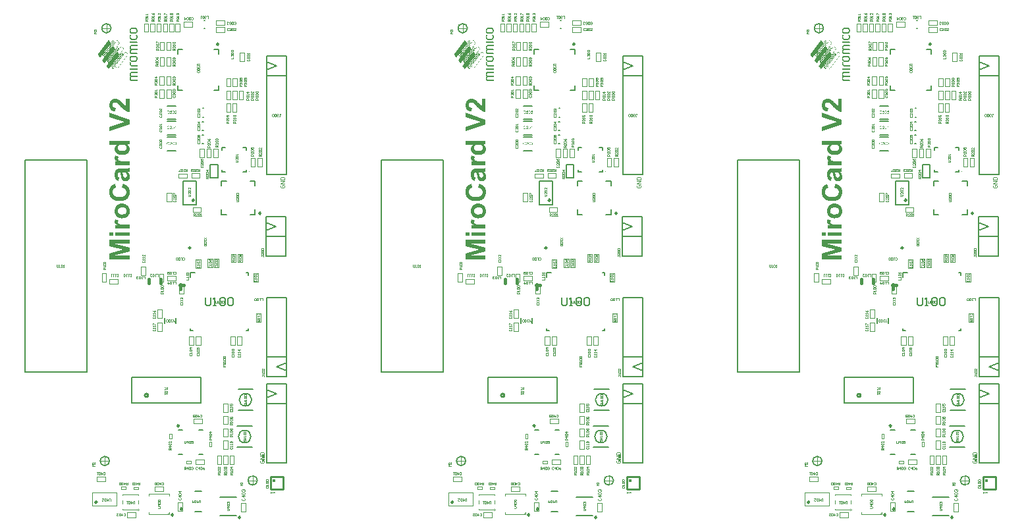
<source format=gto>
G04*
G04 #@! TF.GenerationSoftware,Altium Limited,Altium NEXUS,2.0.14 (187)*
G04*
G04 Layer_Color=65535*
%FSLAX44Y44*%
%MOMM*%
G71*
G01*
G75*
%ADD56C,0.2000*%
%ADD59C,0.2500*%
%ADD60C,0.0635*%
%ADD65C,0.1000*%
%ADD66C,0.2540*%
%ADD67C,0.1270*%
%ADD68C,0.4000*%
%ADD69C,0.1524*%
%ADD70C,0.0800*%
%ADD71R,0.3000X0.3000*%
G36*
X1162240Y734632D02*
X1162427D01*
Y734585D01*
X1162615D01*
Y734538D01*
X1162755D01*
Y734491D01*
X1162849D01*
Y734444D01*
X1162943D01*
Y734397D01*
X1163036D01*
Y734351D01*
X1163130D01*
Y734304D01*
X1163224D01*
Y734257D01*
X1163270D01*
Y734210D01*
X1163364D01*
Y734163D01*
X1163411D01*
Y734116D01*
X1163458D01*
Y734070D01*
X1163551D01*
Y734023D01*
X1163598D01*
Y733976D01*
X1163645D01*
Y733929D01*
X1163692D01*
Y733882D01*
X1163739D01*
Y733835D01*
X1163786D01*
Y733789D01*
X1163832D01*
Y733742D01*
X1163879D01*
Y733695D01*
X1163926D01*
Y733648D01*
X1163973D01*
Y733601D01*
X1164020D01*
Y733508D01*
X1164067D01*
Y733461D01*
X1164114D01*
Y733414D01*
X1164160D01*
Y733320D01*
X1164207D01*
Y733273D01*
X1164254D01*
Y733226D01*
X1164301D01*
Y733133D01*
X1164348D01*
Y733039D01*
X1164395D01*
Y732992D01*
X1164442D01*
Y732899D01*
X1164488D01*
Y732805D01*
X1164535D01*
Y732711D01*
X1164582D01*
Y732617D01*
X1164629D01*
Y732477D01*
X1164676D01*
Y732383D01*
X1164723D01*
Y732243D01*
X1164769D01*
Y732102D01*
X1164816D01*
Y731915D01*
X1164863D01*
Y731681D01*
X1164910D01*
Y731353D01*
X1164957D01*
Y730135D01*
X1164910D01*
Y729854D01*
X1164863D01*
Y729620D01*
X1164816D01*
Y729432D01*
X1164769D01*
Y729292D01*
X1164723D01*
Y729151D01*
X1164676D01*
Y729011D01*
X1164629D01*
Y728917D01*
X1164582D01*
Y728823D01*
X1164535D01*
Y728730D01*
X1164488D01*
Y728636D01*
X1164442D01*
Y728542D01*
X1164395D01*
Y728449D01*
X1164348D01*
Y728402D01*
X1164301D01*
Y728308D01*
X1164254D01*
Y728261D01*
X1164207D01*
Y728168D01*
X1164160D01*
Y728121D01*
X1164114D01*
Y728027D01*
X1164067D01*
Y727980D01*
X1164020D01*
Y727933D01*
X1163973D01*
Y727887D01*
X1163926D01*
Y727840D01*
X1163879D01*
Y727793D01*
X1163832D01*
Y727746D01*
X1163786D01*
Y727699D01*
X1163739D01*
Y727652D01*
X1163692D01*
Y727606D01*
X1163645D01*
Y727559D01*
X1163598D01*
Y727512D01*
X1163551D01*
Y727465D01*
X1163505D01*
Y727418D01*
X1163411D01*
Y727371D01*
X1163364D01*
Y727325D01*
X1163317D01*
Y727278D01*
X1163224D01*
Y727231D01*
X1163177D01*
Y727184D01*
X1163083D01*
Y727137D01*
X1162989D01*
Y727090D01*
X1162896D01*
Y727044D01*
X1162802D01*
Y726997D01*
X1162662D01*
Y726950D01*
X1162521D01*
Y726903D01*
X1162334D01*
Y726856D01*
X1162053D01*
Y726809D01*
X1157603D01*
Y726856D01*
X1157322D01*
Y726903D01*
X1157134D01*
Y726950D01*
X1156994D01*
Y726997D01*
X1156853D01*
Y727044D01*
X1156760D01*
Y727090D01*
X1156666D01*
Y727137D01*
X1156572D01*
Y727184D01*
X1156479D01*
Y727231D01*
X1156385D01*
Y727278D01*
X1156338D01*
Y727325D01*
X1156291D01*
Y727371D01*
X1156198D01*
Y727418D01*
X1156151D01*
Y727465D01*
X1156104D01*
Y727512D01*
X1156057D01*
Y727559D01*
X1155963D01*
Y727606D01*
X1155916D01*
Y727652D01*
X1155870D01*
Y727699D01*
X1155823D01*
Y727746D01*
X1155776D01*
Y727793D01*
X1155729D01*
Y727887D01*
X1155682D01*
Y727933D01*
X1155635D01*
Y727980D01*
X1155589D01*
Y728027D01*
X1155542D01*
Y728074D01*
X1155495D01*
Y728168D01*
X1155448D01*
Y728214D01*
X1155401D01*
Y728308D01*
X1155354D01*
Y728355D01*
X1155307D01*
Y728449D01*
X1155261D01*
Y728495D01*
X1155214D01*
Y728589D01*
X1155167D01*
Y728683D01*
X1155120D01*
Y728777D01*
X1155073D01*
Y728870D01*
X1155026D01*
Y729011D01*
X1154980D01*
Y729105D01*
X1154933D01*
Y729245D01*
X1154886D01*
Y729386D01*
X1154839D01*
Y729526D01*
X1154792D01*
Y729760D01*
X1154745D01*
Y730041D01*
X1154699D01*
Y731493D01*
X1154745D01*
Y731728D01*
X1154792D01*
Y731962D01*
X1154839D01*
Y732149D01*
X1154886D01*
Y732290D01*
X1154933D01*
Y732430D01*
X1154980D01*
Y732524D01*
X1155026D01*
Y732664D01*
X1155073D01*
Y732758D01*
X1155120D01*
Y732852D01*
X1155167D01*
Y732945D01*
X1155214D01*
Y732992D01*
X1155261D01*
Y733086D01*
X1155307D01*
Y733133D01*
X1155354D01*
Y733226D01*
X1155401D01*
Y733273D01*
X1155448D01*
Y733367D01*
X1155495D01*
Y733414D01*
X1155542D01*
Y733461D01*
X1155589D01*
Y733554D01*
X1155635D01*
Y733601D01*
X1155682D01*
Y733648D01*
X1155729D01*
Y733695D01*
X1155776D01*
Y733742D01*
X1155823D01*
Y733789D01*
X1155870D01*
Y733835D01*
X1155916D01*
Y733882D01*
X1155963D01*
Y733929D01*
X1156010D01*
Y733976D01*
X1156057D01*
Y734023D01*
X1156104D01*
Y734070D01*
X1156151D01*
Y734116D01*
X1156244D01*
Y734163D01*
X1156291D01*
Y734210D01*
X1156338D01*
Y734257D01*
X1156432D01*
Y734304D01*
X1156525D01*
Y734351D01*
X1156619D01*
Y734397D01*
X1156666D01*
Y734444D01*
X1156806D01*
Y734491D01*
X1156900D01*
Y734538D01*
X1157041D01*
Y734585D01*
X1157181D01*
Y734632D01*
X1157415D01*
Y734678D01*
X1162240D01*
Y734632D01*
D02*
G37*
G36*
X704240D02*
X704427D01*
Y734585D01*
X704615D01*
Y734538D01*
X704755D01*
Y734491D01*
X704849D01*
Y734444D01*
X704943D01*
Y734397D01*
X705036D01*
Y734351D01*
X705130D01*
Y734304D01*
X705224D01*
Y734257D01*
X705270D01*
Y734210D01*
X705364D01*
Y734163D01*
X705411D01*
Y734116D01*
X705458D01*
Y734070D01*
X705552D01*
Y734023D01*
X705598D01*
Y733976D01*
X705645D01*
Y733929D01*
X705692D01*
Y733882D01*
X705739D01*
Y733835D01*
X705786D01*
Y733789D01*
X705833D01*
Y733742D01*
X705879D01*
Y733695D01*
X705926D01*
Y733648D01*
X705973D01*
Y733601D01*
X706020D01*
Y733508D01*
X706067D01*
Y733461D01*
X706114D01*
Y733414D01*
X706160D01*
Y733320D01*
X706207D01*
Y733273D01*
X706254D01*
Y733226D01*
X706301D01*
Y733133D01*
X706348D01*
Y733039D01*
X706395D01*
Y732992D01*
X706441D01*
Y732899D01*
X706488D01*
Y732805D01*
X706535D01*
Y732711D01*
X706582D01*
Y732617D01*
X706629D01*
Y732477D01*
X706676D01*
Y732383D01*
X706722D01*
Y732243D01*
X706769D01*
Y732102D01*
X706816D01*
Y731915D01*
X706863D01*
Y731681D01*
X706910D01*
Y731353D01*
X706957D01*
Y730135D01*
X706910D01*
Y729854D01*
X706863D01*
Y729620D01*
X706816D01*
Y729432D01*
X706769D01*
Y729292D01*
X706722D01*
Y729151D01*
X706676D01*
Y729011D01*
X706629D01*
Y728917D01*
X706582D01*
Y728823D01*
X706535D01*
Y728730D01*
X706488D01*
Y728636D01*
X706441D01*
Y728542D01*
X706395D01*
Y728449D01*
X706348D01*
Y728402D01*
X706301D01*
Y728308D01*
X706254D01*
Y728261D01*
X706207D01*
Y728168D01*
X706160D01*
Y728121D01*
X706114D01*
Y728027D01*
X706067D01*
Y727980D01*
X706020D01*
Y727933D01*
X705973D01*
Y727887D01*
X705926D01*
Y727840D01*
X705879D01*
Y727793D01*
X705833D01*
Y727746D01*
X705786D01*
Y727699D01*
X705739D01*
Y727652D01*
X705692D01*
Y727606D01*
X705645D01*
Y727559D01*
X705598D01*
Y727512D01*
X705552D01*
Y727465D01*
X705505D01*
Y727418D01*
X705411D01*
Y727371D01*
X705364D01*
Y727325D01*
X705317D01*
Y727278D01*
X705224D01*
Y727231D01*
X705177D01*
Y727184D01*
X705083D01*
Y727137D01*
X704989D01*
Y727090D01*
X704896D01*
Y727044D01*
X704802D01*
Y726997D01*
X704661D01*
Y726950D01*
X704521D01*
Y726903D01*
X704334D01*
Y726856D01*
X704053D01*
Y726809D01*
X699603D01*
Y726856D01*
X699322D01*
Y726903D01*
X699134D01*
Y726950D01*
X698994D01*
Y726997D01*
X698853D01*
Y727044D01*
X698760D01*
Y727090D01*
X698666D01*
Y727137D01*
X698572D01*
Y727184D01*
X698478D01*
Y727231D01*
X698385D01*
Y727278D01*
X698338D01*
Y727325D01*
X698291D01*
Y727371D01*
X698197D01*
Y727418D01*
X698151D01*
Y727465D01*
X698104D01*
Y727512D01*
X698057D01*
Y727559D01*
X697963D01*
Y727606D01*
X697916D01*
Y727652D01*
X697870D01*
Y727699D01*
X697823D01*
Y727746D01*
X697776D01*
Y727793D01*
X697729D01*
Y727887D01*
X697682D01*
Y727933D01*
X697635D01*
Y727980D01*
X697589D01*
Y728027D01*
X697542D01*
Y728074D01*
X697495D01*
Y728168D01*
X697448D01*
Y728214D01*
X697401D01*
Y728308D01*
X697354D01*
Y728355D01*
X697308D01*
Y728449D01*
X697261D01*
Y728495D01*
X697214D01*
Y728589D01*
X697167D01*
Y728683D01*
X697120D01*
Y728777D01*
X697073D01*
Y728870D01*
X697027D01*
Y729011D01*
X696980D01*
Y729105D01*
X696933D01*
Y729245D01*
X696886D01*
Y729386D01*
X696839D01*
Y729526D01*
X696792D01*
Y729760D01*
X696745D01*
Y730041D01*
X696699D01*
Y731493D01*
X696745D01*
Y731728D01*
X696792D01*
Y731962D01*
X696839D01*
Y732149D01*
X696886D01*
Y732290D01*
X696933D01*
Y732430D01*
X696980D01*
Y732524D01*
X697027D01*
Y732664D01*
X697073D01*
Y732758D01*
X697120D01*
Y732852D01*
X697167D01*
Y732945D01*
X697214D01*
Y732992D01*
X697261D01*
Y733086D01*
X697308D01*
Y733133D01*
X697354D01*
Y733226D01*
X697401D01*
Y733273D01*
X697448D01*
Y733367D01*
X697495D01*
Y733414D01*
X697542D01*
Y733461D01*
X697589D01*
Y733554D01*
X697635D01*
Y733601D01*
X697682D01*
Y733648D01*
X697729D01*
Y733695D01*
X697776D01*
Y733742D01*
X697823D01*
Y733789D01*
X697870D01*
Y733835D01*
X697916D01*
Y733882D01*
X697963D01*
Y733929D01*
X698010D01*
Y733976D01*
X698057D01*
Y734023D01*
X698104D01*
Y734070D01*
X698151D01*
Y734116D01*
X698244D01*
Y734163D01*
X698291D01*
Y734210D01*
X698338D01*
Y734257D01*
X698432D01*
Y734304D01*
X698525D01*
Y734351D01*
X698619D01*
Y734397D01*
X698666D01*
Y734444D01*
X698806D01*
Y734491D01*
X698900D01*
Y734538D01*
X699041D01*
Y734585D01*
X699181D01*
Y734632D01*
X699415D01*
Y734678D01*
X704240D01*
Y734632D01*
D02*
G37*
G36*
X246240D02*
X246427D01*
Y734585D01*
X246615D01*
Y734538D01*
X246755D01*
Y734491D01*
X246849D01*
Y734444D01*
X246943D01*
Y734397D01*
X247036D01*
Y734351D01*
X247130D01*
Y734304D01*
X247224D01*
Y734257D01*
X247270D01*
Y734210D01*
X247364D01*
Y734163D01*
X247411D01*
Y734116D01*
X247458D01*
Y734070D01*
X247551D01*
Y734023D01*
X247598D01*
Y733976D01*
X247645D01*
Y733929D01*
X247692D01*
Y733882D01*
X247739D01*
Y733835D01*
X247786D01*
Y733789D01*
X247833D01*
Y733742D01*
X247879D01*
Y733695D01*
X247926D01*
Y733648D01*
X247973D01*
Y733601D01*
X248020D01*
Y733508D01*
X248067D01*
Y733461D01*
X248114D01*
Y733414D01*
X248160D01*
Y733320D01*
X248207D01*
Y733273D01*
X248254D01*
Y733226D01*
X248301D01*
Y733133D01*
X248348D01*
Y733039D01*
X248395D01*
Y732992D01*
X248442D01*
Y732899D01*
X248488D01*
Y732805D01*
X248535D01*
Y732711D01*
X248582D01*
Y732617D01*
X248629D01*
Y732477D01*
X248676D01*
Y732383D01*
X248722D01*
Y732243D01*
X248769D01*
Y732102D01*
X248816D01*
Y731915D01*
X248863D01*
Y731681D01*
X248910D01*
Y731353D01*
X248957D01*
Y730135D01*
X248910D01*
Y729854D01*
X248863D01*
Y729620D01*
X248816D01*
Y729432D01*
X248769D01*
Y729292D01*
X248722D01*
Y729151D01*
X248676D01*
Y729011D01*
X248629D01*
Y728917D01*
X248582D01*
Y728823D01*
X248535D01*
Y728730D01*
X248488D01*
Y728636D01*
X248442D01*
Y728542D01*
X248395D01*
Y728449D01*
X248348D01*
Y728402D01*
X248301D01*
Y728308D01*
X248254D01*
Y728261D01*
X248207D01*
Y728168D01*
X248160D01*
Y728121D01*
X248114D01*
Y728027D01*
X248067D01*
Y727980D01*
X248020D01*
Y727933D01*
X247973D01*
Y727887D01*
X247926D01*
Y727840D01*
X247879D01*
Y727793D01*
X247833D01*
Y727746D01*
X247786D01*
Y727699D01*
X247739D01*
Y727652D01*
X247692D01*
Y727606D01*
X247645D01*
Y727559D01*
X247598D01*
Y727512D01*
X247551D01*
Y727465D01*
X247505D01*
Y727418D01*
X247411D01*
Y727371D01*
X247364D01*
Y727325D01*
X247317D01*
Y727278D01*
X247224D01*
Y727231D01*
X247177D01*
Y727184D01*
X247083D01*
Y727137D01*
X246989D01*
Y727090D01*
X246896D01*
Y727044D01*
X246802D01*
Y726997D01*
X246661D01*
Y726950D01*
X246521D01*
Y726903D01*
X246334D01*
Y726856D01*
X246053D01*
Y726809D01*
X241603D01*
Y726856D01*
X241322D01*
Y726903D01*
X241134D01*
Y726950D01*
X240994D01*
Y726997D01*
X240853D01*
Y727044D01*
X240760D01*
Y727090D01*
X240666D01*
Y727137D01*
X240572D01*
Y727184D01*
X240478D01*
Y727231D01*
X240385D01*
Y727278D01*
X240338D01*
Y727325D01*
X240291D01*
Y727371D01*
X240198D01*
Y727418D01*
X240151D01*
Y727465D01*
X240104D01*
Y727512D01*
X240057D01*
Y727559D01*
X239963D01*
Y727606D01*
X239916D01*
Y727652D01*
X239870D01*
Y727699D01*
X239823D01*
Y727746D01*
X239776D01*
Y727793D01*
X239729D01*
Y727887D01*
X239682D01*
Y727933D01*
X239635D01*
Y727980D01*
X239589D01*
Y728027D01*
X239542D01*
Y728074D01*
X239495D01*
Y728168D01*
X239448D01*
Y728214D01*
X239401D01*
Y728308D01*
X239354D01*
Y728355D01*
X239307D01*
Y728449D01*
X239261D01*
Y728495D01*
X239214D01*
Y728589D01*
X239167D01*
Y728683D01*
X239120D01*
Y728777D01*
X239073D01*
Y728870D01*
X239027D01*
Y729011D01*
X238980D01*
Y729105D01*
X238933D01*
Y729245D01*
X238886D01*
Y729386D01*
X238839D01*
Y729526D01*
X238792D01*
Y729760D01*
X238745D01*
Y730041D01*
X238699D01*
Y731493D01*
X238745D01*
Y731728D01*
X238792D01*
Y731962D01*
X238839D01*
Y732149D01*
X238886D01*
Y732290D01*
X238933D01*
Y732430D01*
X238980D01*
Y732524D01*
X239027D01*
Y732664D01*
X239073D01*
Y732758D01*
X239120D01*
Y732852D01*
X239167D01*
Y732945D01*
X239214D01*
Y732992D01*
X239261D01*
Y733086D01*
X239307D01*
Y733133D01*
X239354D01*
Y733226D01*
X239401D01*
Y733273D01*
X239448D01*
Y733367D01*
X239495D01*
Y733414D01*
X239542D01*
Y733461D01*
X239589D01*
Y733554D01*
X239635D01*
Y733601D01*
X239682D01*
Y733648D01*
X239729D01*
Y733695D01*
X239776D01*
Y733742D01*
X239823D01*
Y733789D01*
X239870D01*
Y733835D01*
X239916D01*
Y733882D01*
X239963D01*
Y733929D01*
X240010D01*
Y733976D01*
X240057D01*
Y734023D01*
X240104D01*
Y734070D01*
X240151D01*
Y734116D01*
X240244D01*
Y734163D01*
X240291D01*
Y734210D01*
X240338D01*
Y734257D01*
X240432D01*
Y734304D01*
X240525D01*
Y734351D01*
X240619D01*
Y734397D01*
X240666D01*
Y734444D01*
X240806D01*
Y734491D01*
X240900D01*
Y734538D01*
X241041D01*
Y734585D01*
X241181D01*
Y734632D01*
X241415D01*
Y734678D01*
X246240D01*
Y734632D01*
D02*
G37*
G36*
X1163973Y725638D02*
X1164020D01*
Y725591D01*
X1164067D01*
Y725545D01*
X1164114D01*
Y725498D01*
X1164160D01*
Y725451D01*
X1164207D01*
Y725404D01*
X1164254D01*
Y725310D01*
X1164301D01*
Y725264D01*
X1164348D01*
Y725170D01*
X1164395D01*
Y725076D01*
X1164442D01*
Y725029D01*
X1164488D01*
Y724936D01*
X1164535D01*
Y724842D01*
X1164582D01*
Y724702D01*
X1164629D01*
Y724608D01*
X1164676D01*
Y724514D01*
X1164723D01*
Y724374D01*
X1164769D01*
Y724186D01*
X1164816D01*
Y724046D01*
X1164863D01*
Y723811D01*
X1164910D01*
Y723530D01*
X1164957D01*
Y722078D01*
X1164910D01*
Y721797D01*
X1164863D01*
Y721563D01*
X1164816D01*
Y721423D01*
X1164769D01*
Y721282D01*
X1164723D01*
Y721142D01*
X1164676D01*
Y721001D01*
X1164629D01*
Y720907D01*
X1164582D01*
Y720814D01*
X1164535D01*
Y720720D01*
X1164488D01*
Y720626D01*
X1164442D01*
Y720533D01*
X1164395D01*
Y720486D01*
X1164348D01*
Y720392D01*
X1164301D01*
Y720298D01*
X1164254D01*
Y720252D01*
X1164207D01*
Y720205D01*
X1164160D01*
Y720111D01*
X1164114D01*
Y720064D01*
X1164067D01*
Y720017D01*
X1164020D01*
Y719970D01*
X1163973D01*
Y719877D01*
X1163926D01*
Y719830D01*
X1163879D01*
Y719783D01*
X1163832D01*
Y719736D01*
X1163786D01*
Y719689D01*
X1163739D01*
Y719643D01*
X1163692D01*
Y719596D01*
X1163645D01*
Y719549D01*
X1163551D01*
Y719502D01*
X1163505D01*
Y719455D01*
X1163458D01*
Y719408D01*
X1163411D01*
Y719362D01*
X1163317D01*
Y719315D01*
X1163270D01*
Y719268D01*
X1163177D01*
Y719221D01*
X1163083D01*
Y719174D01*
X1163036D01*
Y719127D01*
X1162896D01*
Y719081D01*
X1162802D01*
Y719034D01*
X1162708D01*
Y718987D01*
X1162521D01*
Y718940D01*
X1162381D01*
Y718893D01*
X1162099D01*
Y718846D01*
X1157556D01*
Y718893D01*
X1157275D01*
Y718940D01*
X1157134D01*
Y718987D01*
X1156947D01*
Y719034D01*
X1156853D01*
Y719081D01*
X1156760D01*
Y719127D01*
X1156619D01*
Y719174D01*
X1156572D01*
Y719221D01*
X1156479D01*
Y719268D01*
X1156385D01*
Y719315D01*
X1156338D01*
Y719362D01*
X1156244D01*
Y719408D01*
X1156198D01*
Y719455D01*
X1156151D01*
Y719502D01*
X1156104D01*
Y719549D01*
X1156010D01*
Y719596D01*
X1155963D01*
Y719643D01*
X1155916D01*
Y719689D01*
X1155870D01*
Y719736D01*
X1155823D01*
Y719783D01*
X1155776D01*
Y719830D01*
X1155729D01*
Y719877D01*
X1155682D01*
Y719970D01*
X1155635D01*
Y720017D01*
X1155589D01*
Y720064D01*
X1155542D01*
Y720111D01*
X1155495D01*
Y720205D01*
X1155448D01*
Y720252D01*
X1155401D01*
Y720298D01*
X1155354D01*
Y720392D01*
X1155307D01*
Y720486D01*
X1155261D01*
Y720533D01*
X1155214D01*
Y720626D01*
X1155167D01*
Y720720D01*
X1155120D01*
Y720814D01*
X1155073D01*
Y720907D01*
X1155026D01*
Y721001D01*
X1154980D01*
Y721142D01*
X1154933D01*
Y721282D01*
X1154886D01*
Y721423D01*
X1154839D01*
Y721563D01*
X1154792D01*
Y721797D01*
X1154745D01*
Y722078D01*
X1154699D01*
Y723530D01*
X1154745D01*
Y723811D01*
X1154792D01*
Y724046D01*
X1154839D01*
Y724186D01*
X1154886D01*
Y724374D01*
X1154933D01*
Y724514D01*
X1154980D01*
Y724608D01*
X1155026D01*
Y724702D01*
X1155073D01*
Y724842D01*
X1155120D01*
Y724936D01*
X1155167D01*
Y725029D01*
X1155214D01*
Y725076D01*
X1155261D01*
Y725170D01*
X1155307D01*
Y725264D01*
X1155354D01*
Y725310D01*
X1155401D01*
Y725404D01*
X1155448D01*
Y725451D01*
X1155495D01*
Y725498D01*
X1155542D01*
Y725545D01*
X1155589D01*
Y725591D01*
X1155635D01*
Y725638D01*
X1155682D01*
Y725685D01*
X1156057D01*
Y725638D01*
X1156151D01*
Y725591D01*
X1156198D01*
Y725545D01*
X1156244D01*
Y725498D01*
X1156338D01*
Y725451D01*
X1156385D01*
Y725404D01*
X1156432D01*
Y725357D01*
X1156479D01*
Y725264D01*
X1156525D01*
Y725217D01*
X1156572D01*
Y725170D01*
X1156619D01*
Y725076D01*
X1156666D01*
Y725029D01*
X1156713D01*
Y724889D01*
X1156760D01*
Y724561D01*
X1156713D01*
Y724467D01*
X1156666D01*
Y724420D01*
X1156619D01*
Y724327D01*
X1156572D01*
Y724280D01*
X1156525D01*
Y724186D01*
X1156479D01*
Y724092D01*
X1156432D01*
Y723999D01*
X1156385D01*
Y723905D01*
X1156338D01*
Y723765D01*
X1156291D01*
Y723624D01*
X1156244D01*
Y723390D01*
X1156198D01*
Y722968D01*
X1156151D01*
Y722687D01*
X1156198D01*
Y722219D01*
X1156244D01*
Y722031D01*
X1156291D01*
Y721844D01*
X1156338D01*
Y721750D01*
X1156385D01*
Y721657D01*
X1156432D01*
Y721516D01*
X1156479D01*
Y721423D01*
X1156525D01*
Y721376D01*
X1156572D01*
Y721282D01*
X1156619D01*
Y721235D01*
X1156666D01*
Y721142D01*
X1156713D01*
Y721095D01*
X1156760D01*
Y721048D01*
X1156806D01*
Y721001D01*
X1156853D01*
Y720954D01*
X1156900D01*
Y720907D01*
X1156947D01*
Y720861D01*
X1156994D01*
Y720814D01*
X1157087D01*
Y720767D01*
X1157134D01*
Y720720D01*
X1157228D01*
Y720673D01*
X1157275D01*
Y720626D01*
X1157415D01*
Y720580D01*
X1157556D01*
Y720533D01*
X1157837D01*
Y720486D01*
X1161818D01*
Y720533D01*
X1162099D01*
Y720580D01*
X1162240D01*
Y720626D01*
X1162381D01*
Y720673D01*
X1162427D01*
Y720720D01*
X1162521D01*
Y720767D01*
X1162568D01*
Y720814D01*
X1162662D01*
Y720861D01*
X1162708D01*
Y720907D01*
X1162755D01*
Y720954D01*
X1162802D01*
Y721001D01*
X1162849D01*
Y721048D01*
X1162896D01*
Y721095D01*
X1162943D01*
Y721142D01*
X1162989D01*
Y721235D01*
X1163036D01*
Y721282D01*
X1163083D01*
Y721376D01*
X1163130D01*
Y721423D01*
X1163177D01*
Y721516D01*
X1163224D01*
Y721657D01*
X1163270D01*
Y721750D01*
X1163317D01*
Y721844D01*
X1163364D01*
Y722031D01*
X1163411D01*
Y722219D01*
X1163458D01*
Y722687D01*
X1163505D01*
Y722968D01*
X1163458D01*
Y723390D01*
X1163411D01*
Y723624D01*
X1163364D01*
Y723765D01*
X1163317D01*
Y723905D01*
X1163270D01*
Y723999D01*
X1163224D01*
Y724092D01*
X1163177D01*
Y724186D01*
X1163130D01*
Y724280D01*
X1163083D01*
Y724327D01*
X1163036D01*
Y724420D01*
X1162989D01*
Y724467D01*
X1162943D01*
Y724561D01*
X1162896D01*
Y724889D01*
X1162943D01*
Y725029D01*
X1162989D01*
Y725076D01*
X1163036D01*
Y725170D01*
X1163083D01*
Y725217D01*
X1163130D01*
Y725264D01*
X1163177D01*
Y725357D01*
X1163224D01*
Y725404D01*
X1163270D01*
Y725451D01*
X1163317D01*
Y725498D01*
X1163411D01*
Y725545D01*
X1163458D01*
Y725591D01*
X1163505D01*
Y725638D01*
X1163598D01*
Y725685D01*
X1163973D01*
Y725638D01*
D02*
G37*
G36*
X705973D02*
X706020D01*
Y725591D01*
X706067D01*
Y725545D01*
X706114D01*
Y725498D01*
X706160D01*
Y725451D01*
X706207D01*
Y725404D01*
X706254D01*
Y725310D01*
X706301D01*
Y725264D01*
X706348D01*
Y725170D01*
X706395D01*
Y725076D01*
X706441D01*
Y725029D01*
X706488D01*
Y724936D01*
X706535D01*
Y724842D01*
X706582D01*
Y724702D01*
X706629D01*
Y724608D01*
X706676D01*
Y724514D01*
X706722D01*
Y724374D01*
X706769D01*
Y724186D01*
X706816D01*
Y724046D01*
X706863D01*
Y723811D01*
X706910D01*
Y723530D01*
X706957D01*
Y722078D01*
X706910D01*
Y721797D01*
X706863D01*
Y721563D01*
X706816D01*
Y721423D01*
X706769D01*
Y721282D01*
X706722D01*
Y721142D01*
X706676D01*
Y721001D01*
X706629D01*
Y720907D01*
X706582D01*
Y720814D01*
X706535D01*
Y720720D01*
X706488D01*
Y720626D01*
X706441D01*
Y720533D01*
X706395D01*
Y720486D01*
X706348D01*
Y720392D01*
X706301D01*
Y720298D01*
X706254D01*
Y720252D01*
X706207D01*
Y720205D01*
X706160D01*
Y720111D01*
X706114D01*
Y720064D01*
X706067D01*
Y720017D01*
X706020D01*
Y719970D01*
X705973D01*
Y719877D01*
X705926D01*
Y719830D01*
X705879D01*
Y719783D01*
X705833D01*
Y719736D01*
X705786D01*
Y719689D01*
X705739D01*
Y719643D01*
X705692D01*
Y719596D01*
X705645D01*
Y719549D01*
X705552D01*
Y719502D01*
X705505D01*
Y719455D01*
X705458D01*
Y719408D01*
X705411D01*
Y719362D01*
X705317D01*
Y719315D01*
X705270D01*
Y719268D01*
X705177D01*
Y719221D01*
X705083D01*
Y719174D01*
X705036D01*
Y719127D01*
X704896D01*
Y719081D01*
X704802D01*
Y719034D01*
X704708D01*
Y718987D01*
X704521D01*
Y718940D01*
X704380D01*
Y718893D01*
X704099D01*
Y718846D01*
X699556D01*
Y718893D01*
X699275D01*
Y718940D01*
X699134D01*
Y718987D01*
X698947D01*
Y719034D01*
X698853D01*
Y719081D01*
X698760D01*
Y719127D01*
X698619D01*
Y719174D01*
X698572D01*
Y719221D01*
X698478D01*
Y719268D01*
X698385D01*
Y719315D01*
X698338D01*
Y719362D01*
X698244D01*
Y719408D01*
X698197D01*
Y719455D01*
X698151D01*
Y719502D01*
X698104D01*
Y719549D01*
X698010D01*
Y719596D01*
X697963D01*
Y719643D01*
X697916D01*
Y719689D01*
X697870D01*
Y719736D01*
X697823D01*
Y719783D01*
X697776D01*
Y719830D01*
X697729D01*
Y719877D01*
X697682D01*
Y719970D01*
X697635D01*
Y720017D01*
X697589D01*
Y720064D01*
X697542D01*
Y720111D01*
X697495D01*
Y720205D01*
X697448D01*
Y720252D01*
X697401D01*
Y720298D01*
X697354D01*
Y720392D01*
X697308D01*
Y720486D01*
X697261D01*
Y720533D01*
X697214D01*
Y720626D01*
X697167D01*
Y720720D01*
X697120D01*
Y720814D01*
X697073D01*
Y720907D01*
X697027D01*
Y721001D01*
X696980D01*
Y721142D01*
X696933D01*
Y721282D01*
X696886D01*
Y721423D01*
X696839D01*
Y721563D01*
X696792D01*
Y721797D01*
X696745D01*
Y722078D01*
X696699D01*
Y723530D01*
X696745D01*
Y723811D01*
X696792D01*
Y724046D01*
X696839D01*
Y724186D01*
X696886D01*
Y724374D01*
X696933D01*
Y724514D01*
X696980D01*
Y724608D01*
X697027D01*
Y724702D01*
X697073D01*
Y724842D01*
X697120D01*
Y724936D01*
X697167D01*
Y725029D01*
X697214D01*
Y725076D01*
X697261D01*
Y725170D01*
X697308D01*
Y725264D01*
X697354D01*
Y725310D01*
X697401D01*
Y725404D01*
X697448D01*
Y725451D01*
X697495D01*
Y725498D01*
X697542D01*
Y725545D01*
X697589D01*
Y725591D01*
X697635D01*
Y725638D01*
X697682D01*
Y725685D01*
X698057D01*
Y725638D01*
X698151D01*
Y725591D01*
X698197D01*
Y725545D01*
X698244D01*
Y725498D01*
X698338D01*
Y725451D01*
X698385D01*
Y725404D01*
X698432D01*
Y725357D01*
X698478D01*
Y725264D01*
X698525D01*
Y725217D01*
X698572D01*
Y725170D01*
X698619D01*
Y725076D01*
X698666D01*
Y725029D01*
X698713D01*
Y724889D01*
X698760D01*
Y724561D01*
X698713D01*
Y724467D01*
X698666D01*
Y724420D01*
X698619D01*
Y724327D01*
X698572D01*
Y724280D01*
X698525D01*
Y724186D01*
X698478D01*
Y724092D01*
X698432D01*
Y723999D01*
X698385D01*
Y723905D01*
X698338D01*
Y723765D01*
X698291D01*
Y723624D01*
X698244D01*
Y723390D01*
X698197D01*
Y722968D01*
X698151D01*
Y722687D01*
X698197D01*
Y722219D01*
X698244D01*
Y722031D01*
X698291D01*
Y721844D01*
X698338D01*
Y721750D01*
X698385D01*
Y721657D01*
X698432D01*
Y721516D01*
X698478D01*
Y721423D01*
X698525D01*
Y721376D01*
X698572D01*
Y721282D01*
X698619D01*
Y721235D01*
X698666D01*
Y721142D01*
X698713D01*
Y721095D01*
X698760D01*
Y721048D01*
X698806D01*
Y721001D01*
X698853D01*
Y720954D01*
X698900D01*
Y720907D01*
X698947D01*
Y720861D01*
X698994D01*
Y720814D01*
X699088D01*
Y720767D01*
X699134D01*
Y720720D01*
X699228D01*
Y720673D01*
X699275D01*
Y720626D01*
X699415D01*
Y720580D01*
X699556D01*
Y720533D01*
X699837D01*
Y720486D01*
X703818D01*
Y720533D01*
X704099D01*
Y720580D01*
X704240D01*
Y720626D01*
X704380D01*
Y720673D01*
X704427D01*
Y720720D01*
X704521D01*
Y720767D01*
X704568D01*
Y720814D01*
X704661D01*
Y720861D01*
X704708D01*
Y720907D01*
X704755D01*
Y720954D01*
X704802D01*
Y721001D01*
X704849D01*
Y721048D01*
X704896D01*
Y721095D01*
X704943D01*
Y721142D01*
X704989D01*
Y721235D01*
X705036D01*
Y721282D01*
X705083D01*
Y721376D01*
X705130D01*
Y721423D01*
X705177D01*
Y721516D01*
X705224D01*
Y721657D01*
X705270D01*
Y721750D01*
X705317D01*
Y721844D01*
X705364D01*
Y722031D01*
X705411D01*
Y722219D01*
X705458D01*
Y722687D01*
X705505D01*
Y722968D01*
X705458D01*
Y723390D01*
X705411D01*
Y723624D01*
X705364D01*
Y723765D01*
X705317D01*
Y723905D01*
X705270D01*
Y723999D01*
X705224D01*
Y724092D01*
X705177D01*
Y724186D01*
X705130D01*
Y724280D01*
X705083D01*
Y724327D01*
X705036D01*
Y724420D01*
X704989D01*
Y724467D01*
X704943D01*
Y724561D01*
X704896D01*
Y724889D01*
X704943D01*
Y725029D01*
X704989D01*
Y725076D01*
X705036D01*
Y725170D01*
X705083D01*
Y725217D01*
X705130D01*
Y725264D01*
X705177D01*
Y725357D01*
X705224D01*
Y725404D01*
X705270D01*
Y725451D01*
X705317D01*
Y725498D01*
X705411D01*
Y725545D01*
X705458D01*
Y725591D01*
X705505D01*
Y725638D01*
X705598D01*
Y725685D01*
X705973D01*
Y725638D01*
D02*
G37*
G36*
X247973D02*
X248020D01*
Y725591D01*
X248067D01*
Y725545D01*
X248114D01*
Y725498D01*
X248160D01*
Y725451D01*
X248207D01*
Y725404D01*
X248254D01*
Y725310D01*
X248301D01*
Y725264D01*
X248348D01*
Y725170D01*
X248395D01*
Y725076D01*
X248442D01*
Y725029D01*
X248488D01*
Y724936D01*
X248535D01*
Y724842D01*
X248582D01*
Y724702D01*
X248629D01*
Y724608D01*
X248676D01*
Y724514D01*
X248722D01*
Y724374D01*
X248769D01*
Y724186D01*
X248816D01*
Y724046D01*
X248863D01*
Y723811D01*
X248910D01*
Y723530D01*
X248957D01*
Y722078D01*
X248910D01*
Y721797D01*
X248863D01*
Y721563D01*
X248816D01*
Y721423D01*
X248769D01*
Y721282D01*
X248722D01*
Y721142D01*
X248676D01*
Y721001D01*
X248629D01*
Y720907D01*
X248582D01*
Y720814D01*
X248535D01*
Y720720D01*
X248488D01*
Y720626D01*
X248442D01*
Y720533D01*
X248395D01*
Y720486D01*
X248348D01*
Y720392D01*
X248301D01*
Y720298D01*
X248254D01*
Y720252D01*
X248207D01*
Y720205D01*
X248160D01*
Y720111D01*
X248114D01*
Y720064D01*
X248067D01*
Y720017D01*
X248020D01*
Y719970D01*
X247973D01*
Y719877D01*
X247926D01*
Y719830D01*
X247879D01*
Y719783D01*
X247833D01*
Y719736D01*
X247786D01*
Y719689D01*
X247739D01*
Y719643D01*
X247692D01*
Y719596D01*
X247645D01*
Y719549D01*
X247551D01*
Y719502D01*
X247505D01*
Y719455D01*
X247458D01*
Y719408D01*
X247411D01*
Y719362D01*
X247317D01*
Y719315D01*
X247270D01*
Y719268D01*
X247177D01*
Y719221D01*
X247083D01*
Y719174D01*
X247036D01*
Y719127D01*
X246896D01*
Y719081D01*
X246802D01*
Y719034D01*
X246708D01*
Y718987D01*
X246521D01*
Y718940D01*
X246381D01*
Y718893D01*
X246099D01*
Y718846D01*
X241556D01*
Y718893D01*
X241275D01*
Y718940D01*
X241134D01*
Y718987D01*
X240947D01*
Y719034D01*
X240853D01*
Y719081D01*
X240760D01*
Y719127D01*
X240619D01*
Y719174D01*
X240572D01*
Y719221D01*
X240478D01*
Y719268D01*
X240385D01*
Y719315D01*
X240338D01*
Y719362D01*
X240244D01*
Y719408D01*
X240198D01*
Y719455D01*
X240151D01*
Y719502D01*
X240104D01*
Y719549D01*
X240010D01*
Y719596D01*
X239963D01*
Y719643D01*
X239916D01*
Y719689D01*
X239870D01*
Y719736D01*
X239823D01*
Y719783D01*
X239776D01*
Y719830D01*
X239729D01*
Y719877D01*
X239682D01*
Y719970D01*
X239635D01*
Y720017D01*
X239589D01*
Y720064D01*
X239542D01*
Y720111D01*
X239495D01*
Y720205D01*
X239448D01*
Y720252D01*
X239401D01*
Y720298D01*
X239354D01*
Y720392D01*
X239307D01*
Y720486D01*
X239261D01*
Y720533D01*
X239214D01*
Y720626D01*
X239167D01*
Y720720D01*
X239120D01*
Y720814D01*
X239073D01*
Y720907D01*
X239027D01*
Y721001D01*
X238980D01*
Y721142D01*
X238933D01*
Y721282D01*
X238886D01*
Y721423D01*
X238839D01*
Y721563D01*
X238792D01*
Y721797D01*
X238745D01*
Y722078D01*
X238699D01*
Y723530D01*
X238745D01*
Y723811D01*
X238792D01*
Y724046D01*
X238839D01*
Y724186D01*
X238886D01*
Y724374D01*
X238933D01*
Y724514D01*
X238980D01*
Y724608D01*
X239027D01*
Y724702D01*
X239073D01*
Y724842D01*
X239120D01*
Y724936D01*
X239167D01*
Y725029D01*
X239214D01*
Y725076D01*
X239261D01*
Y725170D01*
X239307D01*
Y725264D01*
X239354D01*
Y725310D01*
X239401D01*
Y725404D01*
X239448D01*
Y725451D01*
X239495D01*
Y725498D01*
X239542D01*
Y725545D01*
X239589D01*
Y725591D01*
X239635D01*
Y725638D01*
X239682D01*
Y725685D01*
X240057D01*
Y725638D01*
X240151D01*
Y725591D01*
X240198D01*
Y725545D01*
X240244D01*
Y725498D01*
X240338D01*
Y725451D01*
X240385D01*
Y725404D01*
X240432D01*
Y725357D01*
X240478D01*
Y725264D01*
X240525D01*
Y725217D01*
X240572D01*
Y725170D01*
X240619D01*
Y725076D01*
X240666D01*
Y725029D01*
X240713D01*
Y724889D01*
X240760D01*
Y724561D01*
X240713D01*
Y724467D01*
X240666D01*
Y724420D01*
X240619D01*
Y724327D01*
X240572D01*
Y724280D01*
X240525D01*
Y724186D01*
X240478D01*
Y724092D01*
X240432D01*
Y723999D01*
X240385D01*
Y723905D01*
X240338D01*
Y723765D01*
X240291D01*
Y723624D01*
X240244D01*
Y723390D01*
X240198D01*
Y722968D01*
X240151D01*
Y722687D01*
X240198D01*
Y722219D01*
X240244D01*
Y722031D01*
X240291D01*
Y721844D01*
X240338D01*
Y721750D01*
X240385D01*
Y721657D01*
X240432D01*
Y721516D01*
X240478D01*
Y721423D01*
X240525D01*
Y721376D01*
X240572D01*
Y721282D01*
X240619D01*
Y721235D01*
X240666D01*
Y721142D01*
X240713D01*
Y721095D01*
X240760D01*
Y721048D01*
X240806D01*
Y721001D01*
X240853D01*
Y720954D01*
X240900D01*
Y720907D01*
X240947D01*
Y720861D01*
X240994D01*
Y720814D01*
X241087D01*
Y720767D01*
X241134D01*
Y720720D01*
X241228D01*
Y720673D01*
X241275D01*
Y720626D01*
X241415D01*
Y720580D01*
X241556D01*
Y720533D01*
X241837D01*
Y720486D01*
X245818D01*
Y720533D01*
X246099D01*
Y720580D01*
X246240D01*
Y720626D01*
X246381D01*
Y720673D01*
X246427D01*
Y720720D01*
X246521D01*
Y720767D01*
X246568D01*
Y720814D01*
X246661D01*
Y720861D01*
X246708D01*
Y720907D01*
X246755D01*
Y720954D01*
X246802D01*
Y721001D01*
X246849D01*
Y721048D01*
X246896D01*
Y721095D01*
X246943D01*
Y721142D01*
X246989D01*
Y721235D01*
X247036D01*
Y721282D01*
X247083D01*
Y721376D01*
X247130D01*
Y721423D01*
X247177D01*
Y721516D01*
X247224D01*
Y721657D01*
X247270D01*
Y721750D01*
X247317D01*
Y721844D01*
X247364D01*
Y722031D01*
X247411D01*
Y722219D01*
X247458D01*
Y722687D01*
X247505D01*
Y722968D01*
X247458D01*
Y723390D01*
X247411D01*
Y723624D01*
X247364D01*
Y723765D01*
X247317D01*
Y723905D01*
X247270D01*
Y723999D01*
X247224D01*
Y724092D01*
X247177D01*
Y724186D01*
X247130D01*
Y724280D01*
X247083D01*
Y724327D01*
X247036D01*
Y724420D01*
X246989D01*
Y724467D01*
X246943D01*
Y724561D01*
X246896D01*
Y724889D01*
X246943D01*
Y725029D01*
X246989D01*
Y725076D01*
X247036D01*
Y725170D01*
X247083D01*
Y725217D01*
X247130D01*
Y725264D01*
X247177D01*
Y725357D01*
X247224D01*
Y725404D01*
X247270D01*
Y725451D01*
X247317D01*
Y725498D01*
X247411D01*
Y725545D01*
X247458D01*
Y725591D01*
X247505D01*
Y725638D01*
X247598D01*
Y725685D01*
X247973D01*
Y725638D01*
D02*
G37*
G36*
X1138968Y718640D02*
X1139044D01*
Y718565D01*
X1139119D01*
Y718490D01*
X1139194D01*
Y718339D01*
X1139269D01*
Y718264D01*
X1139344D01*
Y718188D01*
X1139420D01*
Y718038D01*
X1139495D01*
Y717963D01*
X1139570D01*
Y717887D01*
X1139645D01*
Y717737D01*
X1139721D01*
Y717662D01*
X1139796D01*
Y717587D01*
X1139871D01*
Y717436D01*
X1139947D01*
Y717361D01*
X1140022D01*
Y717210D01*
X1140097D01*
Y717135D01*
X1140172D01*
Y717060D01*
X1140247D01*
Y716909D01*
X1140323D01*
Y716834D01*
X1140398D01*
Y716759D01*
X1140473D01*
Y716608D01*
X1140548D01*
Y716533D01*
X1140624D01*
Y716458D01*
X1140699D01*
Y716307D01*
X1140774D01*
Y716232D01*
X1140850D01*
Y716157D01*
X1140925D01*
Y716006D01*
X1141000D01*
Y715931D01*
X1141075D01*
Y715856D01*
X1141151D01*
Y715705D01*
X1141226D01*
Y715630D01*
X1141301D01*
Y715555D01*
X1141376D01*
Y715404D01*
X1141451D01*
Y715329D01*
X1141527D01*
Y715254D01*
X1141602D01*
Y715103D01*
X1141677D01*
Y715028D01*
X1141752D01*
Y714953D01*
X1141828D01*
Y714802D01*
X1141752D01*
Y714727D01*
X1141677D01*
Y714652D01*
X1141602D01*
Y714501D01*
X1141527D01*
Y714426D01*
X1141451D01*
Y714351D01*
X1141376D01*
Y714200D01*
X1141301D01*
Y714125D01*
X1141226D01*
Y714050D01*
X1141151D01*
Y713899D01*
X1141075D01*
Y713824D01*
X1141000D01*
Y713749D01*
X1140925D01*
Y713598D01*
X1140850D01*
Y713523D01*
X1140774D01*
Y713448D01*
X1140699D01*
Y713297D01*
X1140624D01*
Y713222D01*
X1140548D01*
Y713147D01*
X1140473D01*
Y712996D01*
X1140398D01*
Y712921D01*
X1140323D01*
Y712846D01*
X1140247D01*
Y712695D01*
X1140172D01*
Y712620D01*
X1140097D01*
Y712545D01*
X1140022D01*
Y712394D01*
X1139947D01*
Y712319D01*
X1139871D01*
Y712244D01*
X1139796D01*
Y712093D01*
X1139721D01*
Y712018D01*
X1139645D01*
Y711943D01*
X1139570D01*
Y711792D01*
X1139495D01*
Y711717D01*
X1139420D01*
Y711642D01*
X1139344D01*
Y711491D01*
X1139269D01*
Y711416D01*
X1139194D01*
Y711341D01*
X1139119D01*
Y711040D01*
X1139194D01*
Y710965D01*
X1139269D01*
Y710889D01*
X1139344D01*
Y710739D01*
X1139420D01*
Y710664D01*
X1139495D01*
Y710588D01*
X1139570D01*
Y710438D01*
X1139645D01*
Y710363D01*
X1139721D01*
Y710287D01*
X1139796D01*
Y710137D01*
X1139871D01*
Y710062D01*
X1139947D01*
Y709986D01*
X1140022D01*
Y709836D01*
X1140097D01*
Y709761D01*
X1140172D01*
Y709685D01*
X1140247D01*
Y709535D01*
X1140323D01*
Y709460D01*
X1140398D01*
Y709384D01*
X1140473D01*
Y709234D01*
X1140548D01*
Y709159D01*
X1140624D01*
Y709083D01*
X1140699D01*
Y708933D01*
X1140774D01*
Y708858D01*
X1140850D01*
Y708707D01*
X1140925D01*
Y708632D01*
X1141000D01*
Y708557D01*
X1141075D01*
Y708406D01*
X1141151D01*
Y708331D01*
X1141226D01*
Y708256D01*
X1141301D01*
Y708105D01*
X1141376D01*
Y708030D01*
X1141451D01*
Y707955D01*
X1141527D01*
Y707804D01*
X1141677D01*
Y707879D01*
X1141752D01*
Y708030D01*
X1141828D01*
Y708105D01*
X1141903D01*
Y708180D01*
X1141978D01*
Y708331D01*
X1142054D01*
Y708406D01*
X1142129D01*
Y708481D01*
X1142204D01*
Y708632D01*
X1142279D01*
Y708707D01*
X1142355D01*
Y708858D01*
X1142430D01*
Y708933D01*
X1142505D01*
Y709008D01*
X1142580D01*
Y709159D01*
X1142655D01*
Y709234D01*
X1142731D01*
Y709309D01*
X1142806D01*
Y709460D01*
X1142881D01*
Y709535D01*
X1142956D01*
Y709610D01*
X1143032D01*
Y709761D01*
X1143107D01*
Y709836D01*
X1143182D01*
Y709911D01*
X1143258D01*
Y710062D01*
X1143333D01*
Y710137D01*
X1143408D01*
Y710212D01*
X1143483D01*
Y710363D01*
X1143559D01*
Y710438D01*
X1143634D01*
Y710513D01*
X1143709D01*
Y710664D01*
X1143784D01*
Y710739D01*
X1143859D01*
Y710814D01*
X1143935D01*
Y710965D01*
X1144010D01*
Y711040D01*
X1144085D01*
Y711115D01*
X1144160D01*
Y711266D01*
X1144236D01*
Y711341D01*
X1144311D01*
Y711416D01*
X1144462D01*
Y711341D01*
X1144537D01*
Y711190D01*
X1144612D01*
Y711115D01*
X1144687D01*
Y710965D01*
X1144762D01*
Y710889D01*
X1144838D01*
Y710814D01*
X1144913D01*
Y710664D01*
X1144988D01*
Y710588D01*
X1145063D01*
Y710513D01*
X1145139D01*
Y710363D01*
X1145214D01*
Y710287D01*
X1145289D01*
Y710212D01*
X1145365D01*
Y710062D01*
X1145440D01*
Y709986D01*
X1145515D01*
Y709911D01*
X1145590D01*
Y709761D01*
X1145665D01*
Y709685D01*
X1145741D01*
Y709610D01*
X1145816D01*
Y709460D01*
X1145891D01*
Y709384D01*
X1145966D01*
Y709309D01*
X1146042D01*
Y709159D01*
X1146117D01*
Y709083D01*
X1146192D01*
Y709008D01*
X1146267D01*
Y708858D01*
X1146343D01*
Y708782D01*
X1146418D01*
Y708707D01*
X1146493D01*
Y708557D01*
X1146568D01*
Y708481D01*
X1146644D01*
Y708406D01*
X1146719D01*
Y708256D01*
X1146794D01*
Y708180D01*
X1146869D01*
Y708105D01*
X1146945D01*
Y707955D01*
X1147020D01*
Y707879D01*
X1147095D01*
Y707804D01*
X1147170D01*
Y707654D01*
X1147246D01*
Y707578D01*
X1147321D01*
Y707428D01*
X1147246D01*
Y707277D01*
X1147170D01*
Y707202D01*
X1147095D01*
Y707127D01*
X1147020D01*
Y706976D01*
X1146945D01*
Y706901D01*
X1146869D01*
Y706826D01*
X1146794D01*
Y706675D01*
X1146719D01*
Y706600D01*
X1146644D01*
Y706525D01*
X1146568D01*
Y706374D01*
X1146493D01*
Y706299D01*
X1146418D01*
Y706149D01*
X1146343D01*
Y706073D01*
X1146267D01*
Y705998D01*
X1146192D01*
Y705848D01*
X1146117D01*
Y705772D01*
X1146042D01*
Y705697D01*
X1145966D01*
Y705547D01*
X1145891D01*
Y705471D01*
X1145816D01*
Y705396D01*
X1145741D01*
Y705246D01*
X1145665D01*
Y705170D01*
X1145590D01*
Y705095D01*
X1145515D01*
Y704945D01*
X1145440D01*
Y704869D01*
X1145365D01*
Y704794D01*
X1145289D01*
Y704644D01*
X1145214D01*
Y704568D01*
X1145139D01*
Y704493D01*
X1145063D01*
Y704343D01*
X1144988D01*
Y704267D01*
X1144913D01*
Y704192D01*
X1144838D01*
Y704042D01*
X1144762D01*
Y703966D01*
X1144687D01*
Y703891D01*
X1144612D01*
Y703741D01*
X1144687D01*
Y703590D01*
X1144762D01*
Y703515D01*
X1144838D01*
Y703440D01*
X1144913D01*
Y703289D01*
X1144988D01*
Y703214D01*
X1145063D01*
Y703139D01*
X1145139D01*
Y702988D01*
X1145214D01*
Y702913D01*
X1145289D01*
Y702838D01*
X1145365D01*
Y702687D01*
X1145440D01*
Y702612D01*
X1145515D01*
Y702537D01*
X1145590D01*
Y702386D01*
X1145665D01*
Y702311D01*
X1145741D01*
Y702160D01*
X1145816D01*
Y702085D01*
X1145891D01*
Y702010D01*
X1145966D01*
Y701860D01*
X1146042D01*
Y701784D01*
X1146117D01*
Y701709D01*
X1146192D01*
Y701559D01*
X1146267D01*
Y701483D01*
X1146343D01*
Y701408D01*
X1146418D01*
Y701257D01*
X1146493D01*
Y701182D01*
X1146568D01*
Y701107D01*
X1146644D01*
Y700956D01*
X1146719D01*
Y700881D01*
X1146794D01*
Y700806D01*
X1146869D01*
Y700656D01*
X1146945D01*
Y700580D01*
X1147020D01*
Y700505D01*
X1147095D01*
Y700355D01*
X1147170D01*
Y700505D01*
X1147246D01*
Y700580D01*
X1147321D01*
Y700656D01*
X1147396D01*
Y700806D01*
X1147471D01*
Y700881D01*
X1147547D01*
Y700956D01*
X1147622D01*
Y701107D01*
X1147697D01*
Y701182D01*
X1147772D01*
Y701257D01*
X1147848D01*
Y701408D01*
X1147923D01*
Y701483D01*
X1147998D01*
Y701559D01*
X1148073D01*
Y701709D01*
X1148149D01*
Y701784D01*
X1148224D01*
Y701860D01*
X1148299D01*
Y702010D01*
X1148374D01*
Y702085D01*
X1148450D01*
Y702160D01*
X1148525D01*
Y702311D01*
X1148600D01*
Y702386D01*
X1148675D01*
Y702461D01*
X1148751D01*
Y702612D01*
X1148826D01*
Y702687D01*
X1148901D01*
Y702763D01*
X1148976D01*
Y702913D01*
X1149052D01*
Y702988D01*
X1149127D01*
Y703064D01*
X1149202D01*
Y703214D01*
X1149277D01*
Y703289D01*
X1149353D01*
Y703364D01*
X1149428D01*
Y703515D01*
X1149503D01*
Y703590D01*
X1149578D01*
Y703665D01*
X1149654D01*
Y703816D01*
X1149729D01*
Y703891D01*
X1149804D01*
Y703966D01*
X1149879D01*
Y704042D01*
X1149955D01*
Y703966D01*
X1150030D01*
Y703816D01*
X1150105D01*
Y703741D01*
X1150180D01*
Y703665D01*
X1150256D01*
Y703515D01*
X1150331D01*
Y703440D01*
X1150406D01*
Y703364D01*
X1150481D01*
Y703214D01*
X1150557D01*
Y703139D01*
X1150632D01*
Y703064D01*
X1150707D01*
Y702913D01*
X1150782D01*
Y702838D01*
X1150858D01*
Y702763D01*
X1150933D01*
Y702612D01*
X1151008D01*
Y702537D01*
X1151083D01*
Y702461D01*
X1151159D01*
Y702311D01*
X1151234D01*
Y702236D01*
X1151309D01*
Y702160D01*
X1151384D01*
Y702010D01*
X1151460D01*
Y701935D01*
X1151535D01*
Y701860D01*
X1151610D01*
Y701709D01*
X1151685D01*
Y701634D01*
X1151761D01*
Y701559D01*
X1151836D01*
Y701408D01*
X1151911D01*
Y701333D01*
X1151986D01*
Y701257D01*
X1152062D01*
Y701107D01*
X1152137D01*
Y701032D01*
X1152212D01*
Y700956D01*
X1152287D01*
Y700806D01*
X1152363D01*
Y700731D01*
X1152438D01*
Y700656D01*
X1152513D01*
Y700505D01*
X1152588D01*
Y700430D01*
X1152664D01*
Y700355D01*
X1152739D01*
Y700204D01*
X1152814D01*
Y699978D01*
X1152739D01*
Y699828D01*
X1152664D01*
Y699753D01*
X1152588D01*
Y699677D01*
X1152513D01*
Y699527D01*
X1152438D01*
Y699452D01*
X1152363D01*
Y699376D01*
X1152287D01*
Y699226D01*
X1152212D01*
Y699150D01*
X1152137D01*
Y699075D01*
X1152062D01*
Y698925D01*
X1151986D01*
Y698849D01*
X1151911D01*
Y698774D01*
X1151836D01*
Y698624D01*
X1151761D01*
Y698549D01*
X1151685D01*
Y698473D01*
X1151610D01*
Y698323D01*
X1151535D01*
Y698248D01*
X1151460D01*
Y698172D01*
X1151384D01*
Y698022D01*
X1151309D01*
Y697946D01*
X1151234D01*
Y697871D01*
X1151159D01*
Y697721D01*
X1151083D01*
Y697645D01*
X1151008D01*
Y697570D01*
X1150933D01*
Y697420D01*
X1150858D01*
Y697345D01*
X1150782D01*
Y697269D01*
X1150707D01*
Y697119D01*
X1150632D01*
Y697044D01*
X1150557D01*
Y696968D01*
X1150481D01*
Y696818D01*
X1150406D01*
Y696742D01*
X1150331D01*
Y696667D01*
X1150256D01*
Y696517D01*
X1150180D01*
Y696441D01*
X1150105D01*
Y696366D01*
X1150030D01*
Y696216D01*
X1149955D01*
Y696141D01*
X1149879D01*
Y696065D01*
X1149804D01*
Y695915D01*
X1149729D01*
Y695839D01*
X1149654D01*
Y695764D01*
X1149578D01*
Y695614D01*
X1149503D01*
Y695538D01*
X1149428D01*
Y695388D01*
X1149353D01*
Y695313D01*
X1149277D01*
Y695238D01*
X1149202D01*
Y695087D01*
X1149127D01*
Y695012D01*
X1149052D01*
Y694937D01*
X1148976D01*
Y694786D01*
X1148901D01*
Y694711D01*
X1148826D01*
Y694636D01*
X1148751D01*
Y694485D01*
X1148675D01*
Y694410D01*
X1148600D01*
Y694335D01*
X1148525D01*
Y694184D01*
X1148450D01*
Y694109D01*
X1148374D01*
Y694034D01*
X1148299D01*
Y693883D01*
X1148224D01*
Y693808D01*
X1148149D01*
Y693733D01*
X1148073D01*
Y693582D01*
X1147998D01*
Y693507D01*
X1147923D01*
Y693432D01*
X1147848D01*
Y693281D01*
X1147772D01*
Y693206D01*
X1147697D01*
Y693131D01*
X1147622D01*
Y692980D01*
X1147547D01*
Y692905D01*
X1147471D01*
Y692830D01*
X1147396D01*
Y692679D01*
X1147321D01*
Y692604D01*
X1147246D01*
Y692529D01*
X1147170D01*
Y692378D01*
X1147095D01*
Y692303D01*
X1147020D01*
Y692228D01*
X1146945D01*
Y692077D01*
X1146869D01*
Y692002D01*
X1146794D01*
Y691927D01*
X1146719D01*
Y691776D01*
X1146644D01*
Y691701D01*
X1146568D01*
Y691626D01*
X1146493D01*
Y691475D01*
X1146418D01*
Y691400D01*
X1146343D01*
Y691325D01*
X1146267D01*
Y691174D01*
X1146192D01*
Y691099D01*
X1146117D01*
Y691024D01*
X1146042D01*
Y690873D01*
X1145966D01*
Y690798D01*
X1145891D01*
Y690723D01*
X1145816D01*
Y690572D01*
X1145741D01*
Y690497D01*
X1145665D01*
Y690422D01*
X1145590D01*
Y690271D01*
X1145515D01*
Y690196D01*
X1145440D01*
Y690121D01*
X1145365D01*
Y689970D01*
X1145289D01*
Y689895D01*
X1145214D01*
Y689820D01*
X1145139D01*
Y689669D01*
X1145063D01*
Y689594D01*
X1144988D01*
Y689519D01*
X1144913D01*
Y689368D01*
X1144838D01*
Y689293D01*
X1144762D01*
Y689142D01*
X1144687D01*
Y689067D01*
X1144612D01*
Y688992D01*
X1144537D01*
Y688841D01*
X1144462D01*
Y688766D01*
X1144386D01*
Y688691D01*
X1144311D01*
Y688540D01*
X1144236D01*
Y688465D01*
X1144160D01*
Y688390D01*
X1144085D01*
Y688239D01*
X1144010D01*
Y688164D01*
X1143935D01*
Y688089D01*
X1143859D01*
Y687938D01*
X1143784D01*
Y687863D01*
X1143709D01*
Y687788D01*
X1143634D01*
Y687637D01*
X1143559D01*
Y687562D01*
X1143483D01*
Y687487D01*
X1143408D01*
Y687336D01*
X1143333D01*
Y687261D01*
X1143258D01*
Y687186D01*
X1143182D01*
Y687035D01*
X1143107D01*
Y686960D01*
X1143032D01*
Y686885D01*
X1142956D01*
Y686734D01*
X1142881D01*
Y686659D01*
X1142806D01*
Y686584D01*
X1142731D01*
Y686433D01*
X1142655D01*
Y686358D01*
X1142580D01*
Y686283D01*
X1142505D01*
Y686132D01*
X1142430D01*
Y686057D01*
X1142355D01*
Y685982D01*
X1142279D01*
Y685831D01*
X1142204D01*
Y685756D01*
X1142129D01*
Y685681D01*
X1142054D01*
Y685530D01*
X1141978D01*
Y685455D01*
X1141903D01*
Y685380D01*
X1141828D01*
Y685229D01*
X1141752D01*
Y685154D01*
X1141677D01*
Y685079D01*
X1141602D01*
Y684928D01*
X1141527D01*
Y684853D01*
X1141451D01*
Y684778D01*
X1141376D01*
Y684627D01*
X1141301D01*
Y684552D01*
X1141226D01*
Y684477D01*
X1141151D01*
Y684326D01*
X1141075D01*
Y684251D01*
X1141000D01*
Y684176D01*
X1140925D01*
Y684025D01*
X1140850D01*
Y683950D01*
X1140774D01*
Y683875D01*
X1140699D01*
Y683724D01*
X1140624D01*
Y683649D01*
X1140548D01*
Y683574D01*
X1140473D01*
Y683423D01*
X1140398D01*
Y683348D01*
X1140323D01*
Y683273D01*
X1140247D01*
Y683122D01*
X1140172D01*
Y683047D01*
X1140097D01*
Y682897D01*
X1140022D01*
Y682821D01*
X1139947D01*
Y682746D01*
X1139871D01*
Y682596D01*
X1139796D01*
Y682521D01*
X1139721D01*
Y682445D01*
X1139645D01*
Y682295D01*
X1139570D01*
Y682219D01*
X1139495D01*
Y682144D01*
X1139420D01*
Y681994D01*
X1139344D01*
Y681918D01*
X1139269D01*
Y681843D01*
X1139194D01*
Y681693D01*
X1139119D01*
Y681618D01*
X1139044D01*
Y681542D01*
X1138968D01*
Y681392D01*
X1138743D01*
Y681542D01*
X1138667D01*
Y681618D01*
X1138592D01*
Y681693D01*
X1138517D01*
Y681843D01*
X1138441D01*
Y681918D01*
X1138366D01*
Y681994D01*
X1138291D01*
Y682144D01*
X1138216D01*
Y682219D01*
X1138140D01*
Y682295D01*
X1138065D01*
Y682445D01*
X1137990D01*
Y682521D01*
X1137915D01*
Y682596D01*
X1137840D01*
Y682746D01*
X1137764D01*
Y682821D01*
X1137689D01*
Y682897D01*
X1137614D01*
Y683047D01*
X1137539D01*
Y683122D01*
X1137463D01*
Y683198D01*
X1137388D01*
Y683348D01*
X1137313D01*
Y683423D01*
X1137238D01*
Y683499D01*
X1137162D01*
Y683649D01*
X1137087D01*
Y683724D01*
X1137012D01*
Y683800D01*
X1136936D01*
Y683950D01*
X1136861D01*
Y684025D01*
X1136786D01*
Y684101D01*
X1136711D01*
Y684251D01*
X1136636D01*
Y684326D01*
X1136560D01*
Y684402D01*
X1136485D01*
Y684552D01*
X1136410D01*
Y684627D01*
X1136335D01*
Y684703D01*
X1136259D01*
Y684853D01*
X1136184D01*
Y684928D01*
X1136109D01*
Y685004D01*
X1136034D01*
Y684853D01*
X1135958D01*
Y684778D01*
X1135883D01*
Y684703D01*
X1135808D01*
Y684552D01*
X1135732D01*
Y684477D01*
X1135657D01*
Y684402D01*
X1135582D01*
Y684251D01*
X1135507D01*
Y684176D01*
X1135432D01*
Y684101D01*
X1135356D01*
Y683950D01*
X1135281D01*
Y683875D01*
X1135206D01*
Y683800D01*
X1135130D01*
Y683649D01*
X1135055D01*
Y683574D01*
X1134980D01*
Y683499D01*
X1134905D01*
Y683348D01*
X1134830D01*
Y683273D01*
X1134754D01*
Y683198D01*
X1134679D01*
Y683047D01*
X1134604D01*
Y682972D01*
X1134529D01*
Y682897D01*
X1134453D01*
Y682746D01*
X1134378D01*
Y682671D01*
X1134303D01*
Y682596D01*
X1134228D01*
Y682445D01*
X1134152D01*
Y682370D01*
X1134077D01*
Y682295D01*
X1134002D01*
Y682144D01*
X1133927D01*
Y682069D01*
X1133851D01*
Y681994D01*
X1133776D01*
Y681843D01*
X1133701D01*
Y681768D01*
X1133626D01*
Y681693D01*
X1133550D01*
Y681542D01*
X1133475D01*
Y681467D01*
X1133400D01*
Y681392D01*
X1133249D01*
Y681467D01*
X1133174D01*
Y681542D01*
X1133099D01*
Y681693D01*
X1133024D01*
Y681768D01*
X1132948D01*
Y681843D01*
X1132873D01*
Y681994D01*
X1132798D01*
Y682069D01*
X1132723D01*
Y682144D01*
X1132647D01*
Y682295D01*
X1132572D01*
Y682370D01*
X1132497D01*
Y682445D01*
X1132422D01*
Y682596D01*
X1132346D01*
Y682671D01*
X1132271D01*
Y682746D01*
X1132196D01*
Y682897D01*
X1132121D01*
Y682972D01*
X1132045D01*
Y683047D01*
X1131970D01*
Y683198D01*
X1131895D01*
Y683273D01*
X1131820D01*
Y683348D01*
X1131744D01*
Y683499D01*
X1131669D01*
Y683574D01*
X1131594D01*
Y683649D01*
X1131519D01*
Y683800D01*
X1131443D01*
Y683875D01*
X1131368D01*
Y683950D01*
X1131293D01*
Y684101D01*
X1131218D01*
Y684176D01*
X1131142D01*
Y684251D01*
X1131067D01*
Y684402D01*
X1130992D01*
Y684477D01*
X1130917D01*
Y684552D01*
X1130841D01*
Y684703D01*
X1130766D01*
Y684778D01*
X1130691D01*
Y684853D01*
X1130616D01*
Y685004D01*
X1130540D01*
Y684928D01*
X1130465D01*
Y684853D01*
X1130390D01*
Y684703D01*
X1130315D01*
Y684627D01*
X1130239D01*
Y684552D01*
X1130164D01*
Y684402D01*
X1130089D01*
Y684326D01*
X1130014D01*
Y684251D01*
X1129938D01*
Y684101D01*
X1129863D01*
Y684025D01*
X1129788D01*
Y683950D01*
X1129713D01*
Y683800D01*
X1129637D01*
Y683724D01*
X1129562D01*
Y683649D01*
X1129487D01*
Y683499D01*
X1129412D01*
Y683423D01*
X1129336D01*
Y683348D01*
X1129261D01*
Y683198D01*
X1129186D01*
Y683122D01*
X1129111D01*
Y683047D01*
X1129035D01*
Y682897D01*
X1128960D01*
Y682821D01*
X1128885D01*
Y682746D01*
X1128810D01*
Y682596D01*
X1128734D01*
Y682521D01*
X1128659D01*
Y682445D01*
X1128584D01*
Y682295D01*
X1128509D01*
Y682219D01*
X1128433D01*
Y682144D01*
X1128358D01*
Y681994D01*
X1128283D01*
Y681918D01*
X1128208D01*
Y681843D01*
X1128132D01*
Y681693D01*
X1128057D01*
Y681618D01*
X1127982D01*
Y681542D01*
X1127907D01*
Y681392D01*
X1127681D01*
Y681542D01*
X1127606D01*
Y681618D01*
X1127530D01*
Y681693D01*
X1127455D01*
Y681843D01*
X1127380D01*
Y681918D01*
X1127305D01*
Y681994D01*
X1127229D01*
Y682144D01*
X1127154D01*
Y682219D01*
X1127079D01*
Y682295D01*
X1127004D01*
Y682445D01*
X1126928D01*
Y682521D01*
X1126853D01*
Y682596D01*
X1126778D01*
Y682746D01*
X1126703D01*
Y682821D01*
X1126627D01*
Y682897D01*
X1126552D01*
Y683047D01*
X1126477D01*
Y683122D01*
X1126402D01*
Y683273D01*
X1126326D01*
Y683348D01*
X1126251D01*
Y683423D01*
X1126176D01*
Y683574D01*
X1126101D01*
Y683649D01*
X1126025D01*
Y683724D01*
X1125950D01*
Y683875D01*
X1125875D01*
Y683950D01*
X1125800D01*
Y684025D01*
X1125724D01*
Y684176D01*
X1125649D01*
Y684251D01*
X1125574D01*
Y684326D01*
X1125499D01*
Y684477D01*
X1125423D01*
Y684552D01*
X1125348D01*
Y684627D01*
X1125273D01*
Y684778D01*
X1125198D01*
Y684853D01*
X1125122D01*
Y684928D01*
X1125047D01*
Y685079D01*
X1124972D01*
Y685154D01*
X1124897D01*
Y685229D01*
X1124821D01*
Y685380D01*
X1124897D01*
Y685455D01*
X1124972D01*
Y685530D01*
X1125047D01*
Y685681D01*
X1125122D01*
Y685756D01*
X1125198D01*
Y685831D01*
X1125273D01*
Y685982D01*
X1125348D01*
Y686057D01*
X1125423D01*
Y686132D01*
X1125499D01*
Y686283D01*
X1125574D01*
Y686358D01*
X1125649D01*
Y686433D01*
X1125724D01*
Y686584D01*
X1125800D01*
Y686659D01*
X1125875D01*
Y686734D01*
X1125950D01*
Y686885D01*
X1126025D01*
Y686960D01*
X1126101D01*
Y687035D01*
X1126176D01*
Y687186D01*
X1126251D01*
Y687261D01*
X1126326D01*
Y687336D01*
X1126402D01*
Y687487D01*
X1126477D01*
Y687562D01*
X1126552D01*
Y687637D01*
X1126627D01*
Y687788D01*
X1126703D01*
Y687863D01*
X1126778D01*
Y687938D01*
X1126853D01*
Y688089D01*
X1126928D01*
Y688164D01*
X1127004D01*
Y688239D01*
X1127079D01*
Y688390D01*
X1127154D01*
Y688465D01*
X1127229D01*
Y688540D01*
X1127305D01*
Y688691D01*
X1127380D01*
Y688766D01*
X1127455D01*
Y688917D01*
X1127530D01*
Y689142D01*
X1127455D01*
Y689218D01*
X1127380D01*
Y689293D01*
X1127305D01*
Y689443D01*
X1127229D01*
Y689519D01*
X1127154D01*
Y689594D01*
X1127079D01*
Y689744D01*
X1127004D01*
Y689820D01*
X1126928D01*
Y689895D01*
X1126853D01*
Y690045D01*
X1126778D01*
Y690121D01*
X1126703D01*
Y690196D01*
X1126627D01*
Y690346D01*
X1126552D01*
Y690422D01*
X1126477D01*
Y690497D01*
X1126402D01*
Y690647D01*
X1126326D01*
Y690723D01*
X1126251D01*
Y690798D01*
X1126176D01*
Y690948D01*
X1126101D01*
Y691024D01*
X1126025D01*
Y691099D01*
X1125950D01*
Y691249D01*
X1125875D01*
Y691325D01*
X1125800D01*
Y691400D01*
X1125724D01*
Y691550D01*
X1125649D01*
Y691626D01*
X1125574D01*
Y691701D01*
X1125499D01*
Y691851D01*
X1125423D01*
Y691927D01*
X1125348D01*
Y692077D01*
X1125273D01*
Y692152D01*
X1125198D01*
Y692228D01*
X1125122D01*
Y692378D01*
X1124972D01*
Y692303D01*
X1124897D01*
Y692152D01*
X1124821D01*
Y692077D01*
X1124746D01*
Y692002D01*
X1124671D01*
Y691851D01*
X1124596D01*
Y691776D01*
X1124520D01*
Y691701D01*
X1124445D01*
Y691550D01*
X1124370D01*
Y691475D01*
X1124295D01*
Y691325D01*
X1124219D01*
Y691249D01*
X1124144D01*
Y691174D01*
X1124069D01*
Y691024D01*
X1123994D01*
Y690948D01*
X1123918D01*
Y690873D01*
X1123843D01*
Y690723D01*
X1123768D01*
Y690647D01*
X1123693D01*
Y690572D01*
X1123617D01*
Y690422D01*
X1123542D01*
Y690346D01*
X1123467D01*
Y690271D01*
X1123392D01*
Y690121D01*
X1123316D01*
Y690045D01*
X1123241D01*
Y689970D01*
X1123166D01*
Y689820D01*
X1123091D01*
Y689744D01*
X1123016D01*
Y689669D01*
X1122940D01*
Y689519D01*
X1122865D01*
Y689443D01*
X1122790D01*
Y689368D01*
X1122714D01*
Y689218D01*
X1122639D01*
Y689142D01*
X1122564D01*
Y689067D01*
X1122489D01*
Y688917D01*
X1122413D01*
Y688841D01*
X1122338D01*
Y688766D01*
X1122188D01*
Y688841D01*
X1122113D01*
Y688992D01*
X1122037D01*
Y689067D01*
X1121962D01*
Y689142D01*
X1121887D01*
Y689293D01*
X1121812D01*
Y689368D01*
X1121736D01*
Y689443D01*
X1121661D01*
Y689594D01*
X1121586D01*
Y689669D01*
X1121510D01*
Y689744D01*
X1121435D01*
Y689895D01*
X1121360D01*
Y689970D01*
X1121285D01*
Y690121D01*
X1121209D01*
Y690196D01*
X1121134D01*
Y690271D01*
X1121059D01*
Y690422D01*
X1120984D01*
Y690497D01*
X1120909D01*
Y690572D01*
X1120833D01*
Y690723D01*
X1120758D01*
Y690798D01*
X1120683D01*
Y690873D01*
X1120608D01*
Y691024D01*
X1120532D01*
Y691099D01*
X1120457D01*
Y691174D01*
X1120382D01*
Y691325D01*
X1120306D01*
Y691400D01*
X1120231D01*
Y691475D01*
X1120156D01*
Y691626D01*
X1120081D01*
Y691701D01*
X1120005D01*
Y691776D01*
X1119930D01*
Y691927D01*
X1119855D01*
Y692002D01*
X1119780D01*
Y692077D01*
X1119705D01*
Y692228D01*
X1119629D01*
Y692303D01*
X1119554D01*
Y692378D01*
X1119479D01*
Y692529D01*
X1119404D01*
Y692604D01*
X1119328D01*
Y692754D01*
X1119404D01*
Y692905D01*
X1119479D01*
Y692980D01*
X1119554D01*
Y693055D01*
X1119629D01*
Y693206D01*
X1119705D01*
Y693281D01*
X1119780D01*
Y693356D01*
X1119855D01*
Y693507D01*
X1119930D01*
Y693582D01*
X1120005D01*
Y693657D01*
X1120081D01*
Y693808D01*
X1120156D01*
Y693883D01*
X1120231D01*
Y694034D01*
X1120306D01*
Y694109D01*
X1120382D01*
Y694184D01*
X1120457D01*
Y694335D01*
X1120532D01*
Y694410D01*
X1120608D01*
Y694485D01*
X1120683D01*
Y694636D01*
X1120758D01*
Y694711D01*
X1120833D01*
Y694786D01*
X1120909D01*
Y694937D01*
X1120984D01*
Y695012D01*
X1121059D01*
Y695087D01*
X1121134D01*
Y695238D01*
X1121209D01*
Y695313D01*
X1121285D01*
Y695388D01*
X1121360D01*
Y695538D01*
X1121435D01*
Y695614D01*
X1121510D01*
Y695689D01*
X1121586D01*
Y695839D01*
X1121661D01*
Y695915D01*
X1121736D01*
Y695990D01*
X1121812D01*
Y696141D01*
X1121887D01*
Y696216D01*
X1121962D01*
Y696291D01*
X1122037D01*
Y696441D01*
X1121962D01*
Y696592D01*
X1121887D01*
Y696667D01*
X1121812D01*
Y696742D01*
X1121736D01*
Y696893D01*
X1121661D01*
Y696968D01*
X1121586D01*
Y697044D01*
X1121510D01*
Y697194D01*
X1121435D01*
Y697269D01*
X1121360D01*
Y697345D01*
X1121285D01*
Y697495D01*
X1121209D01*
Y697570D01*
X1121134D01*
Y697645D01*
X1121059D01*
Y697796D01*
X1120984D01*
Y697871D01*
X1120909D01*
Y697946D01*
X1120833D01*
Y698097D01*
X1120758D01*
Y698172D01*
X1120683D01*
Y698248D01*
X1120608D01*
Y698398D01*
X1120532D01*
Y698473D01*
X1120457D01*
Y698549D01*
X1120382D01*
Y698699D01*
X1120306D01*
Y698774D01*
X1120231D01*
Y698925D01*
X1120156D01*
Y699000D01*
X1120081D01*
Y699075D01*
X1120005D01*
Y699226D01*
X1119930D01*
Y699301D01*
X1119855D01*
Y699376D01*
X1119780D01*
Y699527D01*
X1119705D01*
Y699602D01*
X1119629D01*
Y699677D01*
X1119554D01*
Y699828D01*
X1119479D01*
Y699677D01*
X1119404D01*
Y699602D01*
X1119328D01*
Y699527D01*
X1119253D01*
Y699376D01*
X1119178D01*
Y699301D01*
X1119102D01*
Y699226D01*
X1119027D01*
Y699075D01*
X1118952D01*
Y699000D01*
X1118877D01*
Y698925D01*
X1118801D01*
Y698774D01*
X1118726D01*
Y698699D01*
X1118651D01*
Y698624D01*
X1118576D01*
Y698473D01*
X1118501D01*
Y698398D01*
X1118425D01*
Y698323D01*
X1118350D01*
Y698172D01*
X1118275D01*
Y698097D01*
X1118199D01*
Y698022D01*
X1118124D01*
Y697871D01*
X1118049D01*
Y697796D01*
X1117974D01*
Y697721D01*
X1117898D01*
Y697570D01*
X1117823D01*
Y697495D01*
X1117748D01*
Y697420D01*
X1117673D01*
Y697269D01*
X1117598D01*
Y697194D01*
X1117522D01*
Y697119D01*
X1117447D01*
Y696968D01*
X1117372D01*
Y696893D01*
X1117297D01*
Y696818D01*
X1117221D01*
Y696667D01*
X1117146D01*
Y696592D01*
X1117071D01*
Y696517D01*
X1116995D01*
Y696366D01*
X1116920D01*
Y696291D01*
X1116845D01*
Y696216D01*
X1116770D01*
Y696141D01*
X1116694D01*
Y696216D01*
X1116619D01*
Y696366D01*
X1116544D01*
Y696441D01*
X1116469D01*
Y696517D01*
X1116394D01*
Y696667D01*
X1116318D01*
Y696742D01*
X1116243D01*
Y696818D01*
X1116168D01*
Y696968D01*
X1116093D01*
Y697044D01*
X1116017D01*
Y697119D01*
X1115942D01*
Y697269D01*
X1115867D01*
Y697345D01*
X1115791D01*
Y697420D01*
X1115716D01*
Y697570D01*
X1115641D01*
Y697645D01*
X1115566D01*
Y697721D01*
X1115490D01*
Y697871D01*
X1115415D01*
Y697946D01*
X1115340D01*
Y698022D01*
X1115265D01*
Y698172D01*
X1115190D01*
Y698248D01*
X1115114D01*
Y698323D01*
X1115039D01*
Y698473D01*
X1114964D01*
Y698549D01*
X1114889D01*
Y698624D01*
X1114813D01*
Y698774D01*
X1114738D01*
Y698849D01*
X1114663D01*
Y698925D01*
X1114588D01*
Y699075D01*
X1114512D01*
Y699150D01*
X1114437D01*
Y699226D01*
X1114362D01*
Y699376D01*
X1114287D01*
Y699452D01*
X1114211D01*
Y699527D01*
X1114136D01*
Y699677D01*
X1114061D01*
Y699753D01*
X1113986D01*
Y699828D01*
X1113910D01*
Y699978D01*
X1113835D01*
Y700204D01*
X1113910D01*
Y700355D01*
X1113986D01*
Y700430D01*
X1114061D01*
Y700505D01*
X1114136D01*
Y700656D01*
X1114211D01*
Y700731D01*
X1114287D01*
Y700806D01*
X1114362D01*
Y700956D01*
X1114437D01*
Y701032D01*
X1114512D01*
Y701107D01*
X1114588D01*
Y701257D01*
X1114663D01*
Y701333D01*
X1114738D01*
Y701408D01*
X1114813D01*
Y701559D01*
X1114889D01*
Y701634D01*
X1114964D01*
Y701709D01*
X1115039D01*
Y701860D01*
X1115114D01*
Y701935D01*
X1115190D01*
Y702010D01*
X1115265D01*
Y702160D01*
X1115340D01*
Y702236D01*
X1115415D01*
Y702311D01*
X1115490D01*
Y702461D01*
X1115566D01*
Y702537D01*
X1115641D01*
Y702612D01*
X1115716D01*
Y702763D01*
X1115791D01*
Y702838D01*
X1115867D01*
Y702913D01*
X1115942D01*
Y703064D01*
X1116017D01*
Y703139D01*
X1116093D01*
Y703214D01*
X1116168D01*
Y703364D01*
X1116243D01*
Y703440D01*
X1116318D01*
Y703515D01*
X1116394D01*
Y703665D01*
X1116469D01*
Y703741D01*
X1116544D01*
Y703816D01*
X1116619D01*
Y703966D01*
X1116694D01*
Y704042D01*
X1116770D01*
Y704192D01*
X1116845D01*
Y704267D01*
X1116920D01*
Y704343D01*
X1116995D01*
Y704493D01*
X1117071D01*
Y704568D01*
X1117146D01*
Y704644D01*
X1117221D01*
Y704794D01*
X1117297D01*
Y704869D01*
X1117372D01*
Y704945D01*
X1117447D01*
Y705095D01*
X1117522D01*
Y705170D01*
X1117598D01*
Y705246D01*
X1117673D01*
Y705396D01*
X1117748D01*
Y705471D01*
X1117823D01*
Y705547D01*
X1117898D01*
Y705697D01*
X1117974D01*
Y705772D01*
X1118049D01*
Y705848D01*
X1118124D01*
Y705998D01*
X1118199D01*
Y706073D01*
X1118275D01*
Y706149D01*
X1118350D01*
Y706299D01*
X1118425D01*
Y706374D01*
X1118501D01*
Y706450D01*
X1118576D01*
Y706600D01*
X1118651D01*
Y706675D01*
X1118726D01*
Y706751D01*
X1118801D01*
Y706901D01*
X1118877D01*
Y706976D01*
X1118952D01*
Y707052D01*
X1119027D01*
Y707202D01*
X1119102D01*
Y707277D01*
X1119178D01*
Y707353D01*
X1119253D01*
Y707503D01*
X1119328D01*
Y707578D01*
X1119404D01*
Y707654D01*
X1119479D01*
Y707804D01*
X1119554D01*
Y707879D01*
X1119629D01*
Y707955D01*
X1119705D01*
Y708105D01*
X1119780D01*
Y708180D01*
X1119855D01*
Y708256D01*
X1119930D01*
Y708406D01*
X1120005D01*
Y708481D01*
X1120081D01*
Y708557D01*
X1120156D01*
Y708707D01*
X1120231D01*
Y708782D01*
X1120306D01*
Y708858D01*
X1120382D01*
Y709008D01*
X1120457D01*
Y709083D01*
X1120532D01*
Y709159D01*
X1120608D01*
Y709309D01*
X1120683D01*
Y709384D01*
X1120758D01*
Y709460D01*
X1120833D01*
Y709610D01*
X1120909D01*
Y709685D01*
X1120984D01*
Y709761D01*
X1121059D01*
Y709911D01*
X1121134D01*
Y709986D01*
X1121209D01*
Y710062D01*
X1121285D01*
Y710212D01*
X1121360D01*
Y710287D01*
X1121435D01*
Y710363D01*
X1121510D01*
Y710513D01*
X1121586D01*
Y710588D01*
X1121661D01*
Y710739D01*
X1121736D01*
Y710814D01*
X1121812D01*
Y710889D01*
X1121887D01*
Y711040D01*
X1121962D01*
Y711115D01*
X1122037D01*
Y711190D01*
X1122113D01*
Y711341D01*
X1122188D01*
Y711416D01*
X1122263D01*
Y711491D01*
X1122338D01*
Y711642D01*
X1122413D01*
Y711717D01*
X1122489D01*
Y711792D01*
X1122564D01*
Y711943D01*
X1122639D01*
Y712018D01*
X1122714D01*
Y712093D01*
X1122790D01*
Y712244D01*
X1122865D01*
Y712319D01*
X1122940D01*
Y712394D01*
X1123016D01*
Y712545D01*
X1123091D01*
Y712620D01*
X1123166D01*
Y712695D01*
X1123241D01*
Y712846D01*
X1123316D01*
Y712921D01*
X1123392D01*
Y712996D01*
X1123467D01*
Y713147D01*
X1123542D01*
Y713222D01*
X1123617D01*
Y713297D01*
X1123693D01*
Y713448D01*
X1123768D01*
Y713523D01*
X1123843D01*
Y713598D01*
X1123918D01*
Y713749D01*
X1123994D01*
Y713824D01*
X1124069D01*
Y713899D01*
X1124144D01*
Y714050D01*
X1124219D01*
Y714125D01*
X1124295D01*
Y714200D01*
X1124370D01*
Y714351D01*
X1124445D01*
Y714426D01*
X1124520D01*
Y714501D01*
X1124596D01*
Y714652D01*
X1124671D01*
Y714727D01*
X1124746D01*
Y714802D01*
X1124821D01*
Y714953D01*
X1124897D01*
Y715028D01*
X1124972D01*
Y715103D01*
X1125047D01*
Y715254D01*
X1125122D01*
Y715329D01*
X1125198D01*
Y715404D01*
X1125273D01*
Y715555D01*
X1125348D01*
Y715630D01*
X1125423D01*
Y715705D01*
X1125499D01*
Y715856D01*
X1125574D01*
Y715931D01*
X1125649D01*
Y716006D01*
X1125724D01*
Y716157D01*
X1125800D01*
Y716232D01*
X1125875D01*
Y716307D01*
X1125950D01*
Y716458D01*
X1126025D01*
Y716533D01*
X1126101D01*
Y716608D01*
X1126176D01*
Y716759D01*
X1126251D01*
Y716834D01*
X1126326D01*
Y716909D01*
X1126402D01*
Y717060D01*
X1126477D01*
Y717135D01*
X1126552D01*
Y717286D01*
X1126627D01*
Y717361D01*
X1126703D01*
Y717436D01*
X1126778D01*
Y717587D01*
X1126853D01*
Y717662D01*
X1126928D01*
Y717737D01*
X1127004D01*
Y717887D01*
X1127079D01*
Y717963D01*
X1127154D01*
Y718038D01*
X1127229D01*
Y718188D01*
X1127305D01*
Y718264D01*
X1127380D01*
Y718339D01*
X1127455D01*
Y718490D01*
X1127530D01*
Y718565D01*
X1127606D01*
Y718640D01*
X1127681D01*
Y718791D01*
X1127907D01*
Y718640D01*
X1127982D01*
Y718565D01*
X1128057D01*
Y718490D01*
X1128132D01*
Y718339D01*
X1128208D01*
Y718264D01*
X1128283D01*
Y718188D01*
X1128358D01*
Y718038D01*
X1128433D01*
Y717963D01*
X1128509D01*
Y717887D01*
X1128584D01*
Y717737D01*
X1128659D01*
Y717662D01*
X1128734D01*
Y717587D01*
X1128810D01*
Y717436D01*
X1128885D01*
Y717361D01*
X1128960D01*
Y717286D01*
X1129035D01*
Y717135D01*
X1129111D01*
Y717060D01*
X1129186D01*
Y716984D01*
X1129261D01*
Y716834D01*
X1129336D01*
Y716759D01*
X1129412D01*
Y716684D01*
X1129487D01*
Y716533D01*
X1129562D01*
Y716458D01*
X1129637D01*
Y716383D01*
X1129713D01*
Y716232D01*
X1129788D01*
Y716157D01*
X1129863D01*
Y716081D01*
X1129938D01*
Y715931D01*
X1130014D01*
Y715856D01*
X1130089D01*
Y715780D01*
X1130164D01*
Y715630D01*
X1130239D01*
Y715555D01*
X1130315D01*
Y715480D01*
X1130390D01*
Y715329D01*
X1130465D01*
Y715254D01*
X1130540D01*
Y715179D01*
X1130616D01*
Y715329D01*
X1130691D01*
Y715404D01*
X1130766D01*
Y715480D01*
X1130841D01*
Y715630D01*
X1130917D01*
Y715705D01*
X1130992D01*
Y715780D01*
X1131067D01*
Y715931D01*
X1131142D01*
Y716006D01*
X1131218D01*
Y716081D01*
X1131293D01*
Y716232D01*
X1131368D01*
Y716307D01*
X1131443D01*
Y716383D01*
X1131519D01*
Y716533D01*
X1131594D01*
Y716608D01*
X1131669D01*
Y716684D01*
X1131744D01*
Y716834D01*
X1131820D01*
Y716909D01*
X1131895D01*
Y716984D01*
X1131970D01*
Y717135D01*
X1132045D01*
Y717210D01*
X1132121D01*
Y717286D01*
X1132196D01*
Y717436D01*
X1132271D01*
Y717511D01*
X1132346D01*
Y717587D01*
X1132422D01*
Y717737D01*
X1132497D01*
Y717812D01*
X1132572D01*
Y717887D01*
X1132647D01*
Y718038D01*
X1132723D01*
Y718113D01*
X1132798D01*
Y718188D01*
X1132873D01*
Y718339D01*
X1132948D01*
Y718414D01*
X1133024D01*
Y718490D01*
X1133099D01*
Y718640D01*
X1133174D01*
Y718715D01*
X1133249D01*
Y718791D01*
X1133400D01*
Y718715D01*
X1133475D01*
Y718640D01*
X1133550D01*
Y718490D01*
X1133626D01*
Y718414D01*
X1133701D01*
Y718339D01*
X1133776D01*
Y718188D01*
X1133851D01*
Y718113D01*
X1133927D01*
Y718038D01*
X1134002D01*
Y717887D01*
X1134077D01*
Y717812D01*
X1134152D01*
Y717737D01*
X1134228D01*
Y717587D01*
X1134303D01*
Y717511D01*
X1134378D01*
Y717436D01*
X1134453D01*
Y717286D01*
X1134529D01*
Y717210D01*
X1134604D01*
Y717135D01*
X1134679D01*
Y716984D01*
X1134754D01*
Y716909D01*
X1134830D01*
Y716834D01*
X1134905D01*
Y716684D01*
X1134980D01*
Y716608D01*
X1135055D01*
Y716533D01*
X1135130D01*
Y716383D01*
X1135206D01*
Y716307D01*
X1135281D01*
Y716232D01*
X1135356D01*
Y716081D01*
X1135432D01*
Y716006D01*
X1135507D01*
Y715931D01*
X1135582D01*
Y715780D01*
X1135657D01*
Y715705D01*
X1135732D01*
Y715630D01*
X1135808D01*
Y715480D01*
X1135883D01*
Y715404D01*
X1135958D01*
Y715254D01*
X1136034D01*
Y715179D01*
X1136109D01*
Y715254D01*
X1136184D01*
Y715329D01*
X1136259D01*
Y715480D01*
X1136335D01*
Y715555D01*
X1136410D01*
Y715630D01*
X1136485D01*
Y715780D01*
X1136560D01*
Y715856D01*
X1136636D01*
Y715931D01*
X1136711D01*
Y716081D01*
X1136786D01*
Y716157D01*
X1136861D01*
Y716232D01*
X1136936D01*
Y716383D01*
X1137012D01*
Y716458D01*
X1137087D01*
Y716533D01*
X1137162D01*
Y716684D01*
X1137238D01*
Y716759D01*
X1137313D01*
Y716834D01*
X1137388D01*
Y716984D01*
X1137463D01*
Y717060D01*
X1137539D01*
Y717135D01*
X1137614D01*
Y717286D01*
X1137689D01*
Y717361D01*
X1137764D01*
Y717436D01*
X1137840D01*
Y717587D01*
X1137915D01*
Y717662D01*
X1137990D01*
Y717737D01*
X1138065D01*
Y717887D01*
X1138140D01*
Y717963D01*
X1138216D01*
Y718038D01*
X1138291D01*
Y718188D01*
X1138366D01*
Y718264D01*
X1138441D01*
Y718339D01*
X1138517D01*
Y718490D01*
X1138592D01*
Y718565D01*
X1138667D01*
Y718715D01*
X1138743D01*
Y718791D01*
X1138968D01*
Y718640D01*
D02*
G37*
G36*
X680968D02*
X681043D01*
Y718565D01*
X681119D01*
Y718490D01*
X681194D01*
Y718339D01*
X681269D01*
Y718264D01*
X681345D01*
Y718188D01*
X681420D01*
Y718038D01*
X681495D01*
Y717963D01*
X681570D01*
Y717887D01*
X681646D01*
Y717737D01*
X681721D01*
Y717662D01*
X681796D01*
Y717587D01*
X681871D01*
Y717436D01*
X681946D01*
Y717361D01*
X682022D01*
Y717210D01*
X682097D01*
Y717135D01*
X682172D01*
Y717060D01*
X682247D01*
Y716909D01*
X682323D01*
Y716834D01*
X682398D01*
Y716759D01*
X682473D01*
Y716608D01*
X682549D01*
Y716533D01*
X682624D01*
Y716458D01*
X682699D01*
Y716307D01*
X682774D01*
Y716232D01*
X682850D01*
Y716157D01*
X682925D01*
Y716006D01*
X683000D01*
Y715931D01*
X683075D01*
Y715856D01*
X683150D01*
Y715705D01*
X683226D01*
Y715630D01*
X683301D01*
Y715555D01*
X683376D01*
Y715404D01*
X683452D01*
Y715329D01*
X683527D01*
Y715254D01*
X683602D01*
Y715103D01*
X683677D01*
Y715028D01*
X683753D01*
Y714953D01*
X683828D01*
Y714802D01*
X683753D01*
Y714727D01*
X683677D01*
Y714652D01*
X683602D01*
Y714501D01*
X683527D01*
Y714426D01*
X683452D01*
Y714351D01*
X683376D01*
Y714200D01*
X683301D01*
Y714125D01*
X683226D01*
Y714050D01*
X683150D01*
Y713899D01*
X683075D01*
Y713824D01*
X683000D01*
Y713749D01*
X682925D01*
Y713598D01*
X682850D01*
Y713523D01*
X682774D01*
Y713448D01*
X682699D01*
Y713297D01*
X682624D01*
Y713222D01*
X682549D01*
Y713147D01*
X682473D01*
Y712996D01*
X682398D01*
Y712921D01*
X682323D01*
Y712846D01*
X682247D01*
Y712695D01*
X682172D01*
Y712620D01*
X682097D01*
Y712545D01*
X682022D01*
Y712394D01*
X681946D01*
Y712319D01*
X681871D01*
Y712244D01*
X681796D01*
Y712093D01*
X681721D01*
Y712018D01*
X681646D01*
Y711943D01*
X681570D01*
Y711792D01*
X681495D01*
Y711717D01*
X681420D01*
Y711642D01*
X681345D01*
Y711491D01*
X681269D01*
Y711416D01*
X681194D01*
Y711341D01*
X681119D01*
Y711040D01*
X681194D01*
Y710965D01*
X681269D01*
Y710889D01*
X681345D01*
Y710739D01*
X681420D01*
Y710664D01*
X681495D01*
Y710588D01*
X681570D01*
Y710438D01*
X681646D01*
Y710363D01*
X681721D01*
Y710287D01*
X681796D01*
Y710137D01*
X681871D01*
Y710062D01*
X681946D01*
Y709986D01*
X682022D01*
Y709836D01*
X682097D01*
Y709761D01*
X682172D01*
Y709685D01*
X682247D01*
Y709535D01*
X682323D01*
Y709460D01*
X682398D01*
Y709384D01*
X682473D01*
Y709234D01*
X682549D01*
Y709159D01*
X682624D01*
Y709083D01*
X682699D01*
Y708933D01*
X682774D01*
Y708858D01*
X682850D01*
Y708707D01*
X682925D01*
Y708632D01*
X683000D01*
Y708557D01*
X683075D01*
Y708406D01*
X683150D01*
Y708331D01*
X683226D01*
Y708256D01*
X683301D01*
Y708105D01*
X683376D01*
Y708030D01*
X683452D01*
Y707955D01*
X683527D01*
Y707804D01*
X683677D01*
Y707879D01*
X683753D01*
Y708030D01*
X683828D01*
Y708105D01*
X683903D01*
Y708180D01*
X683978D01*
Y708331D01*
X684053D01*
Y708406D01*
X684129D01*
Y708481D01*
X684204D01*
Y708632D01*
X684279D01*
Y708707D01*
X684354D01*
Y708858D01*
X684430D01*
Y708933D01*
X684505D01*
Y709008D01*
X684580D01*
Y709159D01*
X684656D01*
Y709234D01*
X684731D01*
Y709309D01*
X684806D01*
Y709460D01*
X684881D01*
Y709535D01*
X684957D01*
Y709610D01*
X685032D01*
Y709761D01*
X685107D01*
Y709836D01*
X685182D01*
Y709911D01*
X685257D01*
Y710062D01*
X685333D01*
Y710137D01*
X685408D01*
Y710212D01*
X685483D01*
Y710363D01*
X685558D01*
Y710438D01*
X685634D01*
Y710513D01*
X685709D01*
Y710664D01*
X685784D01*
Y710739D01*
X685860D01*
Y710814D01*
X685935D01*
Y710965D01*
X686010D01*
Y711040D01*
X686085D01*
Y711115D01*
X686161D01*
Y711266D01*
X686236D01*
Y711341D01*
X686311D01*
Y711416D01*
X686461D01*
Y711341D01*
X686537D01*
Y711190D01*
X686612D01*
Y711115D01*
X686687D01*
Y710965D01*
X686762D01*
Y710889D01*
X686838D01*
Y710814D01*
X686913D01*
Y710664D01*
X686988D01*
Y710588D01*
X687063D01*
Y710513D01*
X687139D01*
Y710363D01*
X687214D01*
Y710287D01*
X687289D01*
Y710212D01*
X687365D01*
Y710062D01*
X687440D01*
Y709986D01*
X687515D01*
Y709911D01*
X687590D01*
Y709761D01*
X687665D01*
Y709685D01*
X687741D01*
Y709610D01*
X687816D01*
Y709460D01*
X687891D01*
Y709384D01*
X687967D01*
Y709309D01*
X688042D01*
Y709159D01*
X688117D01*
Y709083D01*
X688192D01*
Y709008D01*
X688267D01*
Y708858D01*
X688343D01*
Y708782D01*
X688418D01*
Y708707D01*
X688493D01*
Y708557D01*
X688568D01*
Y708481D01*
X688644D01*
Y708406D01*
X688719D01*
Y708256D01*
X688794D01*
Y708180D01*
X688869D01*
Y708105D01*
X688945D01*
Y707955D01*
X689020D01*
Y707879D01*
X689095D01*
Y707804D01*
X689170D01*
Y707654D01*
X689246D01*
Y707578D01*
X689321D01*
Y707428D01*
X689246D01*
Y707277D01*
X689170D01*
Y707202D01*
X689095D01*
Y707127D01*
X689020D01*
Y706976D01*
X688945D01*
Y706901D01*
X688869D01*
Y706826D01*
X688794D01*
Y706675D01*
X688719D01*
Y706600D01*
X688644D01*
Y706525D01*
X688568D01*
Y706374D01*
X688493D01*
Y706299D01*
X688418D01*
Y706149D01*
X688343D01*
Y706073D01*
X688267D01*
Y705998D01*
X688192D01*
Y705848D01*
X688117D01*
Y705772D01*
X688042D01*
Y705697D01*
X687967D01*
Y705547D01*
X687891D01*
Y705471D01*
X687816D01*
Y705396D01*
X687741D01*
Y705246D01*
X687665D01*
Y705170D01*
X687590D01*
Y705095D01*
X687515D01*
Y704945D01*
X687440D01*
Y704869D01*
X687365D01*
Y704794D01*
X687289D01*
Y704644D01*
X687214D01*
Y704568D01*
X687139D01*
Y704493D01*
X687063D01*
Y704343D01*
X686988D01*
Y704267D01*
X686913D01*
Y704192D01*
X686838D01*
Y704042D01*
X686762D01*
Y703966D01*
X686687D01*
Y703891D01*
X686612D01*
Y703741D01*
X686687D01*
Y703590D01*
X686762D01*
Y703515D01*
X686838D01*
Y703440D01*
X686913D01*
Y703289D01*
X686988D01*
Y703214D01*
X687063D01*
Y703139D01*
X687139D01*
Y702988D01*
X687214D01*
Y702913D01*
X687289D01*
Y702838D01*
X687365D01*
Y702687D01*
X687440D01*
Y702612D01*
X687515D01*
Y702537D01*
X687590D01*
Y702386D01*
X687665D01*
Y702311D01*
X687741D01*
Y702160D01*
X687816D01*
Y702085D01*
X687891D01*
Y702010D01*
X687967D01*
Y701860D01*
X688042D01*
Y701784D01*
X688117D01*
Y701709D01*
X688192D01*
Y701559D01*
X688267D01*
Y701483D01*
X688343D01*
Y701408D01*
X688418D01*
Y701257D01*
X688493D01*
Y701182D01*
X688568D01*
Y701107D01*
X688644D01*
Y700956D01*
X688719D01*
Y700881D01*
X688794D01*
Y700806D01*
X688869D01*
Y700656D01*
X688945D01*
Y700580D01*
X689020D01*
Y700505D01*
X689095D01*
Y700355D01*
X689170D01*
Y700505D01*
X689246D01*
Y700580D01*
X689321D01*
Y700656D01*
X689396D01*
Y700806D01*
X689471D01*
Y700881D01*
X689547D01*
Y700956D01*
X689622D01*
Y701107D01*
X689697D01*
Y701182D01*
X689772D01*
Y701257D01*
X689848D01*
Y701408D01*
X689923D01*
Y701483D01*
X689998D01*
Y701559D01*
X690073D01*
Y701709D01*
X690149D01*
Y701784D01*
X690224D01*
Y701860D01*
X690299D01*
Y702010D01*
X690374D01*
Y702085D01*
X690450D01*
Y702160D01*
X690525D01*
Y702311D01*
X690600D01*
Y702386D01*
X690675D01*
Y702461D01*
X690751D01*
Y702612D01*
X690826D01*
Y702687D01*
X690901D01*
Y702763D01*
X690976D01*
Y702913D01*
X691052D01*
Y702988D01*
X691127D01*
Y703064D01*
X691202D01*
Y703214D01*
X691277D01*
Y703289D01*
X691353D01*
Y703364D01*
X691428D01*
Y703515D01*
X691503D01*
Y703590D01*
X691578D01*
Y703665D01*
X691654D01*
Y703816D01*
X691729D01*
Y703891D01*
X691804D01*
Y703966D01*
X691879D01*
Y704042D01*
X691955D01*
Y703966D01*
X692030D01*
Y703816D01*
X692105D01*
Y703741D01*
X692180D01*
Y703665D01*
X692256D01*
Y703515D01*
X692331D01*
Y703440D01*
X692406D01*
Y703364D01*
X692481D01*
Y703214D01*
X692557D01*
Y703139D01*
X692632D01*
Y703064D01*
X692707D01*
Y702913D01*
X692782D01*
Y702838D01*
X692858D01*
Y702763D01*
X692933D01*
Y702612D01*
X693008D01*
Y702537D01*
X693083D01*
Y702461D01*
X693159D01*
Y702311D01*
X693234D01*
Y702236D01*
X693309D01*
Y702160D01*
X693384D01*
Y702010D01*
X693460D01*
Y701935D01*
X693535D01*
Y701860D01*
X693610D01*
Y701709D01*
X693685D01*
Y701634D01*
X693761D01*
Y701559D01*
X693836D01*
Y701408D01*
X693911D01*
Y701333D01*
X693986D01*
Y701257D01*
X694062D01*
Y701107D01*
X694137D01*
Y701032D01*
X694212D01*
Y700956D01*
X694287D01*
Y700806D01*
X694363D01*
Y700731D01*
X694438D01*
Y700656D01*
X694513D01*
Y700505D01*
X694588D01*
Y700430D01*
X694664D01*
Y700355D01*
X694739D01*
Y700204D01*
X694814D01*
Y699978D01*
X694739D01*
Y699828D01*
X694664D01*
Y699753D01*
X694588D01*
Y699677D01*
X694513D01*
Y699527D01*
X694438D01*
Y699452D01*
X694363D01*
Y699376D01*
X694287D01*
Y699226D01*
X694212D01*
Y699150D01*
X694137D01*
Y699075D01*
X694062D01*
Y698925D01*
X693986D01*
Y698849D01*
X693911D01*
Y698774D01*
X693836D01*
Y698624D01*
X693761D01*
Y698549D01*
X693685D01*
Y698473D01*
X693610D01*
Y698323D01*
X693535D01*
Y698248D01*
X693460D01*
Y698172D01*
X693384D01*
Y698022D01*
X693309D01*
Y697946D01*
X693234D01*
Y697871D01*
X693159D01*
Y697721D01*
X693083D01*
Y697645D01*
X693008D01*
Y697570D01*
X692933D01*
Y697420D01*
X692858D01*
Y697345D01*
X692782D01*
Y697269D01*
X692707D01*
Y697119D01*
X692632D01*
Y697044D01*
X692557D01*
Y696968D01*
X692481D01*
Y696818D01*
X692406D01*
Y696742D01*
X692331D01*
Y696667D01*
X692256D01*
Y696517D01*
X692180D01*
Y696441D01*
X692105D01*
Y696366D01*
X692030D01*
Y696216D01*
X691955D01*
Y696141D01*
X691879D01*
Y696065D01*
X691804D01*
Y695915D01*
X691729D01*
Y695839D01*
X691654D01*
Y695764D01*
X691578D01*
Y695614D01*
X691503D01*
Y695538D01*
X691428D01*
Y695388D01*
X691353D01*
Y695313D01*
X691277D01*
Y695238D01*
X691202D01*
Y695087D01*
X691127D01*
Y695012D01*
X691052D01*
Y694937D01*
X690976D01*
Y694786D01*
X690901D01*
Y694711D01*
X690826D01*
Y694636D01*
X690751D01*
Y694485D01*
X690675D01*
Y694410D01*
X690600D01*
Y694335D01*
X690525D01*
Y694184D01*
X690450D01*
Y694109D01*
X690374D01*
Y694034D01*
X690299D01*
Y693883D01*
X690224D01*
Y693808D01*
X690149D01*
Y693733D01*
X690073D01*
Y693582D01*
X689998D01*
Y693507D01*
X689923D01*
Y693432D01*
X689848D01*
Y693281D01*
X689772D01*
Y693206D01*
X689697D01*
Y693131D01*
X689622D01*
Y692980D01*
X689547D01*
Y692905D01*
X689471D01*
Y692830D01*
X689396D01*
Y692679D01*
X689321D01*
Y692604D01*
X689246D01*
Y692529D01*
X689170D01*
Y692378D01*
X689095D01*
Y692303D01*
X689020D01*
Y692228D01*
X688945D01*
Y692077D01*
X688869D01*
Y692002D01*
X688794D01*
Y691927D01*
X688719D01*
Y691776D01*
X688644D01*
Y691701D01*
X688568D01*
Y691626D01*
X688493D01*
Y691475D01*
X688418D01*
Y691400D01*
X688343D01*
Y691325D01*
X688267D01*
Y691174D01*
X688192D01*
Y691099D01*
X688117D01*
Y691024D01*
X688042D01*
Y690873D01*
X687967D01*
Y690798D01*
X687891D01*
Y690723D01*
X687816D01*
Y690572D01*
X687741D01*
Y690497D01*
X687665D01*
Y690422D01*
X687590D01*
Y690271D01*
X687515D01*
Y690196D01*
X687440D01*
Y690121D01*
X687365D01*
Y689970D01*
X687289D01*
Y689895D01*
X687214D01*
Y689820D01*
X687139D01*
Y689669D01*
X687063D01*
Y689594D01*
X686988D01*
Y689519D01*
X686913D01*
Y689368D01*
X686838D01*
Y689293D01*
X686762D01*
Y689142D01*
X686687D01*
Y689067D01*
X686612D01*
Y688992D01*
X686537D01*
Y688841D01*
X686461D01*
Y688766D01*
X686386D01*
Y688691D01*
X686311D01*
Y688540D01*
X686236D01*
Y688465D01*
X686161D01*
Y688390D01*
X686085D01*
Y688239D01*
X686010D01*
Y688164D01*
X685935D01*
Y688089D01*
X685860D01*
Y687938D01*
X685784D01*
Y687863D01*
X685709D01*
Y687788D01*
X685634D01*
Y687637D01*
X685558D01*
Y687562D01*
X685483D01*
Y687487D01*
X685408D01*
Y687336D01*
X685333D01*
Y687261D01*
X685257D01*
Y687186D01*
X685182D01*
Y687035D01*
X685107D01*
Y686960D01*
X685032D01*
Y686885D01*
X684957D01*
Y686734D01*
X684881D01*
Y686659D01*
X684806D01*
Y686584D01*
X684731D01*
Y686433D01*
X684656D01*
Y686358D01*
X684580D01*
Y686283D01*
X684505D01*
Y686132D01*
X684430D01*
Y686057D01*
X684354D01*
Y685982D01*
X684279D01*
Y685831D01*
X684204D01*
Y685756D01*
X684129D01*
Y685681D01*
X684053D01*
Y685530D01*
X683978D01*
Y685455D01*
X683903D01*
Y685380D01*
X683828D01*
Y685229D01*
X683753D01*
Y685154D01*
X683677D01*
Y685079D01*
X683602D01*
Y684928D01*
X683527D01*
Y684853D01*
X683452D01*
Y684778D01*
X683376D01*
Y684627D01*
X683301D01*
Y684552D01*
X683226D01*
Y684477D01*
X683150D01*
Y684326D01*
X683075D01*
Y684251D01*
X683000D01*
Y684176D01*
X682925D01*
Y684025D01*
X682850D01*
Y683950D01*
X682774D01*
Y683875D01*
X682699D01*
Y683724D01*
X682624D01*
Y683649D01*
X682549D01*
Y683574D01*
X682473D01*
Y683423D01*
X682398D01*
Y683348D01*
X682323D01*
Y683273D01*
X682247D01*
Y683122D01*
X682172D01*
Y683047D01*
X682097D01*
Y682897D01*
X682022D01*
Y682821D01*
X681946D01*
Y682746D01*
X681871D01*
Y682596D01*
X681796D01*
Y682521D01*
X681721D01*
Y682445D01*
X681646D01*
Y682295D01*
X681570D01*
Y682219D01*
X681495D01*
Y682144D01*
X681420D01*
Y681994D01*
X681345D01*
Y681918D01*
X681269D01*
Y681843D01*
X681194D01*
Y681693D01*
X681119D01*
Y681618D01*
X681043D01*
Y681542D01*
X680968D01*
Y681392D01*
X680742D01*
Y681542D01*
X680667D01*
Y681618D01*
X680592D01*
Y681693D01*
X680517D01*
Y681843D01*
X680442D01*
Y681918D01*
X680366D01*
Y681994D01*
X680291D01*
Y682144D01*
X680216D01*
Y682219D01*
X680141D01*
Y682295D01*
X680065D01*
Y682445D01*
X679990D01*
Y682521D01*
X679915D01*
Y682596D01*
X679839D01*
Y682746D01*
X679764D01*
Y682821D01*
X679689D01*
Y682897D01*
X679614D01*
Y683047D01*
X679538D01*
Y683122D01*
X679463D01*
Y683198D01*
X679388D01*
Y683348D01*
X679313D01*
Y683423D01*
X679238D01*
Y683499D01*
X679162D01*
Y683649D01*
X679087D01*
Y683724D01*
X679012D01*
Y683800D01*
X678936D01*
Y683950D01*
X678861D01*
Y684025D01*
X678786D01*
Y684101D01*
X678711D01*
Y684251D01*
X678635D01*
Y684326D01*
X678560D01*
Y684402D01*
X678485D01*
Y684552D01*
X678410D01*
Y684627D01*
X678335D01*
Y684703D01*
X678259D01*
Y684853D01*
X678184D01*
Y684928D01*
X678109D01*
Y685004D01*
X678034D01*
Y684853D01*
X677958D01*
Y684778D01*
X677883D01*
Y684703D01*
X677808D01*
Y684552D01*
X677732D01*
Y684477D01*
X677657D01*
Y684402D01*
X677582D01*
Y684251D01*
X677507D01*
Y684176D01*
X677432D01*
Y684101D01*
X677356D01*
Y683950D01*
X677281D01*
Y683875D01*
X677206D01*
Y683800D01*
X677131D01*
Y683649D01*
X677055D01*
Y683574D01*
X676980D01*
Y683499D01*
X676905D01*
Y683348D01*
X676830D01*
Y683273D01*
X676754D01*
Y683198D01*
X676679D01*
Y683047D01*
X676604D01*
Y682972D01*
X676529D01*
Y682897D01*
X676453D01*
Y682746D01*
X676378D01*
Y682671D01*
X676303D01*
Y682596D01*
X676228D01*
Y682445D01*
X676152D01*
Y682370D01*
X676077D01*
Y682295D01*
X676002D01*
Y682144D01*
X675927D01*
Y682069D01*
X675851D01*
Y681994D01*
X675776D01*
Y681843D01*
X675701D01*
Y681768D01*
X675626D01*
Y681693D01*
X675550D01*
Y681542D01*
X675475D01*
Y681467D01*
X675400D01*
Y681392D01*
X675249D01*
Y681467D01*
X675174D01*
Y681542D01*
X675099D01*
Y681693D01*
X675024D01*
Y681768D01*
X674948D01*
Y681843D01*
X674873D01*
Y681994D01*
X674798D01*
Y682069D01*
X674723D01*
Y682144D01*
X674647D01*
Y682295D01*
X674572D01*
Y682370D01*
X674497D01*
Y682445D01*
X674422D01*
Y682596D01*
X674346D01*
Y682671D01*
X674271D01*
Y682746D01*
X674196D01*
Y682897D01*
X674121D01*
Y682972D01*
X674045D01*
Y683047D01*
X673970D01*
Y683198D01*
X673895D01*
Y683273D01*
X673820D01*
Y683348D01*
X673744D01*
Y683499D01*
X673669D01*
Y683574D01*
X673594D01*
Y683649D01*
X673519D01*
Y683800D01*
X673443D01*
Y683875D01*
X673368D01*
Y683950D01*
X673293D01*
Y684101D01*
X673218D01*
Y684176D01*
X673142D01*
Y684251D01*
X673067D01*
Y684402D01*
X672992D01*
Y684477D01*
X672917D01*
Y684552D01*
X672841D01*
Y684703D01*
X672766D01*
Y684778D01*
X672691D01*
Y684853D01*
X672616D01*
Y685004D01*
X672540D01*
Y684928D01*
X672465D01*
Y684853D01*
X672390D01*
Y684703D01*
X672315D01*
Y684627D01*
X672239D01*
Y684552D01*
X672164D01*
Y684402D01*
X672089D01*
Y684326D01*
X672014D01*
Y684251D01*
X671938D01*
Y684101D01*
X671863D01*
Y684025D01*
X671788D01*
Y683950D01*
X671713D01*
Y683800D01*
X671637D01*
Y683724D01*
X671562D01*
Y683649D01*
X671487D01*
Y683499D01*
X671412D01*
Y683423D01*
X671336D01*
Y683348D01*
X671261D01*
Y683198D01*
X671186D01*
Y683122D01*
X671111D01*
Y683047D01*
X671035D01*
Y682897D01*
X670960D01*
Y682821D01*
X670885D01*
Y682746D01*
X670810D01*
Y682596D01*
X670734D01*
Y682521D01*
X670659D01*
Y682445D01*
X670584D01*
Y682295D01*
X670509D01*
Y682219D01*
X670433D01*
Y682144D01*
X670358D01*
Y681994D01*
X670283D01*
Y681918D01*
X670208D01*
Y681843D01*
X670132D01*
Y681693D01*
X670057D01*
Y681618D01*
X669982D01*
Y681542D01*
X669907D01*
Y681392D01*
X669681D01*
Y681542D01*
X669606D01*
Y681618D01*
X669530D01*
Y681693D01*
X669455D01*
Y681843D01*
X669380D01*
Y681918D01*
X669305D01*
Y681994D01*
X669229D01*
Y682144D01*
X669154D01*
Y682219D01*
X669079D01*
Y682295D01*
X669004D01*
Y682445D01*
X668928D01*
Y682521D01*
X668853D01*
Y682596D01*
X668778D01*
Y682746D01*
X668703D01*
Y682821D01*
X668627D01*
Y682897D01*
X668552D01*
Y683047D01*
X668477D01*
Y683122D01*
X668402D01*
Y683273D01*
X668326D01*
Y683348D01*
X668251D01*
Y683423D01*
X668176D01*
Y683574D01*
X668101D01*
Y683649D01*
X668025D01*
Y683724D01*
X667950D01*
Y683875D01*
X667875D01*
Y683950D01*
X667800D01*
Y684025D01*
X667724D01*
Y684176D01*
X667649D01*
Y684251D01*
X667574D01*
Y684326D01*
X667499D01*
Y684477D01*
X667423D01*
Y684552D01*
X667348D01*
Y684627D01*
X667273D01*
Y684778D01*
X667198D01*
Y684853D01*
X667122D01*
Y684928D01*
X667047D01*
Y685079D01*
X666972D01*
Y685154D01*
X666897D01*
Y685229D01*
X666821D01*
Y685380D01*
X666897D01*
Y685455D01*
X666972D01*
Y685530D01*
X667047D01*
Y685681D01*
X667122D01*
Y685756D01*
X667198D01*
Y685831D01*
X667273D01*
Y685982D01*
X667348D01*
Y686057D01*
X667423D01*
Y686132D01*
X667499D01*
Y686283D01*
X667574D01*
Y686358D01*
X667649D01*
Y686433D01*
X667724D01*
Y686584D01*
X667800D01*
Y686659D01*
X667875D01*
Y686734D01*
X667950D01*
Y686885D01*
X668025D01*
Y686960D01*
X668101D01*
Y687035D01*
X668176D01*
Y687186D01*
X668251D01*
Y687261D01*
X668326D01*
Y687336D01*
X668402D01*
Y687487D01*
X668477D01*
Y687562D01*
X668552D01*
Y687637D01*
X668627D01*
Y687788D01*
X668703D01*
Y687863D01*
X668778D01*
Y687938D01*
X668853D01*
Y688089D01*
X668928D01*
Y688164D01*
X669004D01*
Y688239D01*
X669079D01*
Y688390D01*
X669154D01*
Y688465D01*
X669229D01*
Y688540D01*
X669305D01*
Y688691D01*
X669380D01*
Y688766D01*
X669455D01*
Y688917D01*
X669530D01*
Y689142D01*
X669455D01*
Y689218D01*
X669380D01*
Y689293D01*
X669305D01*
Y689443D01*
X669229D01*
Y689519D01*
X669154D01*
Y689594D01*
X669079D01*
Y689744D01*
X669004D01*
Y689820D01*
X668928D01*
Y689895D01*
X668853D01*
Y690045D01*
X668778D01*
Y690121D01*
X668703D01*
Y690196D01*
X668627D01*
Y690346D01*
X668552D01*
Y690422D01*
X668477D01*
Y690497D01*
X668402D01*
Y690647D01*
X668326D01*
Y690723D01*
X668251D01*
Y690798D01*
X668176D01*
Y690948D01*
X668101D01*
Y691024D01*
X668025D01*
Y691099D01*
X667950D01*
Y691249D01*
X667875D01*
Y691325D01*
X667800D01*
Y691400D01*
X667724D01*
Y691550D01*
X667649D01*
Y691626D01*
X667574D01*
Y691701D01*
X667499D01*
Y691851D01*
X667423D01*
Y691927D01*
X667348D01*
Y692077D01*
X667273D01*
Y692152D01*
X667198D01*
Y692228D01*
X667122D01*
Y692378D01*
X666972D01*
Y692303D01*
X666897D01*
Y692152D01*
X666821D01*
Y692077D01*
X666746D01*
Y692002D01*
X666671D01*
Y691851D01*
X666596D01*
Y691776D01*
X666520D01*
Y691701D01*
X666445D01*
Y691550D01*
X666370D01*
Y691475D01*
X666295D01*
Y691325D01*
X666219D01*
Y691249D01*
X666144D01*
Y691174D01*
X666069D01*
Y691024D01*
X665994D01*
Y690948D01*
X665918D01*
Y690873D01*
X665843D01*
Y690723D01*
X665768D01*
Y690647D01*
X665693D01*
Y690572D01*
X665618D01*
Y690422D01*
X665542D01*
Y690346D01*
X665467D01*
Y690271D01*
X665392D01*
Y690121D01*
X665316D01*
Y690045D01*
X665241D01*
Y689970D01*
X665166D01*
Y689820D01*
X665091D01*
Y689744D01*
X665015D01*
Y689669D01*
X664940D01*
Y689519D01*
X664865D01*
Y689443D01*
X664790D01*
Y689368D01*
X664714D01*
Y689218D01*
X664639D01*
Y689142D01*
X664564D01*
Y689067D01*
X664489D01*
Y688917D01*
X664414D01*
Y688841D01*
X664338D01*
Y688766D01*
X664188D01*
Y688841D01*
X664112D01*
Y688992D01*
X664037D01*
Y689067D01*
X663962D01*
Y689142D01*
X663887D01*
Y689293D01*
X663811D01*
Y689368D01*
X663736D01*
Y689443D01*
X663661D01*
Y689594D01*
X663586D01*
Y689669D01*
X663511D01*
Y689744D01*
X663435D01*
Y689895D01*
X663360D01*
Y689970D01*
X663285D01*
Y690121D01*
X663210D01*
Y690196D01*
X663134D01*
Y690271D01*
X663059D01*
Y690422D01*
X662984D01*
Y690497D01*
X662908D01*
Y690572D01*
X662833D01*
Y690723D01*
X662758D01*
Y690798D01*
X662683D01*
Y690873D01*
X662607D01*
Y691024D01*
X662532D01*
Y691099D01*
X662457D01*
Y691174D01*
X662382D01*
Y691325D01*
X662307D01*
Y691400D01*
X662231D01*
Y691475D01*
X662156D01*
Y691626D01*
X662081D01*
Y691701D01*
X662005D01*
Y691776D01*
X661930D01*
Y691927D01*
X661855D01*
Y692002D01*
X661780D01*
Y692077D01*
X661704D01*
Y692228D01*
X661629D01*
Y692303D01*
X661554D01*
Y692378D01*
X661479D01*
Y692529D01*
X661404D01*
Y692604D01*
X661328D01*
Y692754D01*
X661404D01*
Y692905D01*
X661479D01*
Y692980D01*
X661554D01*
Y693055D01*
X661629D01*
Y693206D01*
X661704D01*
Y693281D01*
X661780D01*
Y693356D01*
X661855D01*
Y693507D01*
X661930D01*
Y693582D01*
X662005D01*
Y693657D01*
X662081D01*
Y693808D01*
X662156D01*
Y693883D01*
X662231D01*
Y694034D01*
X662307D01*
Y694109D01*
X662382D01*
Y694184D01*
X662457D01*
Y694335D01*
X662532D01*
Y694410D01*
X662607D01*
Y694485D01*
X662683D01*
Y694636D01*
X662758D01*
Y694711D01*
X662833D01*
Y694786D01*
X662908D01*
Y694937D01*
X662984D01*
Y695012D01*
X663059D01*
Y695087D01*
X663134D01*
Y695238D01*
X663210D01*
Y695313D01*
X663285D01*
Y695388D01*
X663360D01*
Y695538D01*
X663435D01*
Y695614D01*
X663511D01*
Y695689D01*
X663586D01*
Y695839D01*
X663661D01*
Y695915D01*
X663736D01*
Y695990D01*
X663811D01*
Y696141D01*
X663887D01*
Y696216D01*
X663962D01*
Y696291D01*
X664037D01*
Y696441D01*
X663962D01*
Y696592D01*
X663887D01*
Y696667D01*
X663811D01*
Y696742D01*
X663736D01*
Y696893D01*
X663661D01*
Y696968D01*
X663586D01*
Y697044D01*
X663511D01*
Y697194D01*
X663435D01*
Y697269D01*
X663360D01*
Y697345D01*
X663285D01*
Y697495D01*
X663210D01*
Y697570D01*
X663134D01*
Y697645D01*
X663059D01*
Y697796D01*
X662984D01*
Y697871D01*
X662908D01*
Y697946D01*
X662833D01*
Y698097D01*
X662758D01*
Y698172D01*
X662683D01*
Y698248D01*
X662607D01*
Y698398D01*
X662532D01*
Y698473D01*
X662457D01*
Y698549D01*
X662382D01*
Y698699D01*
X662307D01*
Y698774D01*
X662231D01*
Y698925D01*
X662156D01*
Y699000D01*
X662081D01*
Y699075D01*
X662005D01*
Y699226D01*
X661930D01*
Y699301D01*
X661855D01*
Y699376D01*
X661780D01*
Y699527D01*
X661704D01*
Y699602D01*
X661629D01*
Y699677D01*
X661554D01*
Y699828D01*
X661479D01*
Y699677D01*
X661404D01*
Y699602D01*
X661328D01*
Y699527D01*
X661253D01*
Y699376D01*
X661178D01*
Y699301D01*
X661103D01*
Y699226D01*
X661027D01*
Y699075D01*
X660952D01*
Y699000D01*
X660877D01*
Y698925D01*
X660801D01*
Y698774D01*
X660726D01*
Y698699D01*
X660651D01*
Y698624D01*
X660576D01*
Y698473D01*
X660500D01*
Y698398D01*
X660425D01*
Y698323D01*
X660350D01*
Y698172D01*
X660275D01*
Y698097D01*
X660200D01*
Y698022D01*
X660124D01*
Y697871D01*
X660049D01*
Y697796D01*
X659974D01*
Y697721D01*
X659899D01*
Y697570D01*
X659823D01*
Y697495D01*
X659748D01*
Y697420D01*
X659673D01*
Y697269D01*
X659597D01*
Y697194D01*
X659522D01*
Y697119D01*
X659447D01*
Y696968D01*
X659372D01*
Y696893D01*
X659296D01*
Y696818D01*
X659221D01*
Y696667D01*
X659146D01*
Y696592D01*
X659071D01*
Y696517D01*
X658996D01*
Y696366D01*
X658920D01*
Y696291D01*
X658845D01*
Y696216D01*
X658770D01*
Y696141D01*
X658695D01*
Y696216D01*
X658619D01*
Y696366D01*
X658544D01*
Y696441D01*
X658469D01*
Y696517D01*
X658393D01*
Y696667D01*
X658318D01*
Y696742D01*
X658243D01*
Y696818D01*
X658168D01*
Y696968D01*
X658093D01*
Y697044D01*
X658017D01*
Y697119D01*
X657942D01*
Y697269D01*
X657867D01*
Y697345D01*
X657792D01*
Y697420D01*
X657716D01*
Y697570D01*
X657641D01*
Y697645D01*
X657566D01*
Y697721D01*
X657490D01*
Y697871D01*
X657415D01*
Y697946D01*
X657340D01*
Y698022D01*
X657265D01*
Y698172D01*
X657189D01*
Y698248D01*
X657114D01*
Y698323D01*
X657039D01*
Y698473D01*
X656964D01*
Y698549D01*
X656889D01*
Y698624D01*
X656813D01*
Y698774D01*
X656738D01*
Y698849D01*
X656663D01*
Y698925D01*
X656588D01*
Y699075D01*
X656512D01*
Y699150D01*
X656437D01*
Y699226D01*
X656362D01*
Y699376D01*
X656287D01*
Y699452D01*
X656211D01*
Y699527D01*
X656136D01*
Y699677D01*
X656061D01*
Y699753D01*
X655986D01*
Y699828D01*
X655910D01*
Y699978D01*
X655835D01*
Y700204D01*
X655910D01*
Y700355D01*
X655986D01*
Y700430D01*
X656061D01*
Y700505D01*
X656136D01*
Y700656D01*
X656211D01*
Y700731D01*
X656287D01*
Y700806D01*
X656362D01*
Y700956D01*
X656437D01*
Y701032D01*
X656512D01*
Y701107D01*
X656588D01*
Y701257D01*
X656663D01*
Y701333D01*
X656738D01*
Y701408D01*
X656813D01*
Y701559D01*
X656889D01*
Y701634D01*
X656964D01*
Y701709D01*
X657039D01*
Y701860D01*
X657114D01*
Y701935D01*
X657189D01*
Y702010D01*
X657265D01*
Y702160D01*
X657340D01*
Y702236D01*
X657415D01*
Y702311D01*
X657490D01*
Y702461D01*
X657566D01*
Y702537D01*
X657641D01*
Y702612D01*
X657716D01*
Y702763D01*
X657792D01*
Y702838D01*
X657867D01*
Y702913D01*
X657942D01*
Y703064D01*
X658017D01*
Y703139D01*
X658093D01*
Y703214D01*
X658168D01*
Y703364D01*
X658243D01*
Y703440D01*
X658318D01*
Y703515D01*
X658393D01*
Y703665D01*
X658469D01*
Y703741D01*
X658544D01*
Y703816D01*
X658619D01*
Y703966D01*
X658695D01*
Y704042D01*
X658770D01*
Y704192D01*
X658845D01*
Y704267D01*
X658920D01*
Y704343D01*
X658996D01*
Y704493D01*
X659071D01*
Y704568D01*
X659146D01*
Y704644D01*
X659221D01*
Y704794D01*
X659296D01*
Y704869D01*
X659372D01*
Y704945D01*
X659447D01*
Y705095D01*
X659522D01*
Y705170D01*
X659597D01*
Y705246D01*
X659673D01*
Y705396D01*
X659748D01*
Y705471D01*
X659823D01*
Y705547D01*
X659899D01*
Y705697D01*
X659974D01*
Y705772D01*
X660049D01*
Y705848D01*
X660124D01*
Y705998D01*
X660200D01*
Y706073D01*
X660275D01*
Y706149D01*
X660350D01*
Y706299D01*
X660425D01*
Y706374D01*
X660500D01*
Y706450D01*
X660576D01*
Y706600D01*
X660651D01*
Y706675D01*
X660726D01*
Y706751D01*
X660801D01*
Y706901D01*
X660877D01*
Y706976D01*
X660952D01*
Y707052D01*
X661027D01*
Y707202D01*
X661103D01*
Y707277D01*
X661178D01*
Y707353D01*
X661253D01*
Y707503D01*
X661328D01*
Y707578D01*
X661404D01*
Y707654D01*
X661479D01*
Y707804D01*
X661554D01*
Y707879D01*
X661629D01*
Y707955D01*
X661704D01*
Y708105D01*
X661780D01*
Y708180D01*
X661855D01*
Y708256D01*
X661930D01*
Y708406D01*
X662005D01*
Y708481D01*
X662081D01*
Y708557D01*
X662156D01*
Y708707D01*
X662231D01*
Y708782D01*
X662307D01*
Y708858D01*
X662382D01*
Y709008D01*
X662457D01*
Y709083D01*
X662532D01*
Y709159D01*
X662607D01*
Y709309D01*
X662683D01*
Y709384D01*
X662758D01*
Y709460D01*
X662833D01*
Y709610D01*
X662908D01*
Y709685D01*
X662984D01*
Y709761D01*
X663059D01*
Y709911D01*
X663134D01*
Y709986D01*
X663210D01*
Y710062D01*
X663285D01*
Y710212D01*
X663360D01*
Y710287D01*
X663435D01*
Y710363D01*
X663511D01*
Y710513D01*
X663586D01*
Y710588D01*
X663661D01*
Y710739D01*
X663736D01*
Y710814D01*
X663811D01*
Y710889D01*
X663887D01*
Y711040D01*
X663962D01*
Y711115D01*
X664037D01*
Y711190D01*
X664112D01*
Y711341D01*
X664188D01*
Y711416D01*
X664263D01*
Y711491D01*
X664338D01*
Y711642D01*
X664414D01*
Y711717D01*
X664489D01*
Y711792D01*
X664564D01*
Y711943D01*
X664639D01*
Y712018D01*
X664714D01*
Y712093D01*
X664790D01*
Y712244D01*
X664865D01*
Y712319D01*
X664940D01*
Y712394D01*
X665015D01*
Y712545D01*
X665091D01*
Y712620D01*
X665166D01*
Y712695D01*
X665241D01*
Y712846D01*
X665316D01*
Y712921D01*
X665392D01*
Y712996D01*
X665467D01*
Y713147D01*
X665542D01*
Y713222D01*
X665618D01*
Y713297D01*
X665693D01*
Y713448D01*
X665768D01*
Y713523D01*
X665843D01*
Y713598D01*
X665918D01*
Y713749D01*
X665994D01*
Y713824D01*
X666069D01*
Y713899D01*
X666144D01*
Y714050D01*
X666219D01*
Y714125D01*
X666295D01*
Y714200D01*
X666370D01*
Y714351D01*
X666445D01*
Y714426D01*
X666520D01*
Y714501D01*
X666596D01*
Y714652D01*
X666671D01*
Y714727D01*
X666746D01*
Y714802D01*
X666821D01*
Y714953D01*
X666897D01*
Y715028D01*
X666972D01*
Y715103D01*
X667047D01*
Y715254D01*
X667122D01*
Y715329D01*
X667198D01*
Y715404D01*
X667273D01*
Y715555D01*
X667348D01*
Y715630D01*
X667423D01*
Y715705D01*
X667499D01*
Y715856D01*
X667574D01*
Y715931D01*
X667649D01*
Y716006D01*
X667724D01*
Y716157D01*
X667800D01*
Y716232D01*
X667875D01*
Y716307D01*
X667950D01*
Y716458D01*
X668025D01*
Y716533D01*
X668101D01*
Y716608D01*
X668176D01*
Y716759D01*
X668251D01*
Y716834D01*
X668326D01*
Y716909D01*
X668402D01*
Y717060D01*
X668477D01*
Y717135D01*
X668552D01*
Y717286D01*
X668627D01*
Y717361D01*
X668703D01*
Y717436D01*
X668778D01*
Y717587D01*
X668853D01*
Y717662D01*
X668928D01*
Y717737D01*
X669004D01*
Y717887D01*
X669079D01*
Y717963D01*
X669154D01*
Y718038D01*
X669229D01*
Y718188D01*
X669305D01*
Y718264D01*
X669380D01*
Y718339D01*
X669455D01*
Y718490D01*
X669530D01*
Y718565D01*
X669606D01*
Y718640D01*
X669681D01*
Y718791D01*
X669907D01*
Y718640D01*
X669982D01*
Y718565D01*
X670057D01*
Y718490D01*
X670132D01*
Y718339D01*
X670208D01*
Y718264D01*
X670283D01*
Y718188D01*
X670358D01*
Y718038D01*
X670433D01*
Y717963D01*
X670509D01*
Y717887D01*
X670584D01*
Y717737D01*
X670659D01*
Y717662D01*
X670734D01*
Y717587D01*
X670810D01*
Y717436D01*
X670885D01*
Y717361D01*
X670960D01*
Y717286D01*
X671035D01*
Y717135D01*
X671111D01*
Y717060D01*
X671186D01*
Y716984D01*
X671261D01*
Y716834D01*
X671336D01*
Y716759D01*
X671412D01*
Y716684D01*
X671487D01*
Y716533D01*
X671562D01*
Y716458D01*
X671637D01*
Y716383D01*
X671713D01*
Y716232D01*
X671788D01*
Y716157D01*
X671863D01*
Y716081D01*
X671938D01*
Y715931D01*
X672014D01*
Y715856D01*
X672089D01*
Y715780D01*
X672164D01*
Y715630D01*
X672239D01*
Y715555D01*
X672315D01*
Y715480D01*
X672390D01*
Y715329D01*
X672465D01*
Y715254D01*
X672540D01*
Y715179D01*
X672616D01*
Y715329D01*
X672691D01*
Y715404D01*
X672766D01*
Y715480D01*
X672841D01*
Y715630D01*
X672917D01*
Y715705D01*
X672992D01*
Y715780D01*
X673067D01*
Y715931D01*
X673142D01*
Y716006D01*
X673218D01*
Y716081D01*
X673293D01*
Y716232D01*
X673368D01*
Y716307D01*
X673443D01*
Y716383D01*
X673519D01*
Y716533D01*
X673594D01*
Y716608D01*
X673669D01*
Y716684D01*
X673744D01*
Y716834D01*
X673820D01*
Y716909D01*
X673895D01*
Y716984D01*
X673970D01*
Y717135D01*
X674045D01*
Y717210D01*
X674121D01*
Y717286D01*
X674196D01*
Y717436D01*
X674271D01*
Y717511D01*
X674346D01*
Y717587D01*
X674422D01*
Y717737D01*
X674497D01*
Y717812D01*
X674572D01*
Y717887D01*
X674647D01*
Y718038D01*
X674723D01*
Y718113D01*
X674798D01*
Y718188D01*
X674873D01*
Y718339D01*
X674948D01*
Y718414D01*
X675024D01*
Y718490D01*
X675099D01*
Y718640D01*
X675174D01*
Y718715D01*
X675249D01*
Y718791D01*
X675400D01*
Y718715D01*
X675475D01*
Y718640D01*
X675550D01*
Y718490D01*
X675626D01*
Y718414D01*
X675701D01*
Y718339D01*
X675776D01*
Y718188D01*
X675851D01*
Y718113D01*
X675927D01*
Y718038D01*
X676002D01*
Y717887D01*
X676077D01*
Y717812D01*
X676152D01*
Y717737D01*
X676228D01*
Y717587D01*
X676303D01*
Y717511D01*
X676378D01*
Y717436D01*
X676453D01*
Y717286D01*
X676529D01*
Y717210D01*
X676604D01*
Y717135D01*
X676679D01*
Y716984D01*
X676754D01*
Y716909D01*
X676830D01*
Y716834D01*
X676905D01*
Y716684D01*
X676980D01*
Y716608D01*
X677055D01*
Y716533D01*
X677131D01*
Y716383D01*
X677206D01*
Y716307D01*
X677281D01*
Y716232D01*
X677356D01*
Y716081D01*
X677432D01*
Y716006D01*
X677507D01*
Y715931D01*
X677582D01*
Y715780D01*
X677657D01*
Y715705D01*
X677732D01*
Y715630D01*
X677808D01*
Y715480D01*
X677883D01*
Y715404D01*
X677958D01*
Y715254D01*
X678034D01*
Y715179D01*
X678109D01*
Y715254D01*
X678184D01*
Y715329D01*
X678259D01*
Y715480D01*
X678335D01*
Y715555D01*
X678410D01*
Y715630D01*
X678485D01*
Y715780D01*
X678560D01*
Y715856D01*
X678635D01*
Y715931D01*
X678711D01*
Y716081D01*
X678786D01*
Y716157D01*
X678861D01*
Y716232D01*
X678936D01*
Y716383D01*
X679012D01*
Y716458D01*
X679087D01*
Y716533D01*
X679162D01*
Y716684D01*
X679238D01*
Y716759D01*
X679313D01*
Y716834D01*
X679388D01*
Y716984D01*
X679463D01*
Y717060D01*
X679538D01*
Y717135D01*
X679614D01*
Y717286D01*
X679689D01*
Y717361D01*
X679764D01*
Y717436D01*
X679839D01*
Y717587D01*
X679915D01*
Y717662D01*
X679990D01*
Y717737D01*
X680065D01*
Y717887D01*
X680141D01*
Y717963D01*
X680216D01*
Y718038D01*
X680291D01*
Y718188D01*
X680366D01*
Y718264D01*
X680442D01*
Y718339D01*
X680517D01*
Y718490D01*
X680592D01*
Y718565D01*
X680667D01*
Y718715D01*
X680742D01*
Y718791D01*
X680968D01*
Y718640D01*
D02*
G37*
G36*
X222968D02*
X223043D01*
Y718565D01*
X223119D01*
Y718490D01*
X223194D01*
Y718339D01*
X223269D01*
Y718264D01*
X223344D01*
Y718188D01*
X223420D01*
Y718038D01*
X223495D01*
Y717963D01*
X223570D01*
Y717887D01*
X223645D01*
Y717737D01*
X223721D01*
Y717662D01*
X223796D01*
Y717587D01*
X223871D01*
Y717436D01*
X223946D01*
Y717361D01*
X224022D01*
Y717210D01*
X224097D01*
Y717135D01*
X224172D01*
Y717060D01*
X224247D01*
Y716909D01*
X224323D01*
Y716834D01*
X224398D01*
Y716759D01*
X224473D01*
Y716608D01*
X224548D01*
Y716533D01*
X224624D01*
Y716458D01*
X224699D01*
Y716307D01*
X224774D01*
Y716232D01*
X224849D01*
Y716157D01*
X224925D01*
Y716006D01*
X225000D01*
Y715931D01*
X225075D01*
Y715856D01*
X225151D01*
Y715705D01*
X225226D01*
Y715630D01*
X225301D01*
Y715555D01*
X225376D01*
Y715404D01*
X225452D01*
Y715329D01*
X225527D01*
Y715254D01*
X225602D01*
Y715103D01*
X225677D01*
Y715028D01*
X225753D01*
Y714953D01*
X225828D01*
Y714802D01*
X225753D01*
Y714727D01*
X225677D01*
Y714652D01*
X225602D01*
Y714501D01*
X225527D01*
Y714426D01*
X225452D01*
Y714351D01*
X225376D01*
Y714200D01*
X225301D01*
Y714125D01*
X225226D01*
Y714050D01*
X225151D01*
Y713899D01*
X225075D01*
Y713824D01*
X225000D01*
Y713749D01*
X224925D01*
Y713598D01*
X224849D01*
Y713523D01*
X224774D01*
Y713448D01*
X224699D01*
Y713297D01*
X224624D01*
Y713222D01*
X224548D01*
Y713147D01*
X224473D01*
Y712996D01*
X224398D01*
Y712921D01*
X224323D01*
Y712846D01*
X224247D01*
Y712695D01*
X224172D01*
Y712620D01*
X224097D01*
Y712545D01*
X224022D01*
Y712394D01*
X223946D01*
Y712319D01*
X223871D01*
Y712244D01*
X223796D01*
Y712093D01*
X223721D01*
Y712018D01*
X223645D01*
Y711943D01*
X223570D01*
Y711792D01*
X223495D01*
Y711717D01*
X223420D01*
Y711642D01*
X223344D01*
Y711491D01*
X223269D01*
Y711416D01*
X223194D01*
Y711341D01*
X223119D01*
Y711040D01*
X223194D01*
Y710965D01*
X223269D01*
Y710889D01*
X223344D01*
Y710739D01*
X223420D01*
Y710664D01*
X223495D01*
Y710588D01*
X223570D01*
Y710438D01*
X223645D01*
Y710363D01*
X223721D01*
Y710287D01*
X223796D01*
Y710137D01*
X223871D01*
Y710062D01*
X223946D01*
Y709986D01*
X224022D01*
Y709836D01*
X224097D01*
Y709761D01*
X224172D01*
Y709685D01*
X224247D01*
Y709535D01*
X224323D01*
Y709460D01*
X224398D01*
Y709384D01*
X224473D01*
Y709234D01*
X224548D01*
Y709159D01*
X224624D01*
Y709083D01*
X224699D01*
Y708933D01*
X224774D01*
Y708858D01*
X224849D01*
Y708707D01*
X224925D01*
Y708632D01*
X225000D01*
Y708557D01*
X225075D01*
Y708406D01*
X225151D01*
Y708331D01*
X225226D01*
Y708256D01*
X225301D01*
Y708105D01*
X225376D01*
Y708030D01*
X225452D01*
Y707955D01*
X225527D01*
Y707804D01*
X225677D01*
Y707879D01*
X225753D01*
Y708030D01*
X225828D01*
Y708105D01*
X225903D01*
Y708180D01*
X225978D01*
Y708331D01*
X226054D01*
Y708406D01*
X226129D01*
Y708481D01*
X226204D01*
Y708632D01*
X226279D01*
Y708707D01*
X226355D01*
Y708858D01*
X226430D01*
Y708933D01*
X226505D01*
Y709008D01*
X226580D01*
Y709159D01*
X226656D01*
Y709234D01*
X226731D01*
Y709309D01*
X226806D01*
Y709460D01*
X226881D01*
Y709535D01*
X226957D01*
Y709610D01*
X227032D01*
Y709761D01*
X227107D01*
Y709836D01*
X227182D01*
Y709911D01*
X227257D01*
Y710062D01*
X227333D01*
Y710137D01*
X227408D01*
Y710212D01*
X227483D01*
Y710363D01*
X227558D01*
Y710438D01*
X227634D01*
Y710513D01*
X227709D01*
Y710664D01*
X227784D01*
Y710739D01*
X227859D01*
Y710814D01*
X227935D01*
Y710965D01*
X228010D01*
Y711040D01*
X228085D01*
Y711115D01*
X228160D01*
Y711266D01*
X228236D01*
Y711341D01*
X228311D01*
Y711416D01*
X228461D01*
Y711341D01*
X228537D01*
Y711190D01*
X228612D01*
Y711115D01*
X228687D01*
Y710965D01*
X228762D01*
Y710889D01*
X228838D01*
Y710814D01*
X228913D01*
Y710664D01*
X228988D01*
Y710588D01*
X229063D01*
Y710513D01*
X229139D01*
Y710363D01*
X229214D01*
Y710287D01*
X229289D01*
Y710212D01*
X229364D01*
Y710062D01*
X229440D01*
Y709986D01*
X229515D01*
Y709911D01*
X229590D01*
Y709761D01*
X229665D01*
Y709685D01*
X229741D01*
Y709610D01*
X229816D01*
Y709460D01*
X229891D01*
Y709384D01*
X229967D01*
Y709309D01*
X230042D01*
Y709159D01*
X230117D01*
Y709083D01*
X230192D01*
Y709008D01*
X230267D01*
Y708858D01*
X230343D01*
Y708782D01*
X230418D01*
Y708707D01*
X230493D01*
Y708557D01*
X230568D01*
Y708481D01*
X230644D01*
Y708406D01*
X230719D01*
Y708256D01*
X230794D01*
Y708180D01*
X230869D01*
Y708105D01*
X230945D01*
Y707955D01*
X231020D01*
Y707879D01*
X231095D01*
Y707804D01*
X231170D01*
Y707654D01*
X231246D01*
Y707578D01*
X231321D01*
Y707428D01*
X231246D01*
Y707277D01*
X231170D01*
Y707202D01*
X231095D01*
Y707127D01*
X231020D01*
Y706976D01*
X230945D01*
Y706901D01*
X230869D01*
Y706826D01*
X230794D01*
Y706675D01*
X230719D01*
Y706600D01*
X230644D01*
Y706525D01*
X230568D01*
Y706374D01*
X230493D01*
Y706299D01*
X230418D01*
Y706149D01*
X230343D01*
Y706073D01*
X230267D01*
Y705998D01*
X230192D01*
Y705848D01*
X230117D01*
Y705772D01*
X230042D01*
Y705697D01*
X229967D01*
Y705547D01*
X229891D01*
Y705471D01*
X229816D01*
Y705396D01*
X229741D01*
Y705246D01*
X229665D01*
Y705170D01*
X229590D01*
Y705095D01*
X229515D01*
Y704945D01*
X229440D01*
Y704869D01*
X229364D01*
Y704794D01*
X229289D01*
Y704644D01*
X229214D01*
Y704568D01*
X229139D01*
Y704493D01*
X229063D01*
Y704343D01*
X228988D01*
Y704267D01*
X228913D01*
Y704192D01*
X228838D01*
Y704042D01*
X228762D01*
Y703966D01*
X228687D01*
Y703891D01*
X228612D01*
Y703741D01*
X228687D01*
Y703590D01*
X228762D01*
Y703515D01*
X228838D01*
Y703440D01*
X228913D01*
Y703289D01*
X228988D01*
Y703214D01*
X229063D01*
Y703139D01*
X229139D01*
Y702988D01*
X229214D01*
Y702913D01*
X229289D01*
Y702838D01*
X229364D01*
Y702687D01*
X229440D01*
Y702612D01*
X229515D01*
Y702537D01*
X229590D01*
Y702386D01*
X229665D01*
Y702311D01*
X229741D01*
Y702160D01*
X229816D01*
Y702085D01*
X229891D01*
Y702010D01*
X229967D01*
Y701860D01*
X230042D01*
Y701784D01*
X230117D01*
Y701709D01*
X230192D01*
Y701559D01*
X230267D01*
Y701483D01*
X230343D01*
Y701408D01*
X230418D01*
Y701257D01*
X230493D01*
Y701182D01*
X230568D01*
Y701107D01*
X230644D01*
Y700956D01*
X230719D01*
Y700881D01*
X230794D01*
Y700806D01*
X230869D01*
Y700656D01*
X230945D01*
Y700580D01*
X231020D01*
Y700505D01*
X231095D01*
Y700355D01*
X231170D01*
Y700505D01*
X231246D01*
Y700580D01*
X231321D01*
Y700656D01*
X231396D01*
Y700806D01*
X231471D01*
Y700881D01*
X231547D01*
Y700956D01*
X231622D01*
Y701107D01*
X231697D01*
Y701182D01*
X231772D01*
Y701257D01*
X231848D01*
Y701408D01*
X231923D01*
Y701483D01*
X231998D01*
Y701559D01*
X232073D01*
Y701709D01*
X232149D01*
Y701784D01*
X232224D01*
Y701860D01*
X232299D01*
Y702010D01*
X232374D01*
Y702085D01*
X232450D01*
Y702160D01*
X232525D01*
Y702311D01*
X232600D01*
Y702386D01*
X232675D01*
Y702461D01*
X232751D01*
Y702612D01*
X232826D01*
Y702687D01*
X232901D01*
Y702763D01*
X232976D01*
Y702913D01*
X233052D01*
Y702988D01*
X233127D01*
Y703064D01*
X233202D01*
Y703214D01*
X233277D01*
Y703289D01*
X233353D01*
Y703364D01*
X233428D01*
Y703515D01*
X233503D01*
Y703590D01*
X233578D01*
Y703665D01*
X233654D01*
Y703816D01*
X233729D01*
Y703891D01*
X233804D01*
Y703966D01*
X233879D01*
Y704042D01*
X233955D01*
Y703966D01*
X234030D01*
Y703816D01*
X234105D01*
Y703741D01*
X234180D01*
Y703665D01*
X234256D01*
Y703515D01*
X234331D01*
Y703440D01*
X234406D01*
Y703364D01*
X234481D01*
Y703214D01*
X234557D01*
Y703139D01*
X234632D01*
Y703064D01*
X234707D01*
Y702913D01*
X234782D01*
Y702838D01*
X234858D01*
Y702763D01*
X234933D01*
Y702612D01*
X235008D01*
Y702537D01*
X235083D01*
Y702461D01*
X235159D01*
Y702311D01*
X235234D01*
Y702236D01*
X235309D01*
Y702160D01*
X235384D01*
Y702010D01*
X235460D01*
Y701935D01*
X235535D01*
Y701860D01*
X235610D01*
Y701709D01*
X235685D01*
Y701634D01*
X235761D01*
Y701559D01*
X235836D01*
Y701408D01*
X235911D01*
Y701333D01*
X235986D01*
Y701257D01*
X236062D01*
Y701107D01*
X236137D01*
Y701032D01*
X236212D01*
Y700956D01*
X236287D01*
Y700806D01*
X236363D01*
Y700731D01*
X236438D01*
Y700656D01*
X236513D01*
Y700505D01*
X236588D01*
Y700430D01*
X236664D01*
Y700355D01*
X236739D01*
Y700204D01*
X236814D01*
Y699978D01*
X236739D01*
Y699828D01*
X236664D01*
Y699753D01*
X236588D01*
Y699677D01*
X236513D01*
Y699527D01*
X236438D01*
Y699452D01*
X236363D01*
Y699376D01*
X236287D01*
Y699226D01*
X236212D01*
Y699150D01*
X236137D01*
Y699075D01*
X236062D01*
Y698925D01*
X235986D01*
Y698849D01*
X235911D01*
Y698774D01*
X235836D01*
Y698624D01*
X235761D01*
Y698549D01*
X235685D01*
Y698473D01*
X235610D01*
Y698323D01*
X235535D01*
Y698248D01*
X235460D01*
Y698172D01*
X235384D01*
Y698022D01*
X235309D01*
Y697946D01*
X235234D01*
Y697871D01*
X235159D01*
Y697721D01*
X235083D01*
Y697645D01*
X235008D01*
Y697570D01*
X234933D01*
Y697420D01*
X234858D01*
Y697345D01*
X234782D01*
Y697269D01*
X234707D01*
Y697119D01*
X234632D01*
Y697044D01*
X234557D01*
Y696968D01*
X234481D01*
Y696818D01*
X234406D01*
Y696742D01*
X234331D01*
Y696667D01*
X234256D01*
Y696517D01*
X234180D01*
Y696441D01*
X234105D01*
Y696366D01*
X234030D01*
Y696216D01*
X233955D01*
Y696141D01*
X233879D01*
Y696065D01*
X233804D01*
Y695915D01*
X233729D01*
Y695839D01*
X233654D01*
Y695764D01*
X233578D01*
Y695614D01*
X233503D01*
Y695538D01*
X233428D01*
Y695388D01*
X233353D01*
Y695313D01*
X233277D01*
Y695238D01*
X233202D01*
Y695087D01*
X233127D01*
Y695012D01*
X233052D01*
Y694937D01*
X232976D01*
Y694786D01*
X232901D01*
Y694711D01*
X232826D01*
Y694636D01*
X232751D01*
Y694485D01*
X232675D01*
Y694410D01*
X232600D01*
Y694335D01*
X232525D01*
Y694184D01*
X232450D01*
Y694109D01*
X232374D01*
Y694034D01*
X232299D01*
Y693883D01*
X232224D01*
Y693808D01*
X232149D01*
Y693733D01*
X232073D01*
Y693582D01*
X231998D01*
Y693507D01*
X231923D01*
Y693432D01*
X231848D01*
Y693281D01*
X231772D01*
Y693206D01*
X231697D01*
Y693131D01*
X231622D01*
Y692980D01*
X231547D01*
Y692905D01*
X231471D01*
Y692830D01*
X231396D01*
Y692679D01*
X231321D01*
Y692604D01*
X231246D01*
Y692529D01*
X231170D01*
Y692378D01*
X231095D01*
Y692303D01*
X231020D01*
Y692228D01*
X230945D01*
Y692077D01*
X230869D01*
Y692002D01*
X230794D01*
Y691927D01*
X230719D01*
Y691776D01*
X230644D01*
Y691701D01*
X230568D01*
Y691626D01*
X230493D01*
Y691475D01*
X230418D01*
Y691400D01*
X230343D01*
Y691325D01*
X230267D01*
Y691174D01*
X230192D01*
Y691099D01*
X230117D01*
Y691024D01*
X230042D01*
Y690873D01*
X229967D01*
Y690798D01*
X229891D01*
Y690723D01*
X229816D01*
Y690572D01*
X229741D01*
Y690497D01*
X229665D01*
Y690422D01*
X229590D01*
Y690271D01*
X229515D01*
Y690196D01*
X229440D01*
Y690121D01*
X229364D01*
Y689970D01*
X229289D01*
Y689895D01*
X229214D01*
Y689820D01*
X229139D01*
Y689669D01*
X229063D01*
Y689594D01*
X228988D01*
Y689519D01*
X228913D01*
Y689368D01*
X228838D01*
Y689293D01*
X228762D01*
Y689142D01*
X228687D01*
Y689067D01*
X228612D01*
Y688992D01*
X228537D01*
Y688841D01*
X228461D01*
Y688766D01*
X228386D01*
Y688691D01*
X228311D01*
Y688540D01*
X228236D01*
Y688465D01*
X228160D01*
Y688390D01*
X228085D01*
Y688239D01*
X228010D01*
Y688164D01*
X227935D01*
Y688089D01*
X227859D01*
Y687938D01*
X227784D01*
Y687863D01*
X227709D01*
Y687788D01*
X227634D01*
Y687637D01*
X227558D01*
Y687562D01*
X227483D01*
Y687487D01*
X227408D01*
Y687336D01*
X227333D01*
Y687261D01*
X227257D01*
Y687186D01*
X227182D01*
Y687035D01*
X227107D01*
Y686960D01*
X227032D01*
Y686885D01*
X226957D01*
Y686734D01*
X226881D01*
Y686659D01*
X226806D01*
Y686584D01*
X226731D01*
Y686433D01*
X226656D01*
Y686358D01*
X226580D01*
Y686283D01*
X226505D01*
Y686132D01*
X226430D01*
Y686057D01*
X226355D01*
Y685982D01*
X226279D01*
Y685831D01*
X226204D01*
Y685756D01*
X226129D01*
Y685681D01*
X226054D01*
Y685530D01*
X225978D01*
Y685455D01*
X225903D01*
Y685380D01*
X225828D01*
Y685229D01*
X225753D01*
Y685154D01*
X225677D01*
Y685079D01*
X225602D01*
Y684928D01*
X225527D01*
Y684853D01*
X225452D01*
Y684778D01*
X225376D01*
Y684627D01*
X225301D01*
Y684552D01*
X225226D01*
Y684477D01*
X225151D01*
Y684326D01*
X225075D01*
Y684251D01*
X225000D01*
Y684176D01*
X224925D01*
Y684025D01*
X224849D01*
Y683950D01*
X224774D01*
Y683875D01*
X224699D01*
Y683724D01*
X224624D01*
Y683649D01*
X224548D01*
Y683574D01*
X224473D01*
Y683423D01*
X224398D01*
Y683348D01*
X224323D01*
Y683273D01*
X224247D01*
Y683122D01*
X224172D01*
Y683047D01*
X224097D01*
Y682897D01*
X224022D01*
Y682821D01*
X223946D01*
Y682746D01*
X223871D01*
Y682596D01*
X223796D01*
Y682521D01*
X223721D01*
Y682445D01*
X223645D01*
Y682295D01*
X223570D01*
Y682219D01*
X223495D01*
Y682144D01*
X223420D01*
Y681994D01*
X223344D01*
Y681918D01*
X223269D01*
Y681843D01*
X223194D01*
Y681693D01*
X223119D01*
Y681618D01*
X223043D01*
Y681542D01*
X222968D01*
Y681392D01*
X222743D01*
Y681542D01*
X222667D01*
Y681618D01*
X222592D01*
Y681693D01*
X222517D01*
Y681843D01*
X222442D01*
Y681918D01*
X222366D01*
Y681994D01*
X222291D01*
Y682144D01*
X222216D01*
Y682219D01*
X222141D01*
Y682295D01*
X222065D01*
Y682445D01*
X221990D01*
Y682521D01*
X221915D01*
Y682596D01*
X221840D01*
Y682746D01*
X221764D01*
Y682821D01*
X221689D01*
Y682897D01*
X221614D01*
Y683047D01*
X221539D01*
Y683122D01*
X221463D01*
Y683198D01*
X221388D01*
Y683348D01*
X221313D01*
Y683423D01*
X221238D01*
Y683499D01*
X221162D01*
Y683649D01*
X221087D01*
Y683724D01*
X221012D01*
Y683800D01*
X220937D01*
Y683950D01*
X220861D01*
Y684025D01*
X220786D01*
Y684101D01*
X220711D01*
Y684251D01*
X220636D01*
Y684326D01*
X220560D01*
Y684402D01*
X220485D01*
Y684552D01*
X220410D01*
Y684627D01*
X220334D01*
Y684703D01*
X220259D01*
Y684853D01*
X220184D01*
Y684928D01*
X220109D01*
Y685004D01*
X220034D01*
Y684853D01*
X219958D01*
Y684778D01*
X219883D01*
Y684703D01*
X219808D01*
Y684552D01*
X219732D01*
Y684477D01*
X219657D01*
Y684402D01*
X219582D01*
Y684251D01*
X219507D01*
Y684176D01*
X219432D01*
Y684101D01*
X219356D01*
Y683950D01*
X219281D01*
Y683875D01*
X219206D01*
Y683800D01*
X219130D01*
Y683649D01*
X219055D01*
Y683574D01*
X218980D01*
Y683499D01*
X218905D01*
Y683348D01*
X218830D01*
Y683273D01*
X218754D01*
Y683198D01*
X218679D01*
Y683047D01*
X218604D01*
Y682972D01*
X218529D01*
Y682897D01*
X218453D01*
Y682746D01*
X218378D01*
Y682671D01*
X218303D01*
Y682596D01*
X218228D01*
Y682445D01*
X218152D01*
Y682370D01*
X218077D01*
Y682295D01*
X218002D01*
Y682144D01*
X217927D01*
Y682069D01*
X217851D01*
Y681994D01*
X217776D01*
Y681843D01*
X217701D01*
Y681768D01*
X217626D01*
Y681693D01*
X217550D01*
Y681542D01*
X217475D01*
Y681467D01*
X217400D01*
Y681392D01*
X217249D01*
Y681467D01*
X217174D01*
Y681542D01*
X217099D01*
Y681693D01*
X217024D01*
Y681768D01*
X216948D01*
Y681843D01*
X216873D01*
Y681994D01*
X216798D01*
Y682069D01*
X216723D01*
Y682144D01*
X216647D01*
Y682295D01*
X216572D01*
Y682370D01*
X216497D01*
Y682445D01*
X216422D01*
Y682596D01*
X216346D01*
Y682671D01*
X216271D01*
Y682746D01*
X216196D01*
Y682897D01*
X216121D01*
Y682972D01*
X216045D01*
Y683047D01*
X215970D01*
Y683198D01*
X215895D01*
Y683273D01*
X215820D01*
Y683348D01*
X215744D01*
Y683499D01*
X215669D01*
Y683574D01*
X215594D01*
Y683649D01*
X215519D01*
Y683800D01*
X215443D01*
Y683875D01*
X215368D01*
Y683950D01*
X215293D01*
Y684101D01*
X215218D01*
Y684176D01*
X215142D01*
Y684251D01*
X215067D01*
Y684402D01*
X214992D01*
Y684477D01*
X214917D01*
Y684552D01*
X214841D01*
Y684703D01*
X214766D01*
Y684778D01*
X214691D01*
Y684853D01*
X214616D01*
Y685004D01*
X214540D01*
Y684928D01*
X214465D01*
Y684853D01*
X214390D01*
Y684703D01*
X214315D01*
Y684627D01*
X214239D01*
Y684552D01*
X214164D01*
Y684402D01*
X214089D01*
Y684326D01*
X214014D01*
Y684251D01*
X213938D01*
Y684101D01*
X213863D01*
Y684025D01*
X213788D01*
Y683950D01*
X213713D01*
Y683800D01*
X213637D01*
Y683724D01*
X213562D01*
Y683649D01*
X213487D01*
Y683499D01*
X213412D01*
Y683423D01*
X213336D01*
Y683348D01*
X213261D01*
Y683198D01*
X213186D01*
Y683122D01*
X213111D01*
Y683047D01*
X213035D01*
Y682897D01*
X212960D01*
Y682821D01*
X212885D01*
Y682746D01*
X212810D01*
Y682596D01*
X212734D01*
Y682521D01*
X212659D01*
Y682445D01*
X212584D01*
Y682295D01*
X212509D01*
Y682219D01*
X212433D01*
Y682144D01*
X212358D01*
Y681994D01*
X212283D01*
Y681918D01*
X212208D01*
Y681843D01*
X212132D01*
Y681693D01*
X212057D01*
Y681618D01*
X211982D01*
Y681542D01*
X211907D01*
Y681392D01*
X211681D01*
Y681542D01*
X211606D01*
Y681618D01*
X211530D01*
Y681693D01*
X211455D01*
Y681843D01*
X211380D01*
Y681918D01*
X211305D01*
Y681994D01*
X211229D01*
Y682144D01*
X211154D01*
Y682219D01*
X211079D01*
Y682295D01*
X211004D01*
Y682445D01*
X210928D01*
Y682521D01*
X210853D01*
Y682596D01*
X210778D01*
Y682746D01*
X210703D01*
Y682821D01*
X210627D01*
Y682897D01*
X210552D01*
Y683047D01*
X210477D01*
Y683122D01*
X210402D01*
Y683273D01*
X210326D01*
Y683348D01*
X210251D01*
Y683423D01*
X210176D01*
Y683574D01*
X210101D01*
Y683649D01*
X210025D01*
Y683724D01*
X209950D01*
Y683875D01*
X209875D01*
Y683950D01*
X209800D01*
Y684025D01*
X209724D01*
Y684176D01*
X209649D01*
Y684251D01*
X209574D01*
Y684326D01*
X209499D01*
Y684477D01*
X209423D01*
Y684552D01*
X209348D01*
Y684627D01*
X209273D01*
Y684778D01*
X209198D01*
Y684853D01*
X209122D01*
Y684928D01*
X209047D01*
Y685079D01*
X208972D01*
Y685154D01*
X208897D01*
Y685229D01*
X208821D01*
Y685380D01*
X208897D01*
Y685455D01*
X208972D01*
Y685530D01*
X209047D01*
Y685681D01*
X209122D01*
Y685756D01*
X209198D01*
Y685831D01*
X209273D01*
Y685982D01*
X209348D01*
Y686057D01*
X209423D01*
Y686132D01*
X209499D01*
Y686283D01*
X209574D01*
Y686358D01*
X209649D01*
Y686433D01*
X209724D01*
Y686584D01*
X209800D01*
Y686659D01*
X209875D01*
Y686734D01*
X209950D01*
Y686885D01*
X210025D01*
Y686960D01*
X210101D01*
Y687035D01*
X210176D01*
Y687186D01*
X210251D01*
Y687261D01*
X210326D01*
Y687336D01*
X210402D01*
Y687487D01*
X210477D01*
Y687562D01*
X210552D01*
Y687637D01*
X210627D01*
Y687788D01*
X210703D01*
Y687863D01*
X210778D01*
Y687938D01*
X210853D01*
Y688089D01*
X210928D01*
Y688164D01*
X211004D01*
Y688239D01*
X211079D01*
Y688390D01*
X211154D01*
Y688465D01*
X211229D01*
Y688540D01*
X211305D01*
Y688691D01*
X211380D01*
Y688766D01*
X211455D01*
Y688917D01*
X211530D01*
Y689142D01*
X211455D01*
Y689218D01*
X211380D01*
Y689293D01*
X211305D01*
Y689443D01*
X211229D01*
Y689519D01*
X211154D01*
Y689594D01*
X211079D01*
Y689744D01*
X211004D01*
Y689820D01*
X210928D01*
Y689895D01*
X210853D01*
Y690045D01*
X210778D01*
Y690121D01*
X210703D01*
Y690196D01*
X210627D01*
Y690346D01*
X210552D01*
Y690422D01*
X210477D01*
Y690497D01*
X210402D01*
Y690647D01*
X210326D01*
Y690723D01*
X210251D01*
Y690798D01*
X210176D01*
Y690948D01*
X210101D01*
Y691024D01*
X210025D01*
Y691099D01*
X209950D01*
Y691249D01*
X209875D01*
Y691325D01*
X209800D01*
Y691400D01*
X209724D01*
Y691550D01*
X209649D01*
Y691626D01*
X209574D01*
Y691701D01*
X209499D01*
Y691851D01*
X209423D01*
Y691927D01*
X209348D01*
Y692077D01*
X209273D01*
Y692152D01*
X209198D01*
Y692228D01*
X209122D01*
Y692378D01*
X208972D01*
Y692303D01*
X208897D01*
Y692152D01*
X208821D01*
Y692077D01*
X208746D01*
Y692002D01*
X208671D01*
Y691851D01*
X208596D01*
Y691776D01*
X208520D01*
Y691701D01*
X208445D01*
Y691550D01*
X208370D01*
Y691475D01*
X208295D01*
Y691325D01*
X208219D01*
Y691249D01*
X208144D01*
Y691174D01*
X208069D01*
Y691024D01*
X207994D01*
Y690948D01*
X207918D01*
Y690873D01*
X207843D01*
Y690723D01*
X207768D01*
Y690647D01*
X207693D01*
Y690572D01*
X207617D01*
Y690422D01*
X207542D01*
Y690346D01*
X207467D01*
Y690271D01*
X207392D01*
Y690121D01*
X207316D01*
Y690045D01*
X207241D01*
Y689970D01*
X207166D01*
Y689820D01*
X207091D01*
Y689744D01*
X207015D01*
Y689669D01*
X206940D01*
Y689519D01*
X206865D01*
Y689443D01*
X206790D01*
Y689368D01*
X206714D01*
Y689218D01*
X206639D01*
Y689142D01*
X206564D01*
Y689067D01*
X206489D01*
Y688917D01*
X206413D01*
Y688841D01*
X206338D01*
Y688766D01*
X206188D01*
Y688841D01*
X206112D01*
Y688992D01*
X206037D01*
Y689067D01*
X205962D01*
Y689142D01*
X205887D01*
Y689293D01*
X205812D01*
Y689368D01*
X205736D01*
Y689443D01*
X205661D01*
Y689594D01*
X205586D01*
Y689669D01*
X205511D01*
Y689744D01*
X205435D01*
Y689895D01*
X205360D01*
Y689970D01*
X205285D01*
Y690121D01*
X205210D01*
Y690196D01*
X205134D01*
Y690271D01*
X205059D01*
Y690422D01*
X204984D01*
Y690497D01*
X204909D01*
Y690572D01*
X204833D01*
Y690723D01*
X204758D01*
Y690798D01*
X204683D01*
Y690873D01*
X204608D01*
Y691024D01*
X204532D01*
Y691099D01*
X204457D01*
Y691174D01*
X204382D01*
Y691325D01*
X204307D01*
Y691400D01*
X204231D01*
Y691475D01*
X204156D01*
Y691626D01*
X204081D01*
Y691701D01*
X204006D01*
Y691776D01*
X203930D01*
Y691927D01*
X203855D01*
Y692002D01*
X203780D01*
Y692077D01*
X203704D01*
Y692228D01*
X203629D01*
Y692303D01*
X203554D01*
Y692378D01*
X203479D01*
Y692529D01*
X203403D01*
Y692604D01*
X203328D01*
Y692754D01*
X203403D01*
Y692905D01*
X203479D01*
Y692980D01*
X203554D01*
Y693055D01*
X203629D01*
Y693206D01*
X203704D01*
Y693281D01*
X203780D01*
Y693356D01*
X203855D01*
Y693507D01*
X203930D01*
Y693582D01*
X204006D01*
Y693657D01*
X204081D01*
Y693808D01*
X204156D01*
Y693883D01*
X204231D01*
Y694034D01*
X204307D01*
Y694109D01*
X204382D01*
Y694184D01*
X204457D01*
Y694335D01*
X204532D01*
Y694410D01*
X204608D01*
Y694485D01*
X204683D01*
Y694636D01*
X204758D01*
Y694711D01*
X204833D01*
Y694786D01*
X204909D01*
Y694937D01*
X204984D01*
Y695012D01*
X205059D01*
Y695087D01*
X205134D01*
Y695238D01*
X205210D01*
Y695313D01*
X205285D01*
Y695388D01*
X205360D01*
Y695538D01*
X205435D01*
Y695614D01*
X205511D01*
Y695689D01*
X205586D01*
Y695839D01*
X205661D01*
Y695915D01*
X205736D01*
Y695990D01*
X205812D01*
Y696141D01*
X205887D01*
Y696216D01*
X205962D01*
Y696291D01*
X206037D01*
Y696441D01*
X205962D01*
Y696592D01*
X205887D01*
Y696667D01*
X205812D01*
Y696742D01*
X205736D01*
Y696893D01*
X205661D01*
Y696968D01*
X205586D01*
Y697044D01*
X205511D01*
Y697194D01*
X205435D01*
Y697269D01*
X205360D01*
Y697345D01*
X205285D01*
Y697495D01*
X205210D01*
Y697570D01*
X205134D01*
Y697645D01*
X205059D01*
Y697796D01*
X204984D01*
Y697871D01*
X204909D01*
Y697946D01*
X204833D01*
Y698097D01*
X204758D01*
Y698172D01*
X204683D01*
Y698248D01*
X204608D01*
Y698398D01*
X204532D01*
Y698473D01*
X204457D01*
Y698549D01*
X204382D01*
Y698699D01*
X204307D01*
Y698774D01*
X204231D01*
Y698925D01*
X204156D01*
Y699000D01*
X204081D01*
Y699075D01*
X204006D01*
Y699226D01*
X203930D01*
Y699301D01*
X203855D01*
Y699376D01*
X203780D01*
Y699527D01*
X203704D01*
Y699602D01*
X203629D01*
Y699677D01*
X203554D01*
Y699828D01*
X203479D01*
Y699677D01*
X203403D01*
Y699602D01*
X203328D01*
Y699527D01*
X203253D01*
Y699376D01*
X203178D01*
Y699301D01*
X203102D01*
Y699226D01*
X203027D01*
Y699075D01*
X202952D01*
Y699000D01*
X202877D01*
Y698925D01*
X202801D01*
Y698774D01*
X202726D01*
Y698699D01*
X202651D01*
Y698624D01*
X202576D01*
Y698473D01*
X202500D01*
Y698398D01*
X202425D01*
Y698323D01*
X202350D01*
Y698172D01*
X202275D01*
Y698097D01*
X202199D01*
Y698022D01*
X202124D01*
Y697871D01*
X202049D01*
Y697796D01*
X201974D01*
Y697721D01*
X201898D01*
Y697570D01*
X201823D01*
Y697495D01*
X201748D01*
Y697420D01*
X201673D01*
Y697269D01*
X201597D01*
Y697194D01*
X201522D01*
Y697119D01*
X201447D01*
Y696968D01*
X201372D01*
Y696893D01*
X201297D01*
Y696818D01*
X201221D01*
Y696667D01*
X201146D01*
Y696592D01*
X201071D01*
Y696517D01*
X200996D01*
Y696366D01*
X200920D01*
Y696291D01*
X200845D01*
Y696216D01*
X200770D01*
Y696141D01*
X200695D01*
Y696216D01*
X200619D01*
Y696366D01*
X200544D01*
Y696441D01*
X200469D01*
Y696517D01*
X200394D01*
Y696667D01*
X200318D01*
Y696742D01*
X200243D01*
Y696818D01*
X200168D01*
Y696968D01*
X200093D01*
Y697044D01*
X200017D01*
Y697119D01*
X199942D01*
Y697269D01*
X199867D01*
Y697345D01*
X199792D01*
Y697420D01*
X199716D01*
Y697570D01*
X199641D01*
Y697645D01*
X199566D01*
Y697721D01*
X199491D01*
Y697871D01*
X199415D01*
Y697946D01*
X199340D01*
Y698022D01*
X199265D01*
Y698172D01*
X199189D01*
Y698248D01*
X199114D01*
Y698323D01*
X199039D01*
Y698473D01*
X198964D01*
Y698549D01*
X198889D01*
Y698624D01*
X198813D01*
Y698774D01*
X198738D01*
Y698849D01*
X198663D01*
Y698925D01*
X198588D01*
Y699075D01*
X198512D01*
Y699150D01*
X198437D01*
Y699226D01*
X198362D01*
Y699376D01*
X198287D01*
Y699452D01*
X198211D01*
Y699527D01*
X198136D01*
Y699677D01*
X198061D01*
Y699753D01*
X197986D01*
Y699828D01*
X197910D01*
Y699978D01*
X197835D01*
Y700204D01*
X197910D01*
Y700355D01*
X197986D01*
Y700430D01*
X198061D01*
Y700505D01*
X198136D01*
Y700656D01*
X198211D01*
Y700731D01*
X198287D01*
Y700806D01*
X198362D01*
Y700956D01*
X198437D01*
Y701032D01*
X198512D01*
Y701107D01*
X198588D01*
Y701257D01*
X198663D01*
Y701333D01*
X198738D01*
Y701408D01*
X198813D01*
Y701559D01*
X198889D01*
Y701634D01*
X198964D01*
Y701709D01*
X199039D01*
Y701860D01*
X199114D01*
Y701935D01*
X199189D01*
Y702010D01*
X199265D01*
Y702160D01*
X199340D01*
Y702236D01*
X199415D01*
Y702311D01*
X199491D01*
Y702461D01*
X199566D01*
Y702537D01*
X199641D01*
Y702612D01*
X199716D01*
Y702763D01*
X199792D01*
Y702838D01*
X199867D01*
Y702913D01*
X199942D01*
Y703064D01*
X200017D01*
Y703139D01*
X200093D01*
Y703214D01*
X200168D01*
Y703364D01*
X200243D01*
Y703440D01*
X200318D01*
Y703515D01*
X200394D01*
Y703665D01*
X200469D01*
Y703741D01*
X200544D01*
Y703816D01*
X200619D01*
Y703966D01*
X200695D01*
Y704042D01*
X200770D01*
Y704192D01*
X200845D01*
Y704267D01*
X200920D01*
Y704343D01*
X200996D01*
Y704493D01*
X201071D01*
Y704568D01*
X201146D01*
Y704644D01*
X201221D01*
Y704794D01*
X201297D01*
Y704869D01*
X201372D01*
Y704945D01*
X201447D01*
Y705095D01*
X201522D01*
Y705170D01*
X201597D01*
Y705246D01*
X201673D01*
Y705396D01*
X201748D01*
Y705471D01*
X201823D01*
Y705547D01*
X201898D01*
Y705697D01*
X201974D01*
Y705772D01*
X202049D01*
Y705848D01*
X202124D01*
Y705998D01*
X202199D01*
Y706073D01*
X202275D01*
Y706149D01*
X202350D01*
Y706299D01*
X202425D01*
Y706374D01*
X202500D01*
Y706450D01*
X202576D01*
Y706600D01*
X202651D01*
Y706675D01*
X202726D01*
Y706751D01*
X202801D01*
Y706901D01*
X202877D01*
Y706976D01*
X202952D01*
Y707052D01*
X203027D01*
Y707202D01*
X203102D01*
Y707277D01*
X203178D01*
Y707353D01*
X203253D01*
Y707503D01*
X203328D01*
Y707578D01*
X203403D01*
Y707654D01*
X203479D01*
Y707804D01*
X203554D01*
Y707879D01*
X203629D01*
Y707955D01*
X203704D01*
Y708105D01*
X203780D01*
Y708180D01*
X203855D01*
Y708256D01*
X203930D01*
Y708406D01*
X204006D01*
Y708481D01*
X204081D01*
Y708557D01*
X204156D01*
Y708707D01*
X204231D01*
Y708782D01*
X204307D01*
Y708858D01*
X204382D01*
Y709008D01*
X204457D01*
Y709083D01*
X204532D01*
Y709159D01*
X204608D01*
Y709309D01*
X204683D01*
Y709384D01*
X204758D01*
Y709460D01*
X204833D01*
Y709610D01*
X204909D01*
Y709685D01*
X204984D01*
Y709761D01*
X205059D01*
Y709911D01*
X205134D01*
Y709986D01*
X205210D01*
Y710062D01*
X205285D01*
Y710212D01*
X205360D01*
Y710287D01*
X205435D01*
Y710363D01*
X205511D01*
Y710513D01*
X205586D01*
Y710588D01*
X205661D01*
Y710739D01*
X205736D01*
Y710814D01*
X205812D01*
Y710889D01*
X205887D01*
Y711040D01*
X205962D01*
Y711115D01*
X206037D01*
Y711190D01*
X206112D01*
Y711341D01*
X206188D01*
Y711416D01*
X206263D01*
Y711491D01*
X206338D01*
Y711642D01*
X206413D01*
Y711717D01*
X206489D01*
Y711792D01*
X206564D01*
Y711943D01*
X206639D01*
Y712018D01*
X206714D01*
Y712093D01*
X206790D01*
Y712244D01*
X206865D01*
Y712319D01*
X206940D01*
Y712394D01*
X207015D01*
Y712545D01*
X207091D01*
Y712620D01*
X207166D01*
Y712695D01*
X207241D01*
Y712846D01*
X207316D01*
Y712921D01*
X207392D01*
Y712996D01*
X207467D01*
Y713147D01*
X207542D01*
Y713222D01*
X207617D01*
Y713297D01*
X207693D01*
Y713448D01*
X207768D01*
Y713523D01*
X207843D01*
Y713598D01*
X207918D01*
Y713749D01*
X207994D01*
Y713824D01*
X208069D01*
Y713899D01*
X208144D01*
Y714050D01*
X208219D01*
Y714125D01*
X208295D01*
Y714200D01*
X208370D01*
Y714351D01*
X208445D01*
Y714426D01*
X208520D01*
Y714501D01*
X208596D01*
Y714652D01*
X208671D01*
Y714727D01*
X208746D01*
Y714802D01*
X208821D01*
Y714953D01*
X208897D01*
Y715028D01*
X208972D01*
Y715103D01*
X209047D01*
Y715254D01*
X209122D01*
Y715329D01*
X209198D01*
Y715404D01*
X209273D01*
Y715555D01*
X209348D01*
Y715630D01*
X209423D01*
Y715705D01*
X209499D01*
Y715856D01*
X209574D01*
Y715931D01*
X209649D01*
Y716006D01*
X209724D01*
Y716157D01*
X209800D01*
Y716232D01*
X209875D01*
Y716307D01*
X209950D01*
Y716458D01*
X210025D01*
Y716533D01*
X210101D01*
Y716608D01*
X210176D01*
Y716759D01*
X210251D01*
Y716834D01*
X210326D01*
Y716909D01*
X210402D01*
Y717060D01*
X210477D01*
Y717135D01*
X210552D01*
Y717286D01*
X210627D01*
Y717361D01*
X210703D01*
Y717436D01*
X210778D01*
Y717587D01*
X210853D01*
Y717662D01*
X210928D01*
Y717737D01*
X211004D01*
Y717887D01*
X211079D01*
Y717963D01*
X211154D01*
Y718038D01*
X211229D01*
Y718188D01*
X211305D01*
Y718264D01*
X211380D01*
Y718339D01*
X211455D01*
Y718490D01*
X211530D01*
Y718565D01*
X211606D01*
Y718640D01*
X211681D01*
Y718791D01*
X211907D01*
Y718640D01*
X211982D01*
Y718565D01*
X212057D01*
Y718490D01*
X212132D01*
Y718339D01*
X212208D01*
Y718264D01*
X212283D01*
Y718188D01*
X212358D01*
Y718038D01*
X212433D01*
Y717963D01*
X212509D01*
Y717887D01*
X212584D01*
Y717737D01*
X212659D01*
Y717662D01*
X212734D01*
Y717587D01*
X212810D01*
Y717436D01*
X212885D01*
Y717361D01*
X212960D01*
Y717286D01*
X213035D01*
Y717135D01*
X213111D01*
Y717060D01*
X213186D01*
Y716984D01*
X213261D01*
Y716834D01*
X213336D01*
Y716759D01*
X213412D01*
Y716684D01*
X213487D01*
Y716533D01*
X213562D01*
Y716458D01*
X213637D01*
Y716383D01*
X213713D01*
Y716232D01*
X213788D01*
Y716157D01*
X213863D01*
Y716081D01*
X213938D01*
Y715931D01*
X214014D01*
Y715856D01*
X214089D01*
Y715780D01*
X214164D01*
Y715630D01*
X214239D01*
Y715555D01*
X214315D01*
Y715480D01*
X214390D01*
Y715329D01*
X214465D01*
Y715254D01*
X214540D01*
Y715179D01*
X214616D01*
Y715329D01*
X214691D01*
Y715404D01*
X214766D01*
Y715480D01*
X214841D01*
Y715630D01*
X214917D01*
Y715705D01*
X214992D01*
Y715780D01*
X215067D01*
Y715931D01*
X215142D01*
Y716006D01*
X215218D01*
Y716081D01*
X215293D01*
Y716232D01*
X215368D01*
Y716307D01*
X215443D01*
Y716383D01*
X215519D01*
Y716533D01*
X215594D01*
Y716608D01*
X215669D01*
Y716684D01*
X215744D01*
Y716834D01*
X215820D01*
Y716909D01*
X215895D01*
Y716984D01*
X215970D01*
Y717135D01*
X216045D01*
Y717210D01*
X216121D01*
Y717286D01*
X216196D01*
Y717436D01*
X216271D01*
Y717511D01*
X216346D01*
Y717587D01*
X216422D01*
Y717737D01*
X216497D01*
Y717812D01*
X216572D01*
Y717887D01*
X216647D01*
Y718038D01*
X216723D01*
Y718113D01*
X216798D01*
Y718188D01*
X216873D01*
Y718339D01*
X216948D01*
Y718414D01*
X217024D01*
Y718490D01*
X217099D01*
Y718640D01*
X217174D01*
Y718715D01*
X217249D01*
Y718791D01*
X217400D01*
Y718715D01*
X217475D01*
Y718640D01*
X217550D01*
Y718490D01*
X217626D01*
Y718414D01*
X217701D01*
Y718339D01*
X217776D01*
Y718188D01*
X217851D01*
Y718113D01*
X217927D01*
Y718038D01*
X218002D01*
Y717887D01*
X218077D01*
Y717812D01*
X218152D01*
Y717737D01*
X218228D01*
Y717587D01*
X218303D01*
Y717511D01*
X218378D01*
Y717436D01*
X218453D01*
Y717286D01*
X218529D01*
Y717210D01*
X218604D01*
Y717135D01*
X218679D01*
Y716984D01*
X218754D01*
Y716909D01*
X218830D01*
Y716834D01*
X218905D01*
Y716684D01*
X218980D01*
Y716608D01*
X219055D01*
Y716533D01*
X219130D01*
Y716383D01*
X219206D01*
Y716307D01*
X219281D01*
Y716232D01*
X219356D01*
Y716081D01*
X219432D01*
Y716006D01*
X219507D01*
Y715931D01*
X219582D01*
Y715780D01*
X219657D01*
Y715705D01*
X219732D01*
Y715630D01*
X219808D01*
Y715480D01*
X219883D01*
Y715404D01*
X219958D01*
Y715254D01*
X220034D01*
Y715179D01*
X220109D01*
Y715254D01*
X220184D01*
Y715329D01*
X220259D01*
Y715480D01*
X220334D01*
Y715555D01*
X220410D01*
Y715630D01*
X220485D01*
Y715780D01*
X220560D01*
Y715856D01*
X220636D01*
Y715931D01*
X220711D01*
Y716081D01*
X220786D01*
Y716157D01*
X220861D01*
Y716232D01*
X220937D01*
Y716383D01*
X221012D01*
Y716458D01*
X221087D01*
Y716533D01*
X221162D01*
Y716684D01*
X221238D01*
Y716759D01*
X221313D01*
Y716834D01*
X221388D01*
Y716984D01*
X221463D01*
Y717060D01*
X221539D01*
Y717135D01*
X221614D01*
Y717286D01*
X221689D01*
Y717361D01*
X221764D01*
Y717436D01*
X221840D01*
Y717587D01*
X221915D01*
Y717662D01*
X221990D01*
Y717737D01*
X222065D01*
Y717887D01*
X222141D01*
Y717963D01*
X222216D01*
Y718038D01*
X222291D01*
Y718188D01*
X222366D01*
Y718264D01*
X222442D01*
Y718339D01*
X222517D01*
Y718490D01*
X222592D01*
Y718565D01*
X222667D01*
Y718715D01*
X222743D01*
Y718791D01*
X222968D01*
Y718640D01*
D02*
G37*
G36*
X1164629Y716551D02*
X1164723D01*
Y716504D01*
X1164769D01*
Y716364D01*
X1164816D01*
Y716176D01*
X1164863D01*
Y715380D01*
X1164816D01*
Y715146D01*
X1164769D01*
Y715052D01*
X1164723D01*
Y715005D01*
X1164676D01*
Y714959D01*
X1155026D01*
Y715005D01*
X1154980D01*
Y715052D01*
X1154933D01*
Y715240D01*
X1154886D01*
Y715614D01*
X1154839D01*
Y715942D01*
X1154886D01*
Y716317D01*
X1154933D01*
Y716458D01*
X1154980D01*
Y716504D01*
X1155026D01*
Y716551D01*
X1155073D01*
Y716598D01*
X1164629D01*
Y716551D01*
D02*
G37*
G36*
X706629D02*
X706722D01*
Y716504D01*
X706769D01*
Y716364D01*
X706816D01*
Y716176D01*
X706863D01*
Y715380D01*
X706816D01*
Y715146D01*
X706769D01*
Y715052D01*
X706722D01*
Y715005D01*
X706676D01*
Y714959D01*
X697027D01*
Y715005D01*
X696980D01*
Y715052D01*
X696933D01*
Y715240D01*
X696886D01*
Y715614D01*
X696839D01*
Y715942D01*
X696886D01*
Y716317D01*
X696933D01*
Y716458D01*
X696980D01*
Y716504D01*
X697027D01*
Y716551D01*
X697073D01*
Y716598D01*
X706629D01*
Y716551D01*
D02*
G37*
G36*
X248629D02*
X248722D01*
Y716504D01*
X248769D01*
Y716364D01*
X248816D01*
Y716176D01*
X248863D01*
Y715380D01*
X248816D01*
Y715146D01*
X248769D01*
Y715052D01*
X248722D01*
Y715005D01*
X248676D01*
Y714959D01*
X239027D01*
Y715005D01*
X238980D01*
Y715052D01*
X238933D01*
Y715240D01*
X238886D01*
Y715614D01*
X238839D01*
Y715942D01*
X238886D01*
Y716317D01*
X238933D01*
Y716458D01*
X238980D01*
Y716504D01*
X239027D01*
Y716551D01*
X239073D01*
Y716598D01*
X248629D01*
Y716551D01*
D02*
G37*
G36*
X1164582Y712476D02*
X1164676D01*
Y712429D01*
X1164723D01*
Y712336D01*
X1164769D01*
Y712008D01*
X1164816D01*
Y711305D01*
X1164769D01*
Y711024D01*
X1164723D01*
Y710930D01*
X1164676D01*
Y710883D01*
X1157603D01*
Y710837D01*
X1157275D01*
Y710790D01*
X1157181D01*
Y710743D01*
X1157041D01*
Y710696D01*
X1156994D01*
Y710649D01*
X1156900D01*
Y710602D01*
X1156853D01*
Y710556D01*
X1156806D01*
Y710509D01*
X1156760D01*
Y710462D01*
X1156713D01*
Y710415D01*
X1156666D01*
Y710368D01*
X1156619D01*
Y710275D01*
X1156572D01*
Y710228D01*
X1156525D01*
Y710134D01*
X1156479D01*
Y710087D01*
X1156432D01*
Y709994D01*
X1156385D01*
Y709853D01*
X1156338D01*
Y709759D01*
X1156291D01*
Y709572D01*
X1156244D01*
Y709150D01*
X1156198D01*
Y709057D01*
X1156244D01*
Y708635D01*
X1156291D01*
Y708448D01*
X1156338D01*
Y708307D01*
X1156385D01*
Y708214D01*
X1156432D01*
Y708120D01*
X1156479D01*
Y708026D01*
X1156525D01*
Y707979D01*
X1156572D01*
Y707886D01*
X1156619D01*
Y707839D01*
X1156666D01*
Y707792D01*
X1156713D01*
Y707745D01*
X1156760D01*
Y707698D01*
X1156806D01*
Y707651D01*
X1156853D01*
Y707605D01*
X1156900D01*
Y707558D01*
X1156994D01*
Y707511D01*
X1157041D01*
Y707464D01*
X1157134D01*
Y707417D01*
X1157275D01*
Y707370D01*
X1157509D01*
Y707324D01*
X1164676D01*
Y707277D01*
X1164723D01*
Y707230D01*
X1164769D01*
Y707089D01*
X1164816D01*
Y706668D01*
X1164863D01*
Y706434D01*
X1164816D01*
Y705965D01*
X1164769D01*
Y705825D01*
X1164723D01*
Y705778D01*
X1164676D01*
Y705731D01*
X1164629D01*
Y705684D01*
X1157368D01*
Y705637D01*
X1157228D01*
Y705590D01*
X1157087D01*
Y705544D01*
X1157041D01*
Y705497D01*
X1156947D01*
Y705450D01*
X1156900D01*
Y705403D01*
X1156806D01*
Y705356D01*
X1156760D01*
Y705309D01*
X1156713D01*
Y705263D01*
X1156666D01*
Y705169D01*
X1156619D01*
Y705122D01*
X1156572D01*
Y705075D01*
X1156525D01*
Y704982D01*
X1156479D01*
Y704935D01*
X1156432D01*
Y704794D01*
X1156385D01*
Y704700D01*
X1156338D01*
Y704560D01*
X1156291D01*
Y704373D01*
X1156244D01*
Y703998D01*
X1156198D01*
Y703904D01*
X1156244D01*
Y703483D01*
X1156291D01*
Y703295D01*
X1156338D01*
Y703155D01*
X1156385D01*
Y703061D01*
X1156432D01*
Y702921D01*
X1156479D01*
Y702874D01*
X1156525D01*
Y702780D01*
X1156572D01*
Y702733D01*
X1156619D01*
Y702639D01*
X1156666D01*
Y702593D01*
X1156713D01*
Y702546D01*
X1156760D01*
Y702499D01*
X1156806D01*
Y702452D01*
X1156853D01*
Y702405D01*
X1156947D01*
Y702358D01*
X1156994D01*
Y702312D01*
X1157087D01*
Y702265D01*
X1157228D01*
Y702218D01*
X1157322D01*
Y702171D01*
X1164629D01*
Y702124D01*
X1164676D01*
Y702077D01*
X1164723D01*
Y701984D01*
X1164769D01*
Y701703D01*
X1164816D01*
Y700953D01*
X1164769D01*
Y700672D01*
X1164723D01*
Y700579D01*
X1164676D01*
Y700532D01*
X1157134D01*
Y700579D01*
X1156900D01*
Y700625D01*
X1156760D01*
Y700672D01*
X1156619D01*
Y700719D01*
X1156525D01*
Y700766D01*
X1156432D01*
Y700813D01*
X1156338D01*
Y700860D01*
X1156291D01*
Y700906D01*
X1156198D01*
Y700953D01*
X1156151D01*
Y701000D01*
X1156057D01*
Y701047D01*
X1156010D01*
Y701094D01*
X1155963D01*
Y701141D01*
X1155916D01*
Y701187D01*
X1155870D01*
Y701234D01*
X1155776D01*
Y701281D01*
X1155729D01*
Y701328D01*
X1155682D01*
Y701422D01*
X1155635D01*
Y701468D01*
X1155589D01*
Y701515D01*
X1155542D01*
Y701562D01*
X1155495D01*
Y701609D01*
X1155448D01*
Y701703D01*
X1155401D01*
Y701749D01*
X1155354D01*
Y701796D01*
X1155307D01*
Y701890D01*
X1155261D01*
Y701984D01*
X1155214D01*
Y702030D01*
X1155167D01*
Y702124D01*
X1155120D01*
Y702218D01*
X1155073D01*
Y702312D01*
X1155026D01*
Y702452D01*
X1154980D01*
Y702546D01*
X1154933D01*
Y702686D01*
X1154886D01*
Y702874D01*
X1154839D01*
Y703061D01*
X1154792D01*
Y703295D01*
X1154745D01*
Y704560D01*
X1154792D01*
Y704841D01*
X1154839D01*
Y705028D01*
X1154886D01*
Y705169D01*
X1154933D01*
Y705356D01*
X1154980D01*
Y705450D01*
X1155026D01*
Y705544D01*
X1155073D01*
Y705684D01*
X1155120D01*
Y705778D01*
X1155167D01*
Y705825D01*
X1155214D01*
Y705918D01*
X1155261D01*
Y706012D01*
X1155307D01*
Y706059D01*
X1155354D01*
Y706106D01*
X1155401D01*
Y706199D01*
X1155448D01*
Y706246D01*
X1155495D01*
Y706293D01*
X1155542D01*
Y706387D01*
X1155589D01*
Y706434D01*
X1155635D01*
Y706480D01*
X1155682D01*
Y706574D01*
X1155635D01*
Y706621D01*
X1155589D01*
Y706668D01*
X1155542D01*
Y706715D01*
X1155495D01*
Y706761D01*
X1155448D01*
Y706855D01*
X1155401D01*
Y706902D01*
X1155354D01*
Y706949D01*
X1155307D01*
Y707042D01*
X1155261D01*
Y707089D01*
X1155214D01*
Y707183D01*
X1155167D01*
Y707277D01*
X1155120D01*
Y707370D01*
X1155073D01*
Y707464D01*
X1155026D01*
Y707558D01*
X1154980D01*
Y707698D01*
X1154933D01*
Y707839D01*
X1154886D01*
Y707979D01*
X1154839D01*
Y708214D01*
X1154792D01*
Y708495D01*
X1154745D01*
Y709712D01*
X1154792D01*
Y709994D01*
X1154839D01*
Y710181D01*
X1154886D01*
Y710321D01*
X1154933D01*
Y710462D01*
X1154980D01*
Y710602D01*
X1155026D01*
Y710696D01*
X1155073D01*
Y710790D01*
X1155120D01*
Y710883D01*
X1155167D01*
Y710977D01*
X1155214D01*
Y711071D01*
X1155261D01*
Y711118D01*
X1155307D01*
Y711211D01*
X1155354D01*
Y711258D01*
X1155401D01*
Y711352D01*
X1155448D01*
Y711399D01*
X1155495D01*
Y711445D01*
X1155542D01*
Y711539D01*
X1155589D01*
Y711586D01*
X1155635D01*
Y711633D01*
X1155682D01*
Y711680D01*
X1155729D01*
Y711727D01*
X1155776D01*
Y711773D01*
X1155823D01*
Y711820D01*
X1155870D01*
Y711867D01*
X1155916D01*
Y711914D01*
X1155963D01*
Y711961D01*
X1156057D01*
Y712008D01*
X1156104D01*
Y712055D01*
X1156151D01*
Y712101D01*
X1156244D01*
Y712148D01*
X1156338D01*
Y712195D01*
X1156385D01*
Y712242D01*
X1156479D01*
Y712289D01*
X1156619D01*
Y712336D01*
X1156713D01*
Y712382D01*
X1156853D01*
Y712429D01*
X1157041D01*
Y712476D01*
X1157368D01*
Y712523D01*
X1164582D01*
Y712476D01*
D02*
G37*
G36*
X706582D02*
X706676D01*
Y712429D01*
X706722D01*
Y712336D01*
X706769D01*
Y712008D01*
X706816D01*
Y711305D01*
X706769D01*
Y711024D01*
X706722D01*
Y710930D01*
X706676D01*
Y710883D01*
X699603D01*
Y710837D01*
X699275D01*
Y710790D01*
X699181D01*
Y710743D01*
X699041D01*
Y710696D01*
X698994D01*
Y710649D01*
X698900D01*
Y710602D01*
X698853D01*
Y710556D01*
X698806D01*
Y710509D01*
X698760D01*
Y710462D01*
X698713D01*
Y710415D01*
X698666D01*
Y710368D01*
X698619D01*
Y710275D01*
X698572D01*
Y710228D01*
X698525D01*
Y710134D01*
X698478D01*
Y710087D01*
X698432D01*
Y709994D01*
X698385D01*
Y709853D01*
X698338D01*
Y709759D01*
X698291D01*
Y709572D01*
X698244D01*
Y709150D01*
X698197D01*
Y709057D01*
X698244D01*
Y708635D01*
X698291D01*
Y708448D01*
X698338D01*
Y708307D01*
X698385D01*
Y708214D01*
X698432D01*
Y708120D01*
X698478D01*
Y708026D01*
X698525D01*
Y707979D01*
X698572D01*
Y707886D01*
X698619D01*
Y707839D01*
X698666D01*
Y707792D01*
X698713D01*
Y707745D01*
X698760D01*
Y707698D01*
X698806D01*
Y707651D01*
X698853D01*
Y707605D01*
X698900D01*
Y707558D01*
X698994D01*
Y707511D01*
X699041D01*
Y707464D01*
X699134D01*
Y707417D01*
X699275D01*
Y707370D01*
X699509D01*
Y707324D01*
X706676D01*
Y707277D01*
X706722D01*
Y707230D01*
X706769D01*
Y707089D01*
X706816D01*
Y706668D01*
X706863D01*
Y706434D01*
X706816D01*
Y705965D01*
X706769D01*
Y705825D01*
X706722D01*
Y705778D01*
X706676D01*
Y705731D01*
X706629D01*
Y705684D01*
X699369D01*
Y705637D01*
X699228D01*
Y705590D01*
X699088D01*
Y705544D01*
X699041D01*
Y705497D01*
X698947D01*
Y705450D01*
X698900D01*
Y705403D01*
X698806D01*
Y705356D01*
X698760D01*
Y705309D01*
X698713D01*
Y705263D01*
X698666D01*
Y705169D01*
X698619D01*
Y705122D01*
X698572D01*
Y705075D01*
X698525D01*
Y704982D01*
X698478D01*
Y704935D01*
X698432D01*
Y704794D01*
X698385D01*
Y704700D01*
X698338D01*
Y704560D01*
X698291D01*
Y704373D01*
X698244D01*
Y703998D01*
X698197D01*
Y703904D01*
X698244D01*
Y703483D01*
X698291D01*
Y703295D01*
X698338D01*
Y703155D01*
X698385D01*
Y703061D01*
X698432D01*
Y702921D01*
X698478D01*
Y702874D01*
X698525D01*
Y702780D01*
X698572D01*
Y702733D01*
X698619D01*
Y702639D01*
X698666D01*
Y702593D01*
X698713D01*
Y702546D01*
X698760D01*
Y702499D01*
X698806D01*
Y702452D01*
X698853D01*
Y702405D01*
X698947D01*
Y702358D01*
X698994D01*
Y702312D01*
X699088D01*
Y702265D01*
X699228D01*
Y702218D01*
X699322D01*
Y702171D01*
X706629D01*
Y702124D01*
X706676D01*
Y702077D01*
X706722D01*
Y701984D01*
X706769D01*
Y701703D01*
X706816D01*
Y700953D01*
X706769D01*
Y700672D01*
X706722D01*
Y700579D01*
X706676D01*
Y700532D01*
X699134D01*
Y700579D01*
X698900D01*
Y700625D01*
X698760D01*
Y700672D01*
X698619D01*
Y700719D01*
X698525D01*
Y700766D01*
X698432D01*
Y700813D01*
X698338D01*
Y700860D01*
X698291D01*
Y700906D01*
X698197D01*
Y700953D01*
X698151D01*
Y701000D01*
X698057D01*
Y701047D01*
X698010D01*
Y701094D01*
X697963D01*
Y701141D01*
X697916D01*
Y701187D01*
X697870D01*
Y701234D01*
X697776D01*
Y701281D01*
X697729D01*
Y701328D01*
X697682D01*
Y701422D01*
X697635D01*
Y701468D01*
X697589D01*
Y701515D01*
X697542D01*
Y701562D01*
X697495D01*
Y701609D01*
X697448D01*
Y701703D01*
X697401D01*
Y701749D01*
X697354D01*
Y701796D01*
X697308D01*
Y701890D01*
X697261D01*
Y701984D01*
X697214D01*
Y702030D01*
X697167D01*
Y702124D01*
X697120D01*
Y702218D01*
X697073D01*
Y702312D01*
X697027D01*
Y702452D01*
X696980D01*
Y702546D01*
X696933D01*
Y702686D01*
X696886D01*
Y702874D01*
X696839D01*
Y703061D01*
X696792D01*
Y703295D01*
X696745D01*
Y704560D01*
X696792D01*
Y704841D01*
X696839D01*
Y705028D01*
X696886D01*
Y705169D01*
X696933D01*
Y705356D01*
X696980D01*
Y705450D01*
X697027D01*
Y705544D01*
X697073D01*
Y705684D01*
X697120D01*
Y705778D01*
X697167D01*
Y705825D01*
X697214D01*
Y705918D01*
X697261D01*
Y706012D01*
X697308D01*
Y706059D01*
X697354D01*
Y706106D01*
X697401D01*
Y706199D01*
X697448D01*
Y706246D01*
X697495D01*
Y706293D01*
X697542D01*
Y706387D01*
X697589D01*
Y706434D01*
X697635D01*
Y706480D01*
X697682D01*
Y706574D01*
X697635D01*
Y706621D01*
X697589D01*
Y706668D01*
X697542D01*
Y706715D01*
X697495D01*
Y706761D01*
X697448D01*
Y706855D01*
X697401D01*
Y706902D01*
X697354D01*
Y706949D01*
X697308D01*
Y707042D01*
X697261D01*
Y707089D01*
X697214D01*
Y707183D01*
X697167D01*
Y707277D01*
X697120D01*
Y707370D01*
X697073D01*
Y707464D01*
X697027D01*
Y707558D01*
X696980D01*
Y707698D01*
X696933D01*
Y707839D01*
X696886D01*
Y707979D01*
X696839D01*
Y708214D01*
X696792D01*
Y708495D01*
X696745D01*
Y709712D01*
X696792D01*
Y709994D01*
X696839D01*
Y710181D01*
X696886D01*
Y710321D01*
X696933D01*
Y710462D01*
X696980D01*
Y710602D01*
X697027D01*
Y710696D01*
X697073D01*
Y710790D01*
X697120D01*
Y710883D01*
X697167D01*
Y710977D01*
X697214D01*
Y711071D01*
X697261D01*
Y711118D01*
X697308D01*
Y711211D01*
X697354D01*
Y711258D01*
X697401D01*
Y711352D01*
X697448D01*
Y711399D01*
X697495D01*
Y711445D01*
X697542D01*
Y711539D01*
X697589D01*
Y711586D01*
X697635D01*
Y711633D01*
X697682D01*
Y711680D01*
X697729D01*
Y711727D01*
X697776D01*
Y711773D01*
X697823D01*
Y711820D01*
X697870D01*
Y711867D01*
X697916D01*
Y711914D01*
X697963D01*
Y711961D01*
X698057D01*
Y712008D01*
X698104D01*
Y712055D01*
X698151D01*
Y712101D01*
X698244D01*
Y712148D01*
X698338D01*
Y712195D01*
X698385D01*
Y712242D01*
X698478D01*
Y712289D01*
X698619D01*
Y712336D01*
X698713D01*
Y712382D01*
X698853D01*
Y712429D01*
X699041D01*
Y712476D01*
X699369D01*
Y712523D01*
X706582D01*
Y712476D01*
D02*
G37*
G36*
X248582D02*
X248676D01*
Y712429D01*
X248722D01*
Y712336D01*
X248769D01*
Y712008D01*
X248816D01*
Y711305D01*
X248769D01*
Y711024D01*
X248722D01*
Y710930D01*
X248676D01*
Y710883D01*
X241603D01*
Y710837D01*
X241275D01*
Y710790D01*
X241181D01*
Y710743D01*
X241041D01*
Y710696D01*
X240994D01*
Y710649D01*
X240900D01*
Y710602D01*
X240853D01*
Y710556D01*
X240806D01*
Y710509D01*
X240760D01*
Y710462D01*
X240713D01*
Y710415D01*
X240666D01*
Y710368D01*
X240619D01*
Y710275D01*
X240572D01*
Y710228D01*
X240525D01*
Y710134D01*
X240478D01*
Y710087D01*
X240432D01*
Y709994D01*
X240385D01*
Y709853D01*
X240338D01*
Y709759D01*
X240291D01*
Y709572D01*
X240244D01*
Y709150D01*
X240198D01*
Y709057D01*
X240244D01*
Y708635D01*
X240291D01*
Y708448D01*
X240338D01*
Y708307D01*
X240385D01*
Y708214D01*
X240432D01*
Y708120D01*
X240478D01*
Y708026D01*
X240525D01*
Y707979D01*
X240572D01*
Y707886D01*
X240619D01*
Y707839D01*
X240666D01*
Y707792D01*
X240713D01*
Y707745D01*
X240760D01*
Y707698D01*
X240806D01*
Y707651D01*
X240853D01*
Y707605D01*
X240900D01*
Y707558D01*
X240994D01*
Y707511D01*
X241041D01*
Y707464D01*
X241134D01*
Y707417D01*
X241275D01*
Y707370D01*
X241509D01*
Y707324D01*
X248676D01*
Y707277D01*
X248722D01*
Y707230D01*
X248769D01*
Y707089D01*
X248816D01*
Y706668D01*
X248863D01*
Y706434D01*
X248816D01*
Y705965D01*
X248769D01*
Y705825D01*
X248722D01*
Y705778D01*
X248676D01*
Y705731D01*
X248629D01*
Y705684D01*
X241369D01*
Y705637D01*
X241228D01*
Y705590D01*
X241087D01*
Y705544D01*
X241041D01*
Y705497D01*
X240947D01*
Y705450D01*
X240900D01*
Y705403D01*
X240806D01*
Y705356D01*
X240760D01*
Y705309D01*
X240713D01*
Y705263D01*
X240666D01*
Y705169D01*
X240619D01*
Y705122D01*
X240572D01*
Y705075D01*
X240525D01*
Y704982D01*
X240478D01*
Y704935D01*
X240432D01*
Y704794D01*
X240385D01*
Y704700D01*
X240338D01*
Y704560D01*
X240291D01*
Y704373D01*
X240244D01*
Y703998D01*
X240198D01*
Y703904D01*
X240244D01*
Y703483D01*
X240291D01*
Y703295D01*
X240338D01*
Y703155D01*
X240385D01*
Y703061D01*
X240432D01*
Y702921D01*
X240478D01*
Y702874D01*
X240525D01*
Y702780D01*
X240572D01*
Y702733D01*
X240619D01*
Y702639D01*
X240666D01*
Y702593D01*
X240713D01*
Y702546D01*
X240760D01*
Y702499D01*
X240806D01*
Y702452D01*
X240853D01*
Y702405D01*
X240947D01*
Y702358D01*
X240994D01*
Y702312D01*
X241087D01*
Y702265D01*
X241228D01*
Y702218D01*
X241322D01*
Y702171D01*
X248629D01*
Y702124D01*
X248676D01*
Y702077D01*
X248722D01*
Y701984D01*
X248769D01*
Y701703D01*
X248816D01*
Y700953D01*
X248769D01*
Y700672D01*
X248722D01*
Y700579D01*
X248676D01*
Y700532D01*
X241134D01*
Y700579D01*
X240900D01*
Y700625D01*
X240760D01*
Y700672D01*
X240619D01*
Y700719D01*
X240525D01*
Y700766D01*
X240432D01*
Y700813D01*
X240338D01*
Y700860D01*
X240291D01*
Y700906D01*
X240198D01*
Y700953D01*
X240151D01*
Y701000D01*
X240057D01*
Y701047D01*
X240010D01*
Y701094D01*
X239963D01*
Y701141D01*
X239916D01*
Y701187D01*
X239870D01*
Y701234D01*
X239776D01*
Y701281D01*
X239729D01*
Y701328D01*
X239682D01*
Y701422D01*
X239635D01*
Y701468D01*
X239589D01*
Y701515D01*
X239542D01*
Y701562D01*
X239495D01*
Y701609D01*
X239448D01*
Y701703D01*
X239401D01*
Y701749D01*
X239354D01*
Y701796D01*
X239307D01*
Y701890D01*
X239261D01*
Y701984D01*
X239214D01*
Y702030D01*
X239167D01*
Y702124D01*
X239120D01*
Y702218D01*
X239073D01*
Y702312D01*
X239027D01*
Y702452D01*
X238980D01*
Y702546D01*
X238933D01*
Y702686D01*
X238886D01*
Y702874D01*
X238839D01*
Y703061D01*
X238792D01*
Y703295D01*
X238745D01*
Y704560D01*
X238792D01*
Y704841D01*
X238839D01*
Y705028D01*
X238886D01*
Y705169D01*
X238933D01*
Y705356D01*
X238980D01*
Y705450D01*
X239027D01*
Y705544D01*
X239073D01*
Y705684D01*
X239120D01*
Y705778D01*
X239167D01*
Y705825D01*
X239214D01*
Y705918D01*
X239261D01*
Y706012D01*
X239307D01*
Y706059D01*
X239354D01*
Y706106D01*
X239401D01*
Y706199D01*
X239448D01*
Y706246D01*
X239495D01*
Y706293D01*
X239542D01*
Y706387D01*
X239589D01*
Y706434D01*
X239635D01*
Y706480D01*
X239682D01*
Y706574D01*
X239635D01*
Y706621D01*
X239589D01*
Y706668D01*
X239542D01*
Y706715D01*
X239495D01*
Y706761D01*
X239448D01*
Y706855D01*
X239401D01*
Y706902D01*
X239354D01*
Y706949D01*
X239307D01*
Y707042D01*
X239261D01*
Y707089D01*
X239214D01*
Y707183D01*
X239167D01*
Y707277D01*
X239120D01*
Y707370D01*
X239073D01*
Y707464D01*
X239027D01*
Y707558D01*
X238980D01*
Y707698D01*
X238933D01*
Y707839D01*
X238886D01*
Y707979D01*
X238839D01*
Y708214D01*
X238792D01*
Y708495D01*
X238745D01*
Y709712D01*
X238792D01*
Y709994D01*
X238839D01*
Y710181D01*
X238886D01*
Y710321D01*
X238933D01*
Y710462D01*
X238980D01*
Y710602D01*
X239027D01*
Y710696D01*
X239073D01*
Y710790D01*
X239120D01*
Y710883D01*
X239167D01*
Y710977D01*
X239214D01*
Y711071D01*
X239261D01*
Y711118D01*
X239307D01*
Y711211D01*
X239354D01*
Y711258D01*
X239401D01*
Y711352D01*
X239448D01*
Y711399D01*
X239495D01*
Y711445D01*
X239542D01*
Y711539D01*
X239589D01*
Y711586D01*
X239635D01*
Y711633D01*
X239682D01*
Y711680D01*
X239729D01*
Y711727D01*
X239776D01*
Y711773D01*
X239823D01*
Y711820D01*
X239870D01*
Y711867D01*
X239916D01*
Y711914D01*
X239963D01*
Y711961D01*
X240057D01*
Y712008D01*
X240104D01*
Y712055D01*
X240151D01*
Y712101D01*
X240244D01*
Y712148D01*
X240338D01*
Y712195D01*
X240385D01*
Y712242D01*
X240478D01*
Y712289D01*
X240619D01*
Y712336D01*
X240713D01*
Y712382D01*
X240853D01*
Y712429D01*
X241041D01*
Y712476D01*
X241369D01*
Y712523D01*
X248582D01*
Y712476D01*
D02*
G37*
G36*
X1162146Y698611D02*
X1162381D01*
Y698564D01*
X1162568D01*
Y698518D01*
X1162708D01*
Y698471D01*
X1162802D01*
Y698424D01*
X1162943D01*
Y698377D01*
X1163036D01*
Y698330D01*
X1163083D01*
Y698283D01*
X1163177D01*
Y698236D01*
X1163270D01*
Y698190D01*
X1163317D01*
Y698143D01*
X1163411D01*
Y698096D01*
X1163458D01*
Y698049D01*
X1163505D01*
Y698002D01*
X1163551D01*
Y697955D01*
X1163645D01*
Y697909D01*
X1163692D01*
Y697862D01*
X1163739D01*
Y697815D01*
X1163786D01*
Y697768D01*
X1163832D01*
Y697721D01*
X1163879D01*
Y697674D01*
X1163926D01*
Y697581D01*
X1163973D01*
Y697534D01*
X1164020D01*
Y697487D01*
X1164067D01*
Y697440D01*
X1164114D01*
Y697346D01*
X1164160D01*
Y697300D01*
X1164207D01*
Y697253D01*
X1164254D01*
Y697159D01*
X1164301D01*
Y697112D01*
X1164348D01*
Y697019D01*
X1164395D01*
Y696925D01*
X1164442D01*
Y696878D01*
X1164488D01*
Y696784D01*
X1164535D01*
Y696691D01*
X1164582D01*
Y696597D01*
X1164629D01*
Y696457D01*
X1164676D01*
Y696316D01*
X1164723D01*
Y696222D01*
X1164769D01*
Y696035D01*
X1164816D01*
Y695894D01*
X1164863D01*
Y695660D01*
X1164910D01*
Y695332D01*
X1164957D01*
Y694115D01*
X1164910D01*
Y693787D01*
X1164863D01*
Y693552D01*
X1164816D01*
Y693412D01*
X1164769D01*
Y693224D01*
X1164723D01*
Y693131D01*
X1164676D01*
Y692990D01*
X1164629D01*
Y692850D01*
X1164582D01*
Y692756D01*
X1164535D01*
Y692662D01*
X1164488D01*
Y692569D01*
X1164442D01*
Y692522D01*
X1164395D01*
Y692428D01*
X1164348D01*
Y692335D01*
X1164301D01*
Y692288D01*
X1164254D01*
Y692194D01*
X1164207D01*
Y692147D01*
X1164160D01*
Y692100D01*
X1164114D01*
Y692007D01*
X1164067D01*
Y691960D01*
X1164020D01*
Y691913D01*
X1163973D01*
Y691866D01*
X1163926D01*
Y691773D01*
X1163879D01*
Y691726D01*
X1163832D01*
Y691679D01*
X1163786D01*
Y691632D01*
X1163739D01*
Y691585D01*
X1163692D01*
Y691538D01*
X1163598D01*
Y691491D01*
X1163551D01*
Y691444D01*
X1163505D01*
Y691398D01*
X1163458D01*
Y691351D01*
X1163411D01*
Y691304D01*
X1163317D01*
Y691257D01*
X1163270D01*
Y691210D01*
X1163177D01*
Y691163D01*
X1163083D01*
Y691117D01*
X1163036D01*
Y691070D01*
X1162943D01*
Y691023D01*
X1162802D01*
Y690976D01*
X1162708D01*
Y690929D01*
X1162568D01*
Y690882D01*
X1162381D01*
Y690836D01*
X1162146D01*
Y690789D01*
X1157509D01*
Y690836D01*
X1157228D01*
Y690882D01*
X1157087D01*
Y690929D01*
X1156947D01*
Y690976D01*
X1156853D01*
Y691023D01*
X1156713D01*
Y691070D01*
X1156619D01*
Y691117D01*
X1156525D01*
Y691163D01*
X1156479D01*
Y691210D01*
X1156385D01*
Y691257D01*
X1156338D01*
Y691304D01*
X1156244D01*
Y691351D01*
X1156198D01*
Y691398D01*
X1156151D01*
Y691444D01*
X1156057D01*
Y691491D01*
X1156010D01*
Y691538D01*
X1155963D01*
Y691585D01*
X1155916D01*
Y691632D01*
X1155870D01*
Y691679D01*
X1155823D01*
Y691726D01*
X1155776D01*
Y691773D01*
X1155729D01*
Y691819D01*
X1155682D01*
Y691866D01*
X1155635D01*
Y691960D01*
X1155589D01*
Y692007D01*
X1155542D01*
Y692054D01*
X1155495D01*
Y692147D01*
X1155448D01*
Y692194D01*
X1155401D01*
Y692241D01*
X1155354D01*
Y692335D01*
X1155307D01*
Y692381D01*
X1155261D01*
Y692475D01*
X1155214D01*
Y692569D01*
X1155167D01*
Y692662D01*
X1155120D01*
Y692756D01*
X1155073D01*
Y692850D01*
X1155026D01*
Y692943D01*
X1154980D01*
Y693084D01*
X1154933D01*
Y693178D01*
X1154886D01*
Y693365D01*
X1154839D01*
Y693505D01*
X1154792D01*
Y693740D01*
X1154745D01*
Y694021D01*
X1154699D01*
Y695426D01*
X1154745D01*
Y695707D01*
X1154792D01*
Y695941D01*
X1154839D01*
Y696082D01*
X1154886D01*
Y696269D01*
X1154933D01*
Y696363D01*
X1154980D01*
Y696503D01*
X1155026D01*
Y696597D01*
X1155073D01*
Y696691D01*
X1155120D01*
Y696784D01*
X1155167D01*
Y696878D01*
X1155214D01*
Y696972D01*
X1155261D01*
Y697065D01*
X1155307D01*
Y697112D01*
X1155354D01*
Y697206D01*
X1155401D01*
Y697253D01*
X1155448D01*
Y697346D01*
X1155495D01*
Y697393D01*
X1155542D01*
Y697440D01*
X1155589D01*
Y697487D01*
X1155635D01*
Y697581D01*
X1155682D01*
Y697627D01*
X1155729D01*
Y697674D01*
X1155776D01*
Y697721D01*
X1155823D01*
Y697768D01*
X1155870D01*
Y697815D01*
X1155916D01*
Y697862D01*
X1155963D01*
Y697909D01*
X1156010D01*
Y697955D01*
X1156057D01*
Y698002D01*
X1156104D01*
Y698049D01*
X1156198D01*
Y698096D01*
X1156244D01*
Y698143D01*
X1156338D01*
Y698190D01*
X1156385D01*
Y698236D01*
X1156479D01*
Y698283D01*
X1156525D01*
Y698330D01*
X1156619D01*
Y698377D01*
X1156713D01*
Y698424D01*
X1156806D01*
Y698471D01*
X1156947D01*
Y698518D01*
X1157087D01*
Y698564D01*
X1157228D01*
Y698611D01*
X1157509D01*
Y698658D01*
X1162146D01*
Y698611D01*
D02*
G37*
G36*
X704146D02*
X704380D01*
Y698564D01*
X704568D01*
Y698518D01*
X704708D01*
Y698471D01*
X704802D01*
Y698424D01*
X704943D01*
Y698377D01*
X705036D01*
Y698330D01*
X705083D01*
Y698283D01*
X705177D01*
Y698236D01*
X705270D01*
Y698190D01*
X705317D01*
Y698143D01*
X705411D01*
Y698096D01*
X705458D01*
Y698049D01*
X705505D01*
Y698002D01*
X705552D01*
Y697955D01*
X705645D01*
Y697909D01*
X705692D01*
Y697862D01*
X705739D01*
Y697815D01*
X705786D01*
Y697768D01*
X705833D01*
Y697721D01*
X705879D01*
Y697674D01*
X705926D01*
Y697581D01*
X705973D01*
Y697534D01*
X706020D01*
Y697487D01*
X706067D01*
Y697440D01*
X706114D01*
Y697346D01*
X706160D01*
Y697300D01*
X706207D01*
Y697253D01*
X706254D01*
Y697159D01*
X706301D01*
Y697112D01*
X706348D01*
Y697019D01*
X706395D01*
Y696925D01*
X706441D01*
Y696878D01*
X706488D01*
Y696784D01*
X706535D01*
Y696691D01*
X706582D01*
Y696597D01*
X706629D01*
Y696457D01*
X706676D01*
Y696316D01*
X706722D01*
Y696222D01*
X706769D01*
Y696035D01*
X706816D01*
Y695894D01*
X706863D01*
Y695660D01*
X706910D01*
Y695332D01*
X706957D01*
Y694115D01*
X706910D01*
Y693787D01*
X706863D01*
Y693552D01*
X706816D01*
Y693412D01*
X706769D01*
Y693224D01*
X706722D01*
Y693131D01*
X706676D01*
Y692990D01*
X706629D01*
Y692850D01*
X706582D01*
Y692756D01*
X706535D01*
Y692662D01*
X706488D01*
Y692569D01*
X706441D01*
Y692522D01*
X706395D01*
Y692428D01*
X706348D01*
Y692335D01*
X706301D01*
Y692288D01*
X706254D01*
Y692194D01*
X706207D01*
Y692147D01*
X706160D01*
Y692100D01*
X706114D01*
Y692007D01*
X706067D01*
Y691960D01*
X706020D01*
Y691913D01*
X705973D01*
Y691866D01*
X705926D01*
Y691773D01*
X705879D01*
Y691726D01*
X705833D01*
Y691679D01*
X705786D01*
Y691632D01*
X705739D01*
Y691585D01*
X705692D01*
Y691538D01*
X705598D01*
Y691491D01*
X705552D01*
Y691444D01*
X705505D01*
Y691398D01*
X705458D01*
Y691351D01*
X705411D01*
Y691304D01*
X705317D01*
Y691257D01*
X705270D01*
Y691210D01*
X705177D01*
Y691163D01*
X705083D01*
Y691117D01*
X705036D01*
Y691070D01*
X704943D01*
Y691023D01*
X704802D01*
Y690976D01*
X704708D01*
Y690929D01*
X704568D01*
Y690882D01*
X704380D01*
Y690836D01*
X704146D01*
Y690789D01*
X699509D01*
Y690836D01*
X699228D01*
Y690882D01*
X699088D01*
Y690929D01*
X698947D01*
Y690976D01*
X698853D01*
Y691023D01*
X698713D01*
Y691070D01*
X698619D01*
Y691117D01*
X698525D01*
Y691163D01*
X698478D01*
Y691210D01*
X698385D01*
Y691257D01*
X698338D01*
Y691304D01*
X698244D01*
Y691351D01*
X698197D01*
Y691398D01*
X698151D01*
Y691444D01*
X698057D01*
Y691491D01*
X698010D01*
Y691538D01*
X697963D01*
Y691585D01*
X697916D01*
Y691632D01*
X697870D01*
Y691679D01*
X697823D01*
Y691726D01*
X697776D01*
Y691773D01*
X697729D01*
Y691819D01*
X697682D01*
Y691866D01*
X697635D01*
Y691960D01*
X697589D01*
Y692007D01*
X697542D01*
Y692054D01*
X697495D01*
Y692147D01*
X697448D01*
Y692194D01*
X697401D01*
Y692241D01*
X697354D01*
Y692335D01*
X697308D01*
Y692381D01*
X697261D01*
Y692475D01*
X697214D01*
Y692569D01*
X697167D01*
Y692662D01*
X697120D01*
Y692756D01*
X697073D01*
Y692850D01*
X697027D01*
Y692943D01*
X696980D01*
Y693084D01*
X696933D01*
Y693178D01*
X696886D01*
Y693365D01*
X696839D01*
Y693505D01*
X696792D01*
Y693740D01*
X696745D01*
Y694021D01*
X696699D01*
Y695426D01*
X696745D01*
Y695707D01*
X696792D01*
Y695941D01*
X696839D01*
Y696082D01*
X696886D01*
Y696269D01*
X696933D01*
Y696363D01*
X696980D01*
Y696503D01*
X697027D01*
Y696597D01*
X697073D01*
Y696691D01*
X697120D01*
Y696784D01*
X697167D01*
Y696878D01*
X697214D01*
Y696972D01*
X697261D01*
Y697065D01*
X697308D01*
Y697112D01*
X697354D01*
Y697206D01*
X697401D01*
Y697253D01*
X697448D01*
Y697346D01*
X697495D01*
Y697393D01*
X697542D01*
Y697440D01*
X697589D01*
Y697487D01*
X697635D01*
Y697581D01*
X697682D01*
Y697627D01*
X697729D01*
Y697674D01*
X697776D01*
Y697721D01*
X697823D01*
Y697768D01*
X697870D01*
Y697815D01*
X697916D01*
Y697862D01*
X697963D01*
Y697909D01*
X698010D01*
Y697955D01*
X698057D01*
Y698002D01*
X698104D01*
Y698049D01*
X698197D01*
Y698096D01*
X698244D01*
Y698143D01*
X698338D01*
Y698190D01*
X698385D01*
Y698236D01*
X698478D01*
Y698283D01*
X698525D01*
Y698330D01*
X698619D01*
Y698377D01*
X698713D01*
Y698424D01*
X698806D01*
Y698471D01*
X698947D01*
Y698518D01*
X699088D01*
Y698564D01*
X699228D01*
Y698611D01*
X699509D01*
Y698658D01*
X704146D01*
Y698611D01*
D02*
G37*
G36*
X246146D02*
X246381D01*
Y698564D01*
X246568D01*
Y698518D01*
X246708D01*
Y698471D01*
X246802D01*
Y698424D01*
X246943D01*
Y698377D01*
X247036D01*
Y698330D01*
X247083D01*
Y698283D01*
X247177D01*
Y698236D01*
X247270D01*
Y698190D01*
X247317D01*
Y698143D01*
X247411D01*
Y698096D01*
X247458D01*
Y698049D01*
X247505D01*
Y698002D01*
X247551D01*
Y697955D01*
X247645D01*
Y697909D01*
X247692D01*
Y697862D01*
X247739D01*
Y697815D01*
X247786D01*
Y697768D01*
X247833D01*
Y697721D01*
X247879D01*
Y697674D01*
X247926D01*
Y697581D01*
X247973D01*
Y697534D01*
X248020D01*
Y697487D01*
X248067D01*
Y697440D01*
X248114D01*
Y697346D01*
X248160D01*
Y697300D01*
X248207D01*
Y697253D01*
X248254D01*
Y697159D01*
X248301D01*
Y697112D01*
X248348D01*
Y697019D01*
X248395D01*
Y696925D01*
X248442D01*
Y696878D01*
X248488D01*
Y696784D01*
X248535D01*
Y696691D01*
X248582D01*
Y696597D01*
X248629D01*
Y696457D01*
X248676D01*
Y696316D01*
X248722D01*
Y696222D01*
X248769D01*
Y696035D01*
X248816D01*
Y695894D01*
X248863D01*
Y695660D01*
X248910D01*
Y695332D01*
X248957D01*
Y694115D01*
X248910D01*
Y693787D01*
X248863D01*
Y693552D01*
X248816D01*
Y693412D01*
X248769D01*
Y693224D01*
X248722D01*
Y693131D01*
X248676D01*
Y692990D01*
X248629D01*
Y692850D01*
X248582D01*
Y692756D01*
X248535D01*
Y692662D01*
X248488D01*
Y692569D01*
X248442D01*
Y692522D01*
X248395D01*
Y692428D01*
X248348D01*
Y692335D01*
X248301D01*
Y692288D01*
X248254D01*
Y692194D01*
X248207D01*
Y692147D01*
X248160D01*
Y692100D01*
X248114D01*
Y692007D01*
X248067D01*
Y691960D01*
X248020D01*
Y691913D01*
X247973D01*
Y691866D01*
X247926D01*
Y691773D01*
X247879D01*
Y691726D01*
X247833D01*
Y691679D01*
X247786D01*
Y691632D01*
X247739D01*
Y691585D01*
X247692D01*
Y691538D01*
X247598D01*
Y691491D01*
X247551D01*
Y691444D01*
X247505D01*
Y691398D01*
X247458D01*
Y691351D01*
X247411D01*
Y691304D01*
X247317D01*
Y691257D01*
X247270D01*
Y691210D01*
X247177D01*
Y691163D01*
X247083D01*
Y691117D01*
X247036D01*
Y691070D01*
X246943D01*
Y691023D01*
X246802D01*
Y690976D01*
X246708D01*
Y690929D01*
X246568D01*
Y690882D01*
X246381D01*
Y690836D01*
X246146D01*
Y690789D01*
X241509D01*
Y690836D01*
X241228D01*
Y690882D01*
X241087D01*
Y690929D01*
X240947D01*
Y690976D01*
X240853D01*
Y691023D01*
X240713D01*
Y691070D01*
X240619D01*
Y691117D01*
X240525D01*
Y691163D01*
X240478D01*
Y691210D01*
X240385D01*
Y691257D01*
X240338D01*
Y691304D01*
X240244D01*
Y691351D01*
X240198D01*
Y691398D01*
X240151D01*
Y691444D01*
X240057D01*
Y691491D01*
X240010D01*
Y691538D01*
X239963D01*
Y691585D01*
X239916D01*
Y691632D01*
X239870D01*
Y691679D01*
X239823D01*
Y691726D01*
X239776D01*
Y691773D01*
X239729D01*
Y691819D01*
X239682D01*
Y691866D01*
X239635D01*
Y691960D01*
X239589D01*
Y692007D01*
X239542D01*
Y692054D01*
X239495D01*
Y692147D01*
X239448D01*
Y692194D01*
X239401D01*
Y692241D01*
X239354D01*
Y692335D01*
X239307D01*
Y692381D01*
X239261D01*
Y692475D01*
X239214D01*
Y692569D01*
X239167D01*
Y692662D01*
X239120D01*
Y692756D01*
X239073D01*
Y692850D01*
X239027D01*
Y692943D01*
X238980D01*
Y693084D01*
X238933D01*
Y693178D01*
X238886D01*
Y693365D01*
X238839D01*
Y693505D01*
X238792D01*
Y693740D01*
X238745D01*
Y694021D01*
X238699D01*
Y695426D01*
X238745D01*
Y695707D01*
X238792D01*
Y695941D01*
X238839D01*
Y696082D01*
X238886D01*
Y696269D01*
X238933D01*
Y696363D01*
X238980D01*
Y696503D01*
X239027D01*
Y696597D01*
X239073D01*
Y696691D01*
X239120D01*
Y696784D01*
X239167D01*
Y696878D01*
X239214D01*
Y696972D01*
X239261D01*
Y697065D01*
X239307D01*
Y697112D01*
X239354D01*
Y697206D01*
X239401D01*
Y697253D01*
X239448D01*
Y697346D01*
X239495D01*
Y697393D01*
X239542D01*
Y697440D01*
X239589D01*
Y697487D01*
X239635D01*
Y697581D01*
X239682D01*
Y697627D01*
X239729D01*
Y697674D01*
X239776D01*
Y697721D01*
X239823D01*
Y697768D01*
X239870D01*
Y697815D01*
X239916D01*
Y697862D01*
X239963D01*
Y697909D01*
X240010D01*
Y697955D01*
X240057D01*
Y698002D01*
X240104D01*
Y698049D01*
X240198D01*
Y698096D01*
X240244D01*
Y698143D01*
X240338D01*
Y698190D01*
X240385D01*
Y698236D01*
X240478D01*
Y698283D01*
X240525D01*
Y698330D01*
X240619D01*
Y698377D01*
X240713D01*
Y698424D01*
X240806D01*
Y698471D01*
X240947D01*
Y698518D01*
X241087D01*
Y698564D01*
X241228D01*
Y698611D01*
X241509D01*
Y698658D01*
X246146D01*
Y698611D01*
D02*
G37*
G36*
X1155589Y690367D02*
X1155729D01*
Y690320D01*
X1155776D01*
Y690274D01*
X1155870D01*
Y690227D01*
X1155963D01*
Y690180D01*
X1156010D01*
Y690133D01*
X1156104D01*
Y690086D01*
X1156151D01*
Y690039D01*
X1156198D01*
Y689993D01*
X1156244D01*
Y689946D01*
X1156291D01*
Y689899D01*
X1156338D01*
Y689805D01*
X1156385D01*
Y689758D01*
X1156432D01*
Y689618D01*
X1156479D01*
Y689430D01*
X1156432D01*
Y689243D01*
X1156385D01*
Y689102D01*
X1156338D01*
Y688915D01*
X1156291D01*
Y688681D01*
X1156244D01*
Y688025D01*
X1156291D01*
Y687791D01*
X1156338D01*
Y687650D01*
X1156385D01*
Y687557D01*
X1156432D01*
Y687463D01*
X1156479D01*
Y687416D01*
X1156525D01*
Y687323D01*
X1156572D01*
Y687276D01*
X1156619D01*
Y687229D01*
X1156666D01*
Y687135D01*
X1156713D01*
Y687088D01*
X1156760D01*
Y687041D01*
X1156806D01*
Y686995D01*
X1156853D01*
Y686948D01*
X1156947D01*
Y686901D01*
X1156994D01*
Y686854D01*
X1157041D01*
Y686807D01*
X1157134D01*
Y686760D01*
X1157228D01*
Y686714D01*
X1157322D01*
Y686667D01*
X1157462D01*
Y686620D01*
X1157650D01*
Y686573D01*
X1157977D01*
Y686526D01*
X1164676D01*
Y686479D01*
X1164723D01*
Y686433D01*
X1164769D01*
Y686339D01*
X1164816D01*
Y686152D01*
X1164863D01*
Y685215D01*
X1164816D01*
Y685074D01*
X1164769D01*
Y684981D01*
X1164723D01*
Y684934D01*
X1164676D01*
Y684887D01*
X1157790D01*
Y684934D01*
X1157415D01*
Y684981D01*
X1157181D01*
Y685027D01*
X1157041D01*
Y685074D01*
X1156947D01*
Y685121D01*
X1156806D01*
Y685168D01*
X1156713D01*
Y685215D01*
X1156619D01*
Y685262D01*
X1156525D01*
Y685308D01*
X1156432D01*
Y685355D01*
X1156338D01*
Y685402D01*
X1156291D01*
Y685449D01*
X1156244D01*
Y685496D01*
X1156151D01*
Y685543D01*
X1156104D01*
Y685590D01*
X1156057D01*
Y685636D01*
X1155963D01*
Y685683D01*
X1155916D01*
Y685730D01*
X1155870D01*
Y685777D01*
X1155823D01*
Y685824D01*
X1155776D01*
Y685871D01*
X1155729D01*
Y685917D01*
X1155682D01*
Y685964D01*
X1155635D01*
Y686058D01*
X1155589D01*
Y686105D01*
X1155542D01*
Y686152D01*
X1155495D01*
Y686245D01*
X1155448D01*
Y686292D01*
X1155401D01*
Y686339D01*
X1155354D01*
Y686433D01*
X1155307D01*
Y686479D01*
X1155261D01*
Y686573D01*
X1155214D01*
Y686667D01*
X1155167D01*
Y686714D01*
X1155120D01*
Y686807D01*
X1155073D01*
Y686901D01*
X1155026D01*
Y686995D01*
X1154980D01*
Y687088D01*
X1154933D01*
Y687276D01*
X1154886D01*
Y687416D01*
X1154839D01*
Y687650D01*
X1154792D01*
Y688119D01*
X1154745D01*
Y688587D01*
X1154792D01*
Y689056D01*
X1154839D01*
Y689290D01*
X1154886D01*
Y689524D01*
X1154933D01*
Y689665D01*
X1154980D01*
Y689805D01*
X1155026D01*
Y689946D01*
X1155073D01*
Y690039D01*
X1155120D01*
Y690133D01*
X1155167D01*
Y690180D01*
X1155214D01*
Y690227D01*
X1155261D01*
Y690274D01*
X1155307D01*
Y690320D01*
X1155354D01*
Y690367D01*
X1155448D01*
Y690414D01*
X1155589D01*
Y690367D01*
D02*
G37*
G36*
X697589D02*
X697729D01*
Y690320D01*
X697776D01*
Y690274D01*
X697870D01*
Y690227D01*
X697963D01*
Y690180D01*
X698010D01*
Y690133D01*
X698104D01*
Y690086D01*
X698151D01*
Y690039D01*
X698197D01*
Y689993D01*
X698244D01*
Y689946D01*
X698291D01*
Y689899D01*
X698338D01*
Y689805D01*
X698385D01*
Y689758D01*
X698432D01*
Y689618D01*
X698478D01*
Y689430D01*
X698432D01*
Y689243D01*
X698385D01*
Y689102D01*
X698338D01*
Y688915D01*
X698291D01*
Y688681D01*
X698244D01*
Y688025D01*
X698291D01*
Y687791D01*
X698338D01*
Y687650D01*
X698385D01*
Y687557D01*
X698432D01*
Y687463D01*
X698478D01*
Y687416D01*
X698525D01*
Y687323D01*
X698572D01*
Y687276D01*
X698619D01*
Y687229D01*
X698666D01*
Y687135D01*
X698713D01*
Y687088D01*
X698760D01*
Y687041D01*
X698806D01*
Y686995D01*
X698853D01*
Y686948D01*
X698947D01*
Y686901D01*
X698994D01*
Y686854D01*
X699041D01*
Y686807D01*
X699134D01*
Y686760D01*
X699228D01*
Y686714D01*
X699322D01*
Y686667D01*
X699462D01*
Y686620D01*
X699650D01*
Y686573D01*
X699977D01*
Y686526D01*
X706676D01*
Y686479D01*
X706722D01*
Y686433D01*
X706769D01*
Y686339D01*
X706816D01*
Y686152D01*
X706863D01*
Y685215D01*
X706816D01*
Y685074D01*
X706769D01*
Y684981D01*
X706722D01*
Y684934D01*
X706676D01*
Y684887D01*
X699790D01*
Y684934D01*
X699415D01*
Y684981D01*
X699181D01*
Y685027D01*
X699041D01*
Y685074D01*
X698947D01*
Y685121D01*
X698806D01*
Y685168D01*
X698713D01*
Y685215D01*
X698619D01*
Y685262D01*
X698525D01*
Y685308D01*
X698432D01*
Y685355D01*
X698338D01*
Y685402D01*
X698291D01*
Y685449D01*
X698244D01*
Y685496D01*
X698151D01*
Y685543D01*
X698104D01*
Y685590D01*
X698057D01*
Y685636D01*
X697963D01*
Y685683D01*
X697916D01*
Y685730D01*
X697870D01*
Y685777D01*
X697823D01*
Y685824D01*
X697776D01*
Y685871D01*
X697729D01*
Y685917D01*
X697682D01*
Y685964D01*
X697635D01*
Y686058D01*
X697589D01*
Y686105D01*
X697542D01*
Y686152D01*
X697495D01*
Y686245D01*
X697448D01*
Y686292D01*
X697401D01*
Y686339D01*
X697354D01*
Y686433D01*
X697308D01*
Y686479D01*
X697261D01*
Y686573D01*
X697214D01*
Y686667D01*
X697167D01*
Y686714D01*
X697120D01*
Y686807D01*
X697073D01*
Y686901D01*
X697027D01*
Y686995D01*
X696980D01*
Y687088D01*
X696933D01*
Y687276D01*
X696886D01*
Y687416D01*
X696839D01*
Y687650D01*
X696792D01*
Y688119D01*
X696745D01*
Y688587D01*
X696792D01*
Y689056D01*
X696839D01*
Y689290D01*
X696886D01*
Y689524D01*
X696933D01*
Y689665D01*
X696980D01*
Y689805D01*
X697027D01*
Y689946D01*
X697073D01*
Y690039D01*
X697120D01*
Y690133D01*
X697167D01*
Y690180D01*
X697214D01*
Y690227D01*
X697261D01*
Y690274D01*
X697308D01*
Y690320D01*
X697354D01*
Y690367D01*
X697448D01*
Y690414D01*
X697589D01*
Y690367D01*
D02*
G37*
G36*
X239589D02*
X239729D01*
Y690320D01*
X239776D01*
Y690274D01*
X239870D01*
Y690227D01*
X239963D01*
Y690180D01*
X240010D01*
Y690133D01*
X240104D01*
Y690086D01*
X240151D01*
Y690039D01*
X240198D01*
Y689993D01*
X240244D01*
Y689946D01*
X240291D01*
Y689899D01*
X240338D01*
Y689805D01*
X240385D01*
Y689758D01*
X240432D01*
Y689618D01*
X240478D01*
Y689430D01*
X240432D01*
Y689243D01*
X240385D01*
Y689102D01*
X240338D01*
Y688915D01*
X240291D01*
Y688681D01*
X240244D01*
Y688025D01*
X240291D01*
Y687791D01*
X240338D01*
Y687650D01*
X240385D01*
Y687557D01*
X240432D01*
Y687463D01*
X240478D01*
Y687416D01*
X240525D01*
Y687323D01*
X240572D01*
Y687276D01*
X240619D01*
Y687229D01*
X240666D01*
Y687135D01*
X240713D01*
Y687088D01*
X240760D01*
Y687041D01*
X240806D01*
Y686995D01*
X240853D01*
Y686948D01*
X240947D01*
Y686901D01*
X240994D01*
Y686854D01*
X241041D01*
Y686807D01*
X241134D01*
Y686760D01*
X241228D01*
Y686714D01*
X241322D01*
Y686667D01*
X241462D01*
Y686620D01*
X241650D01*
Y686573D01*
X241977D01*
Y686526D01*
X248676D01*
Y686479D01*
X248722D01*
Y686433D01*
X248769D01*
Y686339D01*
X248816D01*
Y686152D01*
X248863D01*
Y685215D01*
X248816D01*
Y685074D01*
X248769D01*
Y684981D01*
X248722D01*
Y684934D01*
X248676D01*
Y684887D01*
X241790D01*
Y684934D01*
X241415D01*
Y684981D01*
X241181D01*
Y685027D01*
X241041D01*
Y685074D01*
X240947D01*
Y685121D01*
X240806D01*
Y685168D01*
X240713D01*
Y685215D01*
X240619D01*
Y685262D01*
X240525D01*
Y685308D01*
X240432D01*
Y685355D01*
X240338D01*
Y685402D01*
X240291D01*
Y685449D01*
X240244D01*
Y685496D01*
X240151D01*
Y685543D01*
X240104D01*
Y685590D01*
X240057D01*
Y685636D01*
X239963D01*
Y685683D01*
X239916D01*
Y685730D01*
X239870D01*
Y685777D01*
X239823D01*
Y685824D01*
X239776D01*
Y685871D01*
X239729D01*
Y685917D01*
X239682D01*
Y685964D01*
X239635D01*
Y686058D01*
X239589D01*
Y686105D01*
X239542D01*
Y686152D01*
X239495D01*
Y686245D01*
X239448D01*
Y686292D01*
X239401D01*
Y686339D01*
X239354D01*
Y686433D01*
X239307D01*
Y686479D01*
X239261D01*
Y686573D01*
X239214D01*
Y686667D01*
X239167D01*
Y686714D01*
X239120D01*
Y686807D01*
X239073D01*
Y686901D01*
X239027D01*
Y686995D01*
X238980D01*
Y687088D01*
X238933D01*
Y687276D01*
X238886D01*
Y687416D01*
X238839D01*
Y687650D01*
X238792D01*
Y688119D01*
X238745D01*
Y688587D01*
X238792D01*
Y689056D01*
X238839D01*
Y689290D01*
X238886D01*
Y689524D01*
X238933D01*
Y689665D01*
X238980D01*
Y689805D01*
X239027D01*
Y689946D01*
X239073D01*
Y690039D01*
X239120D01*
Y690133D01*
X239167D01*
Y690180D01*
X239214D01*
Y690227D01*
X239261D01*
Y690274D01*
X239307D01*
Y690320D01*
X239354D01*
Y690367D01*
X239448D01*
Y690414D01*
X239589D01*
Y690367D01*
D02*
G37*
G36*
X1164676Y682264D02*
X1164723D01*
Y682217D01*
X1164769D01*
Y682123D01*
X1164816D01*
Y681889D01*
X1164863D01*
Y681093D01*
X1164816D01*
Y680905D01*
X1164769D01*
Y680765D01*
X1164723D01*
Y680718D01*
X1164629D01*
Y680671D01*
X1155073D01*
Y680718D01*
X1155026D01*
Y680765D01*
X1154980D01*
Y680812D01*
X1154933D01*
Y680952D01*
X1154886D01*
Y681327D01*
X1154839D01*
Y681655D01*
X1154886D01*
Y682076D01*
X1154933D01*
Y682217D01*
X1154980D01*
Y682264D01*
X1155026D01*
Y682311D01*
X1164676D01*
Y682264D01*
D02*
G37*
G36*
X706676D02*
X706722D01*
Y682217D01*
X706769D01*
Y682123D01*
X706816D01*
Y681889D01*
X706863D01*
Y681093D01*
X706816D01*
Y680905D01*
X706769D01*
Y680765D01*
X706722D01*
Y680718D01*
X706629D01*
Y680671D01*
X697073D01*
Y680718D01*
X697027D01*
Y680765D01*
X696980D01*
Y680812D01*
X696933D01*
Y680952D01*
X696886D01*
Y681327D01*
X696839D01*
Y681655D01*
X696886D01*
Y682076D01*
X696933D01*
Y682217D01*
X696980D01*
Y682264D01*
X697027D01*
Y682311D01*
X706676D01*
Y682264D01*
D02*
G37*
G36*
X248676D02*
X248722D01*
Y682217D01*
X248769D01*
Y682123D01*
X248816D01*
Y681889D01*
X248863D01*
Y681093D01*
X248816D01*
Y680905D01*
X248769D01*
Y680765D01*
X248722D01*
Y680718D01*
X248629D01*
Y680671D01*
X239073D01*
Y680718D01*
X239027D01*
Y680765D01*
X238980D01*
Y680812D01*
X238933D01*
Y680952D01*
X238886D01*
Y681327D01*
X238839D01*
Y681655D01*
X238886D01*
Y682076D01*
X238933D01*
Y682217D01*
X238980D01*
Y682264D01*
X239027D01*
Y682311D01*
X248676D01*
Y682264D01*
D02*
G37*
G36*
X1164582Y677954D02*
X1164676D01*
Y677908D01*
X1164723D01*
Y677814D01*
X1164769D01*
Y677486D01*
X1164816D01*
Y676783D01*
X1164769D01*
Y676502D01*
X1164723D01*
Y676409D01*
X1164676D01*
Y676362D01*
X1164582D01*
Y676315D01*
X1157275D01*
Y676268D01*
X1157181D01*
Y676221D01*
X1157041D01*
Y676174D01*
X1156994D01*
Y676128D01*
X1156900D01*
Y676081D01*
X1156853D01*
Y676034D01*
X1156806D01*
Y675987D01*
X1156760D01*
Y675940D01*
X1156713D01*
Y675893D01*
X1156666D01*
Y675847D01*
X1156619D01*
Y675753D01*
X1156572D01*
Y675706D01*
X1156525D01*
Y675612D01*
X1156479D01*
Y675566D01*
X1156432D01*
Y675472D01*
X1156385D01*
Y675331D01*
X1156338D01*
Y675238D01*
X1156291D01*
Y675004D01*
X1156244D01*
Y674629D01*
X1156198D01*
Y674535D01*
X1156244D01*
Y674113D01*
X1156291D01*
Y673926D01*
X1156338D01*
Y673786D01*
X1156385D01*
Y673692D01*
X1156432D01*
Y673598D01*
X1156479D01*
Y673505D01*
X1156525D01*
Y673458D01*
X1156572D01*
Y673364D01*
X1156619D01*
Y673317D01*
X1156666D01*
Y673270D01*
X1156713D01*
Y673223D01*
X1156760D01*
Y673177D01*
X1156806D01*
Y673130D01*
X1156853D01*
Y673083D01*
X1156900D01*
Y673036D01*
X1156947D01*
Y672989D01*
X1157041D01*
Y672943D01*
X1157134D01*
Y672896D01*
X1157275D01*
Y672849D01*
X1157509D01*
Y672802D01*
X1164676D01*
Y672755D01*
X1164723D01*
Y672708D01*
X1164769D01*
Y672615D01*
X1164816D01*
Y672287D01*
X1164863D01*
Y671631D01*
X1164816D01*
Y671397D01*
X1164769D01*
Y671303D01*
X1164723D01*
Y671209D01*
X1164676D01*
Y671163D01*
X1157415D01*
Y671116D01*
X1157228D01*
Y671069D01*
X1157087D01*
Y671022D01*
X1157041D01*
Y670975D01*
X1156947D01*
Y670928D01*
X1156900D01*
Y670882D01*
X1156806D01*
Y670788D01*
X1156760D01*
Y670741D01*
X1156713D01*
Y670694D01*
X1156666D01*
Y670647D01*
X1156619D01*
Y670601D01*
X1156572D01*
Y670507D01*
X1156525D01*
Y670460D01*
X1156479D01*
Y670366D01*
X1156432D01*
Y670273D01*
X1156385D01*
Y670179D01*
X1156338D01*
Y670038D01*
X1156291D01*
Y669851D01*
X1156244D01*
Y669476D01*
X1156198D01*
Y669336D01*
X1156244D01*
Y668961D01*
X1156291D01*
Y668774D01*
X1156338D01*
Y668633D01*
X1156385D01*
Y668540D01*
X1156432D01*
Y668399D01*
X1156479D01*
Y668352D01*
X1156525D01*
Y668258D01*
X1156572D01*
Y668212D01*
X1156619D01*
Y668118D01*
X1156666D01*
Y668071D01*
X1156713D01*
Y668024D01*
X1156760D01*
Y667977D01*
X1156806D01*
Y667931D01*
X1156853D01*
Y667884D01*
X1156947D01*
Y667837D01*
X1156994D01*
Y667790D01*
X1157087D01*
Y667743D01*
X1157181D01*
Y667696D01*
X1157322D01*
Y667650D01*
X1164629D01*
Y667603D01*
X1164676D01*
Y667556D01*
X1164723D01*
Y667462D01*
X1164769D01*
Y667181D01*
X1164816D01*
Y666432D01*
X1164769D01*
Y666151D01*
X1164723D01*
Y666057D01*
X1164676D01*
Y666010D01*
X1157087D01*
Y666057D01*
X1156900D01*
Y666104D01*
X1156760D01*
Y666151D01*
X1156619D01*
Y666197D01*
X1156525D01*
Y666244D01*
X1156432D01*
Y666291D01*
X1156338D01*
Y666338D01*
X1156244D01*
Y666385D01*
X1156198D01*
Y666432D01*
X1156104D01*
Y666479D01*
X1156057D01*
Y666525D01*
X1156010D01*
Y666572D01*
X1155963D01*
Y666619D01*
X1155916D01*
Y666666D01*
X1155823D01*
Y666713D01*
X1155776D01*
Y666759D01*
X1155729D01*
Y666806D01*
X1155682D01*
Y666853D01*
X1155635D01*
Y666947D01*
X1155589D01*
Y666994D01*
X1155542D01*
Y667041D01*
X1155495D01*
Y667087D01*
X1155448D01*
Y667181D01*
X1155401D01*
Y667228D01*
X1155354D01*
Y667275D01*
X1155307D01*
Y667368D01*
X1155261D01*
Y667462D01*
X1155214D01*
Y667509D01*
X1155167D01*
Y667603D01*
X1155120D01*
Y667696D01*
X1155073D01*
Y667790D01*
X1155026D01*
Y667931D01*
X1154980D01*
Y668024D01*
X1154933D01*
Y668165D01*
X1154886D01*
Y668305D01*
X1154839D01*
Y668540D01*
X1154792D01*
Y668774D01*
X1154745D01*
Y670038D01*
X1154792D01*
Y670319D01*
X1154839D01*
Y670507D01*
X1154886D01*
Y670647D01*
X1154933D01*
Y670788D01*
X1154980D01*
Y670928D01*
X1155026D01*
Y671022D01*
X1155073D01*
Y671163D01*
X1155120D01*
Y671209D01*
X1155167D01*
Y671303D01*
X1155214D01*
Y671397D01*
X1155261D01*
Y671490D01*
X1155307D01*
Y671537D01*
X1155354D01*
Y671584D01*
X1155401D01*
Y671678D01*
X1155448D01*
Y671725D01*
X1155495D01*
Y671771D01*
X1155542D01*
Y671818D01*
X1155589D01*
Y671912D01*
X1155635D01*
Y671959D01*
X1155682D01*
Y672053D01*
X1155635D01*
Y672099D01*
X1155589D01*
Y672146D01*
X1155542D01*
Y672193D01*
X1155495D01*
Y672240D01*
X1155448D01*
Y672287D01*
X1155401D01*
Y672380D01*
X1155354D01*
Y672427D01*
X1155307D01*
Y672521D01*
X1155261D01*
Y672568D01*
X1155214D01*
Y672661D01*
X1155167D01*
Y672755D01*
X1155120D01*
Y672849D01*
X1155073D01*
Y672943D01*
X1155026D01*
Y673036D01*
X1154980D01*
Y673177D01*
X1154933D01*
Y673317D01*
X1154886D01*
Y673458D01*
X1154839D01*
Y673692D01*
X1154792D01*
Y673973D01*
X1154745D01*
Y675191D01*
X1154792D01*
Y675425D01*
X1154839D01*
Y675659D01*
X1154886D01*
Y675800D01*
X1154933D01*
Y675940D01*
X1154980D01*
Y676081D01*
X1155026D01*
Y676174D01*
X1155073D01*
Y676268D01*
X1155120D01*
Y676362D01*
X1155167D01*
Y676456D01*
X1155214D01*
Y676549D01*
X1155261D01*
Y676596D01*
X1155307D01*
Y676690D01*
X1155354D01*
Y676737D01*
X1155401D01*
Y676830D01*
X1155448D01*
Y676877D01*
X1155495D01*
Y676924D01*
X1155542D01*
Y676971D01*
X1155589D01*
Y677065D01*
X1155635D01*
Y677111D01*
X1155682D01*
Y677158D01*
X1155729D01*
Y677205D01*
X1155776D01*
Y677252D01*
X1155823D01*
Y677299D01*
X1155870D01*
Y677346D01*
X1155916D01*
Y677392D01*
X1156010D01*
Y677439D01*
X1156057D01*
Y677486D01*
X1156104D01*
Y677533D01*
X1156198D01*
Y677580D01*
X1156244D01*
Y677627D01*
X1156338D01*
Y677673D01*
X1156432D01*
Y677720D01*
X1156479D01*
Y677767D01*
X1156619D01*
Y677814D01*
X1156713D01*
Y677861D01*
X1156853D01*
Y677908D01*
X1157041D01*
Y677954D01*
X1157415D01*
Y678001D01*
X1164582D01*
Y677954D01*
D02*
G37*
G36*
X706582D02*
X706676D01*
Y677908D01*
X706722D01*
Y677814D01*
X706769D01*
Y677486D01*
X706816D01*
Y676783D01*
X706769D01*
Y676502D01*
X706722D01*
Y676409D01*
X706676D01*
Y676362D01*
X706582D01*
Y676315D01*
X699275D01*
Y676268D01*
X699181D01*
Y676221D01*
X699041D01*
Y676174D01*
X698994D01*
Y676128D01*
X698900D01*
Y676081D01*
X698853D01*
Y676034D01*
X698806D01*
Y675987D01*
X698760D01*
Y675940D01*
X698713D01*
Y675893D01*
X698666D01*
Y675847D01*
X698619D01*
Y675753D01*
X698572D01*
Y675706D01*
X698525D01*
Y675612D01*
X698478D01*
Y675566D01*
X698432D01*
Y675472D01*
X698385D01*
Y675331D01*
X698338D01*
Y675238D01*
X698291D01*
Y675004D01*
X698244D01*
Y674629D01*
X698197D01*
Y674535D01*
X698244D01*
Y674113D01*
X698291D01*
Y673926D01*
X698338D01*
Y673786D01*
X698385D01*
Y673692D01*
X698432D01*
Y673598D01*
X698478D01*
Y673505D01*
X698525D01*
Y673458D01*
X698572D01*
Y673364D01*
X698619D01*
Y673317D01*
X698666D01*
Y673270D01*
X698713D01*
Y673223D01*
X698760D01*
Y673177D01*
X698806D01*
Y673130D01*
X698853D01*
Y673083D01*
X698900D01*
Y673036D01*
X698947D01*
Y672989D01*
X699041D01*
Y672943D01*
X699134D01*
Y672896D01*
X699275D01*
Y672849D01*
X699509D01*
Y672802D01*
X706676D01*
Y672755D01*
X706722D01*
Y672708D01*
X706769D01*
Y672615D01*
X706816D01*
Y672287D01*
X706863D01*
Y671631D01*
X706816D01*
Y671397D01*
X706769D01*
Y671303D01*
X706722D01*
Y671209D01*
X706676D01*
Y671163D01*
X699415D01*
Y671116D01*
X699228D01*
Y671069D01*
X699088D01*
Y671022D01*
X699041D01*
Y670975D01*
X698947D01*
Y670928D01*
X698900D01*
Y670882D01*
X698806D01*
Y670788D01*
X698760D01*
Y670741D01*
X698713D01*
Y670694D01*
X698666D01*
Y670647D01*
X698619D01*
Y670601D01*
X698572D01*
Y670507D01*
X698525D01*
Y670460D01*
X698478D01*
Y670366D01*
X698432D01*
Y670273D01*
X698385D01*
Y670179D01*
X698338D01*
Y670038D01*
X698291D01*
Y669851D01*
X698244D01*
Y669476D01*
X698197D01*
Y669336D01*
X698244D01*
Y668961D01*
X698291D01*
Y668774D01*
X698338D01*
Y668633D01*
X698385D01*
Y668540D01*
X698432D01*
Y668399D01*
X698478D01*
Y668352D01*
X698525D01*
Y668258D01*
X698572D01*
Y668212D01*
X698619D01*
Y668118D01*
X698666D01*
Y668071D01*
X698713D01*
Y668024D01*
X698760D01*
Y667977D01*
X698806D01*
Y667931D01*
X698853D01*
Y667884D01*
X698947D01*
Y667837D01*
X698994D01*
Y667790D01*
X699088D01*
Y667743D01*
X699181D01*
Y667696D01*
X699322D01*
Y667650D01*
X706629D01*
Y667603D01*
X706676D01*
Y667556D01*
X706722D01*
Y667462D01*
X706769D01*
Y667181D01*
X706816D01*
Y666432D01*
X706769D01*
Y666151D01*
X706722D01*
Y666057D01*
X706676D01*
Y666010D01*
X699088D01*
Y666057D01*
X698900D01*
Y666104D01*
X698760D01*
Y666151D01*
X698619D01*
Y666197D01*
X698525D01*
Y666244D01*
X698432D01*
Y666291D01*
X698338D01*
Y666338D01*
X698244D01*
Y666385D01*
X698197D01*
Y666432D01*
X698104D01*
Y666479D01*
X698057D01*
Y666525D01*
X698010D01*
Y666572D01*
X697963D01*
Y666619D01*
X697916D01*
Y666666D01*
X697823D01*
Y666713D01*
X697776D01*
Y666759D01*
X697729D01*
Y666806D01*
X697682D01*
Y666853D01*
X697635D01*
Y666947D01*
X697589D01*
Y666994D01*
X697542D01*
Y667041D01*
X697495D01*
Y667087D01*
X697448D01*
Y667181D01*
X697401D01*
Y667228D01*
X697354D01*
Y667275D01*
X697308D01*
Y667368D01*
X697261D01*
Y667462D01*
X697214D01*
Y667509D01*
X697167D01*
Y667603D01*
X697120D01*
Y667696D01*
X697073D01*
Y667790D01*
X697027D01*
Y667931D01*
X696980D01*
Y668024D01*
X696933D01*
Y668165D01*
X696886D01*
Y668305D01*
X696839D01*
Y668540D01*
X696792D01*
Y668774D01*
X696745D01*
Y670038D01*
X696792D01*
Y670319D01*
X696839D01*
Y670507D01*
X696886D01*
Y670647D01*
X696933D01*
Y670788D01*
X696980D01*
Y670928D01*
X697027D01*
Y671022D01*
X697073D01*
Y671163D01*
X697120D01*
Y671209D01*
X697167D01*
Y671303D01*
X697214D01*
Y671397D01*
X697261D01*
Y671490D01*
X697308D01*
Y671537D01*
X697354D01*
Y671584D01*
X697401D01*
Y671678D01*
X697448D01*
Y671725D01*
X697495D01*
Y671771D01*
X697542D01*
Y671818D01*
X697589D01*
Y671912D01*
X697635D01*
Y671959D01*
X697682D01*
Y672053D01*
X697635D01*
Y672099D01*
X697589D01*
Y672146D01*
X697542D01*
Y672193D01*
X697495D01*
Y672240D01*
X697448D01*
Y672287D01*
X697401D01*
Y672380D01*
X697354D01*
Y672427D01*
X697308D01*
Y672521D01*
X697261D01*
Y672568D01*
X697214D01*
Y672661D01*
X697167D01*
Y672755D01*
X697120D01*
Y672849D01*
X697073D01*
Y672943D01*
X697027D01*
Y673036D01*
X696980D01*
Y673177D01*
X696933D01*
Y673317D01*
X696886D01*
Y673458D01*
X696839D01*
Y673692D01*
X696792D01*
Y673973D01*
X696745D01*
Y675191D01*
X696792D01*
Y675425D01*
X696839D01*
Y675659D01*
X696886D01*
Y675800D01*
X696933D01*
Y675940D01*
X696980D01*
Y676081D01*
X697027D01*
Y676174D01*
X697073D01*
Y676268D01*
X697120D01*
Y676362D01*
X697167D01*
Y676456D01*
X697214D01*
Y676549D01*
X697261D01*
Y676596D01*
X697308D01*
Y676690D01*
X697354D01*
Y676737D01*
X697401D01*
Y676830D01*
X697448D01*
Y676877D01*
X697495D01*
Y676924D01*
X697542D01*
Y676971D01*
X697589D01*
Y677065D01*
X697635D01*
Y677111D01*
X697682D01*
Y677158D01*
X697729D01*
Y677205D01*
X697776D01*
Y677252D01*
X697823D01*
Y677299D01*
X697870D01*
Y677346D01*
X697916D01*
Y677392D01*
X698010D01*
Y677439D01*
X698057D01*
Y677486D01*
X698104D01*
Y677533D01*
X698197D01*
Y677580D01*
X698244D01*
Y677627D01*
X698338D01*
Y677673D01*
X698432D01*
Y677720D01*
X698478D01*
Y677767D01*
X698619D01*
Y677814D01*
X698713D01*
Y677861D01*
X698853D01*
Y677908D01*
X699041D01*
Y677954D01*
X699415D01*
Y678001D01*
X706582D01*
Y677954D01*
D02*
G37*
G36*
X248582D02*
X248676D01*
Y677908D01*
X248722D01*
Y677814D01*
X248769D01*
Y677486D01*
X248816D01*
Y676783D01*
X248769D01*
Y676502D01*
X248722D01*
Y676409D01*
X248676D01*
Y676362D01*
X248582D01*
Y676315D01*
X241275D01*
Y676268D01*
X241181D01*
Y676221D01*
X241041D01*
Y676174D01*
X240994D01*
Y676128D01*
X240900D01*
Y676081D01*
X240853D01*
Y676034D01*
X240806D01*
Y675987D01*
X240760D01*
Y675940D01*
X240713D01*
Y675893D01*
X240666D01*
Y675847D01*
X240619D01*
Y675753D01*
X240572D01*
Y675706D01*
X240525D01*
Y675612D01*
X240478D01*
Y675566D01*
X240432D01*
Y675472D01*
X240385D01*
Y675331D01*
X240338D01*
Y675238D01*
X240291D01*
Y675004D01*
X240244D01*
Y674629D01*
X240198D01*
Y674535D01*
X240244D01*
Y674113D01*
X240291D01*
Y673926D01*
X240338D01*
Y673786D01*
X240385D01*
Y673692D01*
X240432D01*
Y673598D01*
X240478D01*
Y673505D01*
X240525D01*
Y673458D01*
X240572D01*
Y673364D01*
X240619D01*
Y673317D01*
X240666D01*
Y673270D01*
X240713D01*
Y673223D01*
X240760D01*
Y673177D01*
X240806D01*
Y673130D01*
X240853D01*
Y673083D01*
X240900D01*
Y673036D01*
X240947D01*
Y672989D01*
X241041D01*
Y672943D01*
X241134D01*
Y672896D01*
X241275D01*
Y672849D01*
X241509D01*
Y672802D01*
X248676D01*
Y672755D01*
X248722D01*
Y672708D01*
X248769D01*
Y672615D01*
X248816D01*
Y672287D01*
X248863D01*
Y671631D01*
X248816D01*
Y671397D01*
X248769D01*
Y671303D01*
X248722D01*
Y671209D01*
X248676D01*
Y671163D01*
X241415D01*
Y671116D01*
X241228D01*
Y671069D01*
X241087D01*
Y671022D01*
X241041D01*
Y670975D01*
X240947D01*
Y670928D01*
X240900D01*
Y670882D01*
X240806D01*
Y670788D01*
X240760D01*
Y670741D01*
X240713D01*
Y670694D01*
X240666D01*
Y670647D01*
X240619D01*
Y670601D01*
X240572D01*
Y670507D01*
X240525D01*
Y670460D01*
X240478D01*
Y670366D01*
X240432D01*
Y670273D01*
X240385D01*
Y670179D01*
X240338D01*
Y670038D01*
X240291D01*
Y669851D01*
X240244D01*
Y669476D01*
X240198D01*
Y669336D01*
X240244D01*
Y668961D01*
X240291D01*
Y668774D01*
X240338D01*
Y668633D01*
X240385D01*
Y668540D01*
X240432D01*
Y668399D01*
X240478D01*
Y668352D01*
X240525D01*
Y668258D01*
X240572D01*
Y668212D01*
X240619D01*
Y668118D01*
X240666D01*
Y668071D01*
X240713D01*
Y668024D01*
X240760D01*
Y667977D01*
X240806D01*
Y667931D01*
X240853D01*
Y667884D01*
X240947D01*
Y667837D01*
X240994D01*
Y667790D01*
X241087D01*
Y667743D01*
X241181D01*
Y667696D01*
X241322D01*
Y667650D01*
X248629D01*
Y667603D01*
X248676D01*
Y667556D01*
X248722D01*
Y667462D01*
X248769D01*
Y667181D01*
X248816D01*
Y666432D01*
X248769D01*
Y666151D01*
X248722D01*
Y666057D01*
X248676D01*
Y666010D01*
X241087D01*
Y666057D01*
X240900D01*
Y666104D01*
X240760D01*
Y666151D01*
X240619D01*
Y666197D01*
X240525D01*
Y666244D01*
X240432D01*
Y666291D01*
X240338D01*
Y666338D01*
X240244D01*
Y666385D01*
X240198D01*
Y666432D01*
X240104D01*
Y666479D01*
X240057D01*
Y666525D01*
X240010D01*
Y666572D01*
X239963D01*
Y666619D01*
X239916D01*
Y666666D01*
X239823D01*
Y666713D01*
X239776D01*
Y666759D01*
X239729D01*
Y666806D01*
X239682D01*
Y666853D01*
X239635D01*
Y666947D01*
X239589D01*
Y666994D01*
X239542D01*
Y667041D01*
X239495D01*
Y667087D01*
X239448D01*
Y667181D01*
X239401D01*
Y667228D01*
X239354D01*
Y667275D01*
X239307D01*
Y667368D01*
X239261D01*
Y667462D01*
X239214D01*
Y667509D01*
X239167D01*
Y667603D01*
X239120D01*
Y667696D01*
X239073D01*
Y667790D01*
X239027D01*
Y667931D01*
X238980D01*
Y668024D01*
X238933D01*
Y668165D01*
X238886D01*
Y668305D01*
X238839D01*
Y668540D01*
X238792D01*
Y668774D01*
X238745D01*
Y670038D01*
X238792D01*
Y670319D01*
X238839D01*
Y670507D01*
X238886D01*
Y670647D01*
X238933D01*
Y670788D01*
X238980D01*
Y670928D01*
X239027D01*
Y671022D01*
X239073D01*
Y671163D01*
X239120D01*
Y671209D01*
X239167D01*
Y671303D01*
X239214D01*
Y671397D01*
X239261D01*
Y671490D01*
X239307D01*
Y671537D01*
X239354D01*
Y671584D01*
X239401D01*
Y671678D01*
X239448D01*
Y671725D01*
X239495D01*
Y671771D01*
X239542D01*
Y671818D01*
X239589D01*
Y671912D01*
X239635D01*
Y671959D01*
X239682D01*
Y672053D01*
X239635D01*
Y672099D01*
X239589D01*
Y672146D01*
X239542D01*
Y672193D01*
X239495D01*
Y672240D01*
X239448D01*
Y672287D01*
X239401D01*
Y672380D01*
X239354D01*
Y672427D01*
X239307D01*
Y672521D01*
X239261D01*
Y672568D01*
X239214D01*
Y672661D01*
X239167D01*
Y672755D01*
X239120D01*
Y672849D01*
X239073D01*
Y672943D01*
X239027D01*
Y673036D01*
X238980D01*
Y673177D01*
X238933D01*
Y673317D01*
X238886D01*
Y673458D01*
X238839D01*
Y673692D01*
X238792D01*
Y673973D01*
X238745D01*
Y675191D01*
X238792D01*
Y675425D01*
X238839D01*
Y675659D01*
X238886D01*
Y675800D01*
X238933D01*
Y675940D01*
X238980D01*
Y676081D01*
X239027D01*
Y676174D01*
X239073D01*
Y676268D01*
X239120D01*
Y676362D01*
X239167D01*
Y676456D01*
X239214D01*
Y676549D01*
X239261D01*
Y676596D01*
X239307D01*
Y676690D01*
X239354D01*
Y676737D01*
X239401D01*
Y676830D01*
X239448D01*
Y676877D01*
X239495D01*
Y676924D01*
X239542D01*
Y676971D01*
X239589D01*
Y677065D01*
X239635D01*
Y677111D01*
X239682D01*
Y677158D01*
X239729D01*
Y677205D01*
X239776D01*
Y677252D01*
X239823D01*
Y677299D01*
X239870D01*
Y677346D01*
X239916D01*
Y677392D01*
X240010D01*
Y677439D01*
X240057D01*
Y677486D01*
X240104D01*
Y677533D01*
X240198D01*
Y677580D01*
X240244D01*
Y677627D01*
X240338D01*
Y677673D01*
X240432D01*
Y677720D01*
X240478D01*
Y677767D01*
X240619D01*
Y677814D01*
X240713D01*
Y677861D01*
X240853D01*
Y677908D01*
X241041D01*
Y677954D01*
X241415D01*
Y678001D01*
X248582D01*
Y677954D01*
D02*
G37*
G36*
X1154567Y626252D02*
X1154467D01*
X1154300Y626285D01*
X1154134Y626318D01*
X1153900Y626352D01*
X1153634Y626418D01*
X1153334Y626485D01*
X1153000Y626552D01*
X1152234Y626785D01*
X1151401Y627085D01*
X1150535Y627451D01*
X1149668Y627918D01*
X1149635Y627951D01*
X1149568Y627984D01*
X1149435Y628084D01*
X1149235Y628218D01*
X1149001Y628384D01*
X1148735Y628584D01*
X1148402Y628818D01*
X1148035Y629118D01*
X1147602Y629484D01*
X1147135Y629884D01*
X1146636Y630317D01*
X1146069Y630817D01*
X1145502Y631384D01*
X1144869Y632017D01*
X1144203Y632683D01*
X1143503Y633416D01*
X1143470Y633450D01*
X1143370Y633550D01*
X1143203Y633716D01*
X1143003Y633950D01*
X1142736Y634216D01*
X1142470Y634516D01*
X1141803Y635183D01*
X1141104Y635882D01*
X1140437Y636549D01*
X1140104Y636849D01*
X1139804Y637082D01*
X1139537Y637315D01*
X1139304Y637482D01*
X1139271D01*
X1139237Y637515D01*
X1139037Y637649D01*
X1138737Y637815D01*
X1138371Y638015D01*
X1137904Y638182D01*
X1137404Y638349D01*
X1136871Y638482D01*
X1136305Y638515D01*
X1136038D01*
X1135738Y638482D01*
X1135372Y638415D01*
X1134972Y638282D01*
X1134538Y638148D01*
X1134139Y637915D01*
X1133772Y637615D01*
X1133739Y637582D01*
X1133639Y637449D01*
X1133472Y637249D01*
X1133306Y636982D01*
X1133172Y636649D01*
X1133006Y636216D01*
X1132906Y635749D01*
X1132872Y635183D01*
Y634916D01*
X1132906Y634649D01*
X1132972Y634316D01*
X1133106Y633916D01*
X1133272Y633516D01*
X1133505Y633116D01*
X1133805Y632750D01*
X1133839Y632717D01*
X1133972Y632617D01*
X1134205Y632450D01*
X1134538Y632283D01*
X1134972Y632117D01*
X1135505Y631950D01*
X1136138Y631817D01*
X1136871Y631717D01*
X1136405Y626818D01*
X1136371D01*
X1136238Y626851D01*
X1136005Y626885D01*
X1135738Y626918D01*
X1135405Y626985D01*
X1135038Y627085D01*
X1134605Y627185D01*
X1134139Y627318D01*
X1133206Y627685D01*
X1132706Y627884D01*
X1132239Y628151D01*
X1131773Y628451D01*
X1131339Y628784D01*
X1130939Y629151D01*
X1130573Y629551D01*
X1130540Y629584D01*
X1130506Y629651D01*
X1130406Y629784D01*
X1130306Y629951D01*
X1130173Y630184D01*
X1130006Y630451D01*
X1129840Y630784D01*
X1129673Y631150D01*
X1129540Y631517D01*
X1129373Y631983D01*
X1129207Y632450D01*
X1129073Y632950D01*
X1128973Y633483D01*
X1128873Y634083D01*
X1128840Y634683D01*
X1128807Y635316D01*
Y635682D01*
X1128840Y635949D01*
X1128873Y636249D01*
X1128907Y636649D01*
X1128973Y637049D01*
X1129073Y637482D01*
X1129307Y638448D01*
X1129473Y638948D01*
X1129673Y639448D01*
X1129906Y639915D01*
X1130206Y640415D01*
X1130506Y640848D01*
X1130873Y641281D01*
X1130906Y641314D01*
X1130973Y641381D01*
X1131073Y641481D01*
X1131239Y641614D01*
X113
... [611340 chars truncated]
</source>
